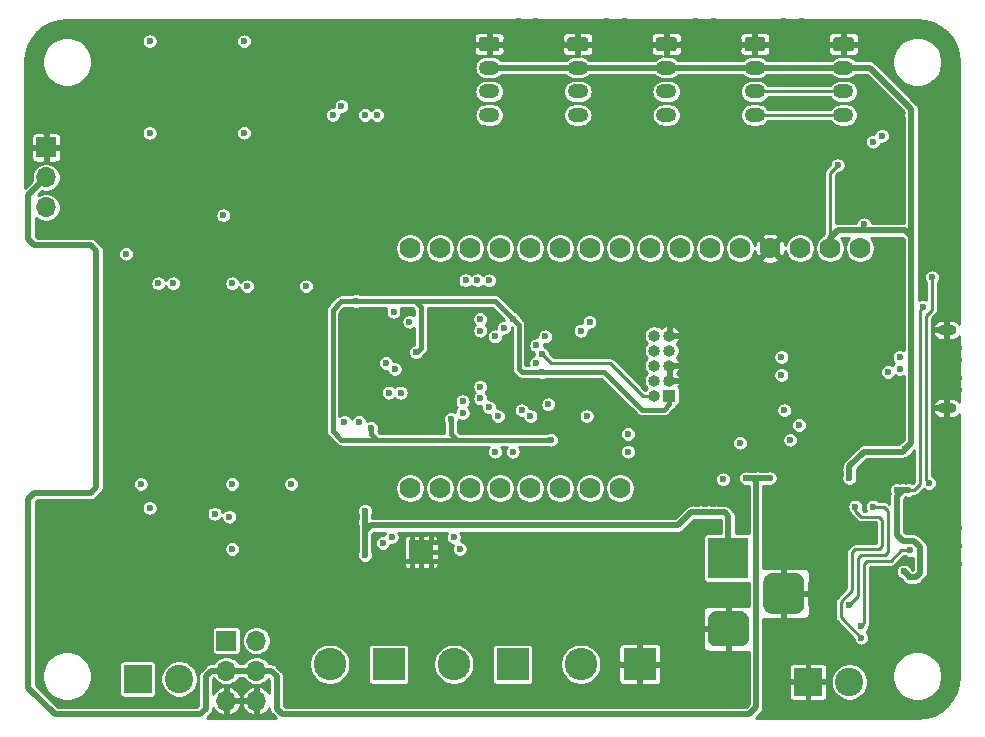
<source format=gbr>
G04 #@! TF.GenerationSoftware,KiCad,Pcbnew,5.1.5-1.fc31*
G04 #@! TF.CreationDate,2020-05-26T19:56:10+07:00*
G04 #@! TF.ProjectId,MP_SamBaseBoard_V1,4d505f53-616d-4426-9173-65426f617264,rev?*
G04 #@! TF.SameCoordinates,Original*
G04 #@! TF.FileFunction,Copper,L4,Bot*
G04 #@! TF.FilePolarity,Positive*
%FSLAX45Y45*%
G04 Gerber Fmt 4.5, Leading zero omitted, Abs format (unit mm)*
G04 Created by KiCad (PCBNEW 5.1.5-1.fc31) date 2020-05-26 19:56:10*
%MOMM*%
%LPD*%
G04 APERTURE LIST*
%ADD10C,2.750000*%
%ADD11R,2.750000X2.750000*%
%ADD12O,1.700000X1.700000*%
%ADD13R,1.700000X1.700000*%
%ADD14O,1.750000X1.200000*%
%ADD15C,0.100000*%
%ADD16O,1.000000X1.000000*%
%ADD17R,1.000000X1.000000*%
%ADD18R,3.500000X3.500000*%
%ADD19R,2.100000X2.100000*%
%ADD20C,0.500000*%
%ADD21O,1.600000X0.900000*%
%ADD22C,2.400000*%
%ADD23R,2.400000X2.400000*%
%ADD24C,1.778000*%
%ADD25C,0.600000*%
%ADD26C,0.400000*%
%ADD27C,0.500000*%
%ADD28C,0.250000*%
G04 APERTURE END LIST*
D10*
X19600000Y-21775000D03*
D11*
X20100000Y-21775000D03*
D10*
X20650000Y-21775000D03*
D11*
X21150000Y-21775000D03*
D10*
X21725000Y-21775000D03*
D11*
X22225000Y-21775000D03*
D12*
X18979000Y-22083000D03*
X18725000Y-22083000D03*
X18979000Y-21829000D03*
X18725000Y-21829000D03*
X18979000Y-21575000D03*
D13*
X18725000Y-21575000D03*
D14*
X20950000Y-17125000D03*
X20950000Y-16925000D03*
X20950000Y-16725000D03*
G04 #@! TA.AperFunction,ComponentPad*
D15*
G36*
X21014951Y-16465120D02*
G01*
X21017377Y-16465480D01*
X21019757Y-16466076D01*
X21022067Y-16466903D01*
X21024285Y-16467952D01*
X21026389Y-16469213D01*
X21028360Y-16470675D01*
X21030178Y-16472322D01*
X21031825Y-16474140D01*
X21033287Y-16476111D01*
X21034548Y-16478215D01*
X21035597Y-16480433D01*
X21036424Y-16482743D01*
X21037020Y-16485123D01*
X21037380Y-16487549D01*
X21037500Y-16490000D01*
X21037500Y-16560000D01*
X21037380Y-16562450D01*
X21037020Y-16564877D01*
X21036424Y-16567257D01*
X21035597Y-16569567D01*
X21034548Y-16571785D01*
X21033287Y-16573889D01*
X21031825Y-16575860D01*
X21030178Y-16577678D01*
X21028360Y-16579325D01*
X21026389Y-16580787D01*
X21024285Y-16582048D01*
X21022067Y-16583097D01*
X21019757Y-16583923D01*
X21017377Y-16584520D01*
X21014951Y-16584880D01*
X21012500Y-16585000D01*
X20887500Y-16585000D01*
X20885050Y-16584880D01*
X20882623Y-16584520D01*
X20880243Y-16583923D01*
X20877933Y-16583097D01*
X20875715Y-16582048D01*
X20873611Y-16580787D01*
X20871640Y-16579325D01*
X20869822Y-16577678D01*
X20868175Y-16575860D01*
X20866713Y-16573889D01*
X20865452Y-16571785D01*
X20864403Y-16569567D01*
X20863577Y-16567257D01*
X20862980Y-16564877D01*
X20862620Y-16562450D01*
X20862500Y-16560000D01*
X20862500Y-16490000D01*
X20862620Y-16487549D01*
X20862980Y-16485123D01*
X20863577Y-16482743D01*
X20864403Y-16480433D01*
X20865452Y-16478215D01*
X20866713Y-16476111D01*
X20868175Y-16474140D01*
X20869822Y-16472322D01*
X20871640Y-16470675D01*
X20873611Y-16469213D01*
X20875715Y-16467952D01*
X20877933Y-16466903D01*
X20880243Y-16466076D01*
X20882623Y-16465480D01*
X20885050Y-16465120D01*
X20887500Y-16465000D01*
X21012500Y-16465000D01*
X21014951Y-16465120D01*
G37*
G04 #@! TD.AperFunction*
D14*
X21700000Y-17125000D03*
X21700000Y-16925000D03*
X21700000Y-16725000D03*
G04 #@! TA.AperFunction,ComponentPad*
D15*
G36*
X21764951Y-16465120D02*
G01*
X21767377Y-16465480D01*
X21769757Y-16466076D01*
X21772067Y-16466903D01*
X21774285Y-16467952D01*
X21776389Y-16469213D01*
X21778360Y-16470675D01*
X21780178Y-16472322D01*
X21781825Y-16474140D01*
X21783287Y-16476111D01*
X21784548Y-16478215D01*
X21785597Y-16480433D01*
X21786424Y-16482743D01*
X21787020Y-16485123D01*
X21787380Y-16487549D01*
X21787500Y-16490000D01*
X21787500Y-16560000D01*
X21787380Y-16562450D01*
X21787020Y-16564877D01*
X21786424Y-16567257D01*
X21785597Y-16569567D01*
X21784548Y-16571785D01*
X21783287Y-16573889D01*
X21781825Y-16575860D01*
X21780178Y-16577678D01*
X21778360Y-16579325D01*
X21776389Y-16580787D01*
X21774285Y-16582048D01*
X21772067Y-16583097D01*
X21769757Y-16583923D01*
X21767377Y-16584520D01*
X21764951Y-16584880D01*
X21762500Y-16585000D01*
X21637500Y-16585000D01*
X21635050Y-16584880D01*
X21632623Y-16584520D01*
X21630243Y-16583923D01*
X21627933Y-16583097D01*
X21625715Y-16582048D01*
X21623611Y-16580787D01*
X21621640Y-16579325D01*
X21619822Y-16577678D01*
X21618175Y-16575860D01*
X21616713Y-16573889D01*
X21615452Y-16571785D01*
X21614403Y-16569567D01*
X21613577Y-16567257D01*
X21612980Y-16564877D01*
X21612620Y-16562450D01*
X21612500Y-16560000D01*
X21612500Y-16490000D01*
X21612620Y-16487549D01*
X21612980Y-16485123D01*
X21613577Y-16482743D01*
X21614403Y-16480433D01*
X21615452Y-16478215D01*
X21616713Y-16476111D01*
X21618175Y-16474140D01*
X21619822Y-16472322D01*
X21621640Y-16470675D01*
X21623611Y-16469213D01*
X21625715Y-16467952D01*
X21627933Y-16466903D01*
X21630243Y-16466076D01*
X21632623Y-16465480D01*
X21635050Y-16465120D01*
X21637500Y-16465000D01*
X21762500Y-16465000D01*
X21764951Y-16465120D01*
G37*
G04 #@! TD.AperFunction*
D14*
X22450000Y-17125000D03*
X22450000Y-16925000D03*
X22450000Y-16725000D03*
G04 #@! TA.AperFunction,ComponentPad*
D15*
G36*
X22514950Y-16465120D02*
G01*
X22517377Y-16465480D01*
X22519757Y-16466076D01*
X22522067Y-16466903D01*
X22524285Y-16467952D01*
X22526389Y-16469213D01*
X22528360Y-16470675D01*
X22530178Y-16472322D01*
X22531825Y-16474140D01*
X22533287Y-16476111D01*
X22534548Y-16478215D01*
X22535597Y-16480433D01*
X22536423Y-16482743D01*
X22537020Y-16485123D01*
X22537380Y-16487549D01*
X22537500Y-16490000D01*
X22537500Y-16560000D01*
X22537380Y-16562450D01*
X22537020Y-16564877D01*
X22536423Y-16567257D01*
X22535597Y-16569567D01*
X22534548Y-16571785D01*
X22533287Y-16573889D01*
X22531825Y-16575860D01*
X22530178Y-16577678D01*
X22528360Y-16579325D01*
X22526389Y-16580787D01*
X22524285Y-16582048D01*
X22522067Y-16583097D01*
X22519757Y-16583923D01*
X22517377Y-16584520D01*
X22514950Y-16584880D01*
X22512500Y-16585000D01*
X22387500Y-16585000D01*
X22385049Y-16584880D01*
X22382623Y-16584520D01*
X22380243Y-16583923D01*
X22377933Y-16583097D01*
X22375715Y-16582048D01*
X22373611Y-16580787D01*
X22371640Y-16579325D01*
X22369822Y-16577678D01*
X22368175Y-16575860D01*
X22366713Y-16573889D01*
X22365452Y-16571785D01*
X22364403Y-16569567D01*
X22363577Y-16567257D01*
X22362980Y-16564877D01*
X22362620Y-16562450D01*
X22362500Y-16560000D01*
X22362500Y-16490000D01*
X22362620Y-16487549D01*
X22362980Y-16485123D01*
X22363577Y-16482743D01*
X22364403Y-16480433D01*
X22365452Y-16478215D01*
X22366713Y-16476111D01*
X22368175Y-16474140D01*
X22369822Y-16472322D01*
X22371640Y-16470675D01*
X22373611Y-16469213D01*
X22375715Y-16467952D01*
X22377933Y-16466903D01*
X22380243Y-16466076D01*
X22382623Y-16465480D01*
X22385049Y-16465120D01*
X22387500Y-16465000D01*
X22512500Y-16465000D01*
X22514950Y-16465120D01*
G37*
G04 #@! TD.AperFunction*
D14*
X23200000Y-17125000D03*
X23200000Y-16925000D03*
X23200000Y-16725000D03*
G04 #@! TA.AperFunction,ComponentPad*
D15*
G36*
X23264950Y-16465120D02*
G01*
X23267377Y-16465480D01*
X23269757Y-16466076D01*
X23272067Y-16466903D01*
X23274285Y-16467952D01*
X23276389Y-16469213D01*
X23278360Y-16470675D01*
X23280178Y-16472322D01*
X23281825Y-16474140D01*
X23283287Y-16476111D01*
X23284548Y-16478215D01*
X23285597Y-16480433D01*
X23286423Y-16482743D01*
X23287020Y-16485123D01*
X23287380Y-16487549D01*
X23287500Y-16490000D01*
X23287500Y-16560000D01*
X23287380Y-16562450D01*
X23287020Y-16564877D01*
X23286423Y-16567257D01*
X23285597Y-16569567D01*
X23284548Y-16571785D01*
X23283287Y-16573889D01*
X23281825Y-16575860D01*
X23280178Y-16577678D01*
X23278360Y-16579325D01*
X23276389Y-16580787D01*
X23274285Y-16582048D01*
X23272067Y-16583097D01*
X23269757Y-16583923D01*
X23267377Y-16584520D01*
X23264950Y-16584880D01*
X23262500Y-16585000D01*
X23137500Y-16585000D01*
X23135049Y-16584880D01*
X23132623Y-16584520D01*
X23130243Y-16583923D01*
X23127933Y-16583097D01*
X23125715Y-16582048D01*
X23123611Y-16580787D01*
X23121640Y-16579325D01*
X23119822Y-16577678D01*
X23118175Y-16575860D01*
X23116713Y-16573889D01*
X23115452Y-16571785D01*
X23114403Y-16569567D01*
X23113576Y-16567257D01*
X23112980Y-16564877D01*
X23112620Y-16562450D01*
X23112500Y-16560000D01*
X23112500Y-16490000D01*
X23112620Y-16487549D01*
X23112980Y-16485123D01*
X23113576Y-16482743D01*
X23114403Y-16480433D01*
X23115452Y-16478215D01*
X23116713Y-16476111D01*
X23118175Y-16474140D01*
X23119822Y-16472322D01*
X23121640Y-16470675D01*
X23123611Y-16469213D01*
X23125715Y-16467952D01*
X23127933Y-16466903D01*
X23130243Y-16466076D01*
X23132623Y-16465480D01*
X23135049Y-16465120D01*
X23137500Y-16465000D01*
X23262500Y-16465000D01*
X23264950Y-16465120D01*
G37*
G04 #@! TD.AperFunction*
D14*
X23950000Y-17125000D03*
X23950000Y-16925000D03*
X23950000Y-16725000D03*
G04 #@! TA.AperFunction,ComponentPad*
D15*
G36*
X24014950Y-16465120D02*
G01*
X24017377Y-16465480D01*
X24019757Y-16466076D01*
X24022067Y-16466903D01*
X24024285Y-16467952D01*
X24026389Y-16469213D01*
X24028360Y-16470675D01*
X24030178Y-16472322D01*
X24031825Y-16474140D01*
X24033287Y-16476111D01*
X24034548Y-16478215D01*
X24035597Y-16480433D01*
X24036423Y-16482743D01*
X24037020Y-16485123D01*
X24037380Y-16487549D01*
X24037500Y-16490000D01*
X24037500Y-16560000D01*
X24037380Y-16562450D01*
X24037020Y-16564877D01*
X24036423Y-16567257D01*
X24035597Y-16569567D01*
X24034548Y-16571785D01*
X24033287Y-16573889D01*
X24031825Y-16575860D01*
X24030178Y-16577678D01*
X24028360Y-16579325D01*
X24026389Y-16580787D01*
X24024285Y-16582048D01*
X24022067Y-16583097D01*
X24019757Y-16583923D01*
X24017377Y-16584520D01*
X24014950Y-16584880D01*
X24012500Y-16585000D01*
X23887500Y-16585000D01*
X23885049Y-16584880D01*
X23882623Y-16584520D01*
X23880243Y-16583923D01*
X23877933Y-16583097D01*
X23875715Y-16582048D01*
X23873611Y-16580787D01*
X23871640Y-16579325D01*
X23869822Y-16577678D01*
X23868175Y-16575860D01*
X23866713Y-16573889D01*
X23865452Y-16571785D01*
X23864403Y-16569567D01*
X23863576Y-16567257D01*
X23862980Y-16564877D01*
X23862620Y-16562450D01*
X23862500Y-16560000D01*
X23862500Y-16490000D01*
X23862620Y-16487549D01*
X23862980Y-16485123D01*
X23863576Y-16482743D01*
X23864403Y-16480433D01*
X23865452Y-16478215D01*
X23866713Y-16476111D01*
X23868175Y-16474140D01*
X23869822Y-16472322D01*
X23871640Y-16470675D01*
X23873611Y-16469213D01*
X23875715Y-16467952D01*
X23877933Y-16466903D01*
X23880243Y-16466076D01*
X23882623Y-16465480D01*
X23885049Y-16465120D01*
X23887500Y-16465000D01*
X24012500Y-16465000D01*
X24014950Y-16465120D01*
G37*
G04 #@! TD.AperFunction*
D16*
X22348000Y-18992000D03*
X22475000Y-18992000D03*
X22348000Y-19119000D03*
X22475000Y-19119000D03*
X22348000Y-19246000D03*
X22475000Y-19246000D03*
X22348000Y-19373000D03*
X22475000Y-19373000D03*
X22348000Y-19500000D03*
D17*
X22475000Y-19500000D03*
D12*
X17200000Y-17908000D03*
X17200000Y-17654000D03*
D13*
X17200000Y-17400000D03*
G04 #@! TA.AperFunction,ComponentPad*
D15*
G36*
X23541076Y-21000421D02*
G01*
X23549570Y-21001681D01*
X23557900Y-21003768D01*
X23565985Y-21006661D01*
X23573747Y-21010332D01*
X23581112Y-21014746D01*
X23588009Y-21019862D01*
X23594372Y-21025628D01*
X23600138Y-21031991D01*
X23605254Y-21038888D01*
X23609668Y-21046253D01*
X23613339Y-21054015D01*
X23616232Y-21062100D01*
X23618319Y-21070430D01*
X23619579Y-21078924D01*
X23620000Y-21087500D01*
X23620000Y-21262500D01*
X23619579Y-21271077D01*
X23618319Y-21279570D01*
X23616232Y-21287900D01*
X23613339Y-21295985D01*
X23609668Y-21303747D01*
X23605254Y-21311112D01*
X23600138Y-21318009D01*
X23594372Y-21324372D01*
X23588009Y-21330138D01*
X23581112Y-21335254D01*
X23573747Y-21339668D01*
X23565985Y-21343340D01*
X23557900Y-21346232D01*
X23549570Y-21348319D01*
X23541076Y-21349579D01*
X23532500Y-21350000D01*
X23357500Y-21350000D01*
X23348923Y-21349579D01*
X23340430Y-21348319D01*
X23332100Y-21346232D01*
X23324015Y-21343340D01*
X23316253Y-21339668D01*
X23308888Y-21335254D01*
X23301991Y-21330138D01*
X23295628Y-21324372D01*
X23289862Y-21318009D01*
X23284746Y-21311112D01*
X23280332Y-21303747D01*
X23276660Y-21295985D01*
X23273768Y-21287900D01*
X23271681Y-21279570D01*
X23270421Y-21271077D01*
X23270000Y-21262500D01*
X23270000Y-21087500D01*
X23270421Y-21078924D01*
X23271681Y-21070430D01*
X23273768Y-21062100D01*
X23276660Y-21054015D01*
X23280332Y-21046253D01*
X23284746Y-21038888D01*
X23289862Y-21031991D01*
X23295628Y-21025628D01*
X23301991Y-21019862D01*
X23308888Y-21014746D01*
X23316253Y-21010332D01*
X23324015Y-21006661D01*
X23332100Y-21003768D01*
X23340430Y-21001681D01*
X23348923Y-21000421D01*
X23357500Y-21000000D01*
X23532500Y-21000000D01*
X23541076Y-21000421D01*
G37*
G04 #@! TD.AperFunction*
G04 #@! TA.AperFunction,ComponentPad*
G36*
X23082351Y-21325361D02*
G01*
X23089632Y-21326441D01*
X23096771Y-21328230D01*
X23103701Y-21330709D01*
X23110355Y-21333856D01*
X23116668Y-21337640D01*
X23122579Y-21342024D01*
X23128033Y-21346967D01*
X23132976Y-21352421D01*
X23137360Y-21358332D01*
X23141144Y-21364645D01*
X23144291Y-21371299D01*
X23146770Y-21378229D01*
X23148559Y-21385368D01*
X23149639Y-21392649D01*
X23150000Y-21400000D01*
X23150000Y-21550000D01*
X23149639Y-21557351D01*
X23148559Y-21564632D01*
X23146770Y-21571771D01*
X23144291Y-21578701D01*
X23141144Y-21585355D01*
X23137360Y-21591668D01*
X23132976Y-21597580D01*
X23128033Y-21603033D01*
X23122579Y-21607976D01*
X23116668Y-21612360D01*
X23110355Y-21616144D01*
X23103701Y-21619291D01*
X23096771Y-21621771D01*
X23089632Y-21623559D01*
X23082351Y-21624639D01*
X23075000Y-21625000D01*
X22875000Y-21625000D01*
X22867649Y-21624639D01*
X22860368Y-21623559D01*
X22853229Y-21621771D01*
X22846299Y-21619291D01*
X22839645Y-21616144D01*
X22833332Y-21612360D01*
X22827420Y-21607976D01*
X22821967Y-21603033D01*
X22817024Y-21597580D01*
X22812640Y-21591668D01*
X22808856Y-21585355D01*
X22805709Y-21578701D01*
X22803229Y-21571771D01*
X22801441Y-21564632D01*
X22800361Y-21557351D01*
X22800000Y-21550000D01*
X22800000Y-21400000D01*
X22800361Y-21392649D01*
X22801441Y-21385368D01*
X22803229Y-21378229D01*
X22805709Y-21371299D01*
X22808856Y-21364645D01*
X22812640Y-21358332D01*
X22817024Y-21352421D01*
X22821967Y-21346967D01*
X22827420Y-21342024D01*
X22833332Y-21337640D01*
X22839645Y-21333856D01*
X22846299Y-21330709D01*
X22853229Y-21328230D01*
X22860368Y-21326441D01*
X22867649Y-21325361D01*
X22875000Y-21325000D01*
X23075000Y-21325000D01*
X23082351Y-21325361D01*
G37*
G04 #@! TD.AperFunction*
D18*
X22975000Y-20875000D03*
D19*
X20374359Y-20824359D03*
D20*
X20454359Y-20744359D03*
X20454359Y-20824359D03*
X20454359Y-20904359D03*
X20374359Y-20744359D03*
X20374359Y-20824359D03*
X20374359Y-20904359D03*
X20294359Y-20744359D03*
X20294359Y-20824359D03*
X20294359Y-20904359D03*
D21*
X24825000Y-19605000D03*
X24825000Y-18945000D03*
D22*
X24000000Y-21925000D03*
D23*
X23650000Y-21925000D03*
D22*
X18325000Y-21900000D03*
D23*
X17975000Y-21900000D03*
D24*
X24090000Y-18252000D03*
X23836000Y-18252000D03*
X23582000Y-18252000D03*
X23328000Y-18252000D03*
X20280000Y-18252000D03*
X20534000Y-18252000D03*
X20788000Y-18252000D03*
X21042000Y-18252000D03*
X21296000Y-18252000D03*
X21550000Y-18252000D03*
X21804000Y-18252000D03*
X22058000Y-18252000D03*
X22312000Y-18252000D03*
X22566000Y-18252000D03*
X22820000Y-18252000D03*
X23074000Y-18252000D03*
X20280000Y-20284000D03*
X20534000Y-20284000D03*
X20788000Y-20284000D03*
X21042000Y-20284000D03*
X21296000Y-20284000D03*
X21550000Y-20284000D03*
X21804000Y-20284000D03*
X22058000Y-20284000D03*
D25*
X18550000Y-20775000D03*
X18500000Y-20725000D03*
X18500000Y-19375000D03*
X18300000Y-19575000D03*
X18700000Y-19575000D03*
X18700000Y-19175000D03*
X18300000Y-19175000D03*
X24225000Y-21125000D03*
X24225000Y-21275000D03*
X24375000Y-21275000D03*
X24375000Y-21125000D03*
X24900000Y-21230000D03*
X24800000Y-21230000D03*
X24030000Y-20625000D03*
X24130000Y-20625000D03*
X22800000Y-20640000D03*
X22850000Y-20640000D03*
X22675000Y-20360000D03*
X22740000Y-20360000D03*
X22805000Y-20360000D03*
X22870000Y-20360000D03*
X24500000Y-20650000D03*
X21475000Y-19400000D03*
X22650000Y-19275000D03*
X22650000Y-19025000D03*
X22650000Y-19525000D03*
X22025000Y-19550000D03*
X22650000Y-19150000D03*
X22650000Y-19400000D03*
X24900000Y-21040000D03*
X24800000Y-21040000D03*
X24365000Y-20070000D03*
X24425000Y-20070000D03*
X24485000Y-20070000D03*
X24925000Y-20925000D03*
X24925000Y-20775000D03*
X24925000Y-20625000D03*
X24775000Y-20375000D03*
X24775000Y-20475000D03*
X23700000Y-20115000D03*
X23700000Y-20215000D03*
X23325000Y-20450000D03*
X23525000Y-20115000D03*
X24925000Y-19350000D03*
X24925000Y-19450000D03*
X24925000Y-19200000D03*
X24925000Y-19100000D03*
X23750000Y-19950000D03*
X23250000Y-19900000D03*
X22950000Y-19275000D03*
X22950000Y-19150000D03*
X23525000Y-20215000D03*
X22950000Y-20000000D03*
X23025000Y-20000000D03*
X23125000Y-20450000D03*
X23125000Y-20325000D03*
X23325000Y-20325000D03*
X20550000Y-21025000D03*
X20200000Y-21375000D03*
X20550000Y-21375000D03*
X20550000Y-21500000D03*
X20200000Y-21500000D03*
X19675000Y-20375000D03*
X19800000Y-20375000D03*
X20150000Y-21025000D03*
X20200000Y-21025000D03*
X20600000Y-21025000D03*
X22150000Y-19625000D03*
X20600000Y-19200000D03*
X17250000Y-20675000D03*
X17250000Y-20475000D03*
X17250000Y-20575000D03*
X22100000Y-16325000D03*
X22100000Y-16425000D03*
X22850000Y-16425000D03*
X22850000Y-16325000D03*
X23600000Y-16325000D03*
X23600000Y-16425000D03*
X21350000Y-16425000D03*
X21350000Y-16325000D03*
X21575000Y-19875000D03*
X21675000Y-19875000D03*
X21775000Y-19875000D03*
X21100000Y-18575000D03*
X21175000Y-18575000D03*
X24300000Y-19450000D03*
X24300000Y-19600000D03*
X20600000Y-19350000D03*
X20725000Y-19275000D03*
X22175000Y-19125000D03*
X22175000Y-19025000D03*
X18675000Y-16350000D03*
X18275000Y-16350000D03*
X18400000Y-16350000D03*
X18550000Y-16350000D03*
X18675000Y-16950000D03*
X18275000Y-16950000D03*
X18400000Y-16950000D03*
X18550000Y-16950000D03*
X18550000Y-17125000D03*
X18400000Y-17125000D03*
X18675000Y-17125000D03*
X18275000Y-17125000D03*
X18675000Y-17725000D03*
X18550000Y-17725000D03*
X18275000Y-17725000D03*
X18400000Y-17725000D03*
X18475000Y-17900000D03*
X17875000Y-17900000D03*
X19075000Y-17900000D03*
X17750000Y-18300000D03*
X17750000Y-18550000D03*
X17750000Y-20000000D03*
X17750000Y-20250000D03*
X23425000Y-19025000D03*
X23425000Y-18875000D03*
X21950000Y-16325000D03*
X21950000Y-16425000D03*
X21200000Y-16425000D03*
X21200000Y-16325000D03*
X22700000Y-16325000D03*
X22700000Y-16425000D03*
X23450000Y-16425000D03*
X23450000Y-16325000D03*
X22725000Y-16900000D03*
X22825000Y-16900000D03*
X22075000Y-16900000D03*
X21975000Y-16900000D03*
X21325000Y-16900000D03*
X21225000Y-16900000D03*
X20900000Y-17623000D03*
X21050000Y-17623000D03*
X21125000Y-17523000D03*
X21700000Y-20725000D03*
X21800000Y-20725000D03*
X21900000Y-20725000D03*
X20350000Y-18525000D03*
X20250000Y-18525000D03*
X20650000Y-18525000D03*
X19750000Y-19175000D03*
X19750000Y-19075000D03*
X19750000Y-19275000D03*
X23100000Y-17400000D03*
X23200000Y-17400000D03*
X23400000Y-18025000D03*
X23325000Y-18025000D03*
X23250000Y-18025000D03*
X20050000Y-18525000D03*
X20150000Y-18525000D03*
X19850000Y-19175000D03*
X19850000Y-19275000D03*
X21575000Y-18825000D03*
X21650000Y-18825000D03*
X22950000Y-19525000D03*
X22950000Y-19400000D03*
X22950000Y-19025000D03*
X22400000Y-20275000D03*
X22400000Y-20150000D03*
X22400000Y-20025000D03*
X22400000Y-19900000D03*
X22400000Y-20400000D03*
X22400000Y-20800000D03*
X22400000Y-20925000D03*
X22400000Y-21050000D03*
X22400000Y-21175000D03*
X19675000Y-20850000D03*
X19800000Y-20850000D03*
X19550000Y-20375000D03*
X19925000Y-20375000D03*
X20410000Y-19725000D03*
X20510000Y-19725000D03*
X21575000Y-19775000D03*
X21675000Y-19775000D03*
X21775000Y-19775000D03*
X20875000Y-19050000D03*
X19520000Y-17375000D03*
X19520000Y-17625000D03*
X19250000Y-16350000D03*
X19500000Y-16350000D03*
X19750000Y-16350000D03*
X20000000Y-16350000D03*
X21475000Y-19875000D03*
X24000000Y-20125000D03*
X24000000Y-20200000D03*
X19825000Y-18700000D03*
X20330000Y-19135000D03*
X21150000Y-18850000D03*
X23900000Y-17550000D03*
X24125000Y-18050000D03*
X19950000Y-19775000D03*
X20625000Y-19700000D03*
X24525000Y-17125000D03*
X24475000Y-19950000D03*
X21400000Y-19300000D03*
X23125000Y-20200000D03*
X23225000Y-20200000D03*
X23325000Y-20200000D03*
X22870000Y-20490000D03*
X22675000Y-20490000D03*
X22740000Y-20490000D03*
X22805000Y-20490000D03*
X23450000Y-19625000D03*
X19900000Y-20850000D03*
X19900000Y-20475000D03*
X19900000Y-20575000D03*
X24460000Y-20990000D03*
X24510000Y-21040000D03*
X24500000Y-20300000D03*
X24450000Y-20300000D03*
X24400000Y-20300000D03*
X24625000Y-18750000D03*
X21775000Y-19675000D03*
X18700000Y-17975000D03*
X20725000Y-19650000D03*
X20000000Y-17125000D03*
X20650000Y-20700000D03*
X20125000Y-20700000D03*
X18625000Y-20500000D03*
X20050000Y-20750000D03*
X18775000Y-20800000D03*
X21150000Y-19975000D03*
X20700000Y-20800000D03*
X18075000Y-20450000D03*
X21800000Y-18875000D03*
X24275000Y-17300000D03*
X21725000Y-18950000D03*
X24200000Y-17350000D03*
X20875000Y-18850000D03*
X18875000Y-17275000D03*
X18075000Y-17275000D03*
X20875000Y-18950000D03*
X20750000Y-18525000D03*
X18875000Y-16500000D03*
X18075000Y-16500000D03*
X20950000Y-18525000D03*
X20850000Y-18525000D03*
X18775000Y-18550000D03*
X20875000Y-19525000D03*
X19700000Y-17050000D03*
X19275000Y-20250000D03*
X20875000Y-19425000D03*
X19625000Y-17125000D03*
X17875000Y-18300000D03*
X20725000Y-19550000D03*
X19900000Y-17125000D03*
X18275000Y-18550000D03*
X18775000Y-20250000D03*
X21300000Y-19675000D03*
X18150000Y-18550000D03*
X18750000Y-20525000D03*
X21225000Y-19625000D03*
X20200000Y-19475000D03*
X21425000Y-19000000D03*
X20100000Y-19475000D03*
X21400000Y-19150000D03*
X21350000Y-19225000D03*
X21350000Y-19075000D03*
X21025000Y-19675000D03*
X18900000Y-18575000D03*
X23500000Y-19875000D03*
X21000000Y-19000000D03*
X22930000Y-20210000D03*
X23075000Y-19900000D03*
X20140500Y-18789500D03*
X20150000Y-19275000D03*
X24700000Y-18500000D03*
X24675000Y-20240000D03*
X24200000Y-20440000D03*
X24000000Y-21275000D03*
X24100000Y-21450000D03*
X24510000Y-20810000D03*
X24100000Y-21550000D03*
X24050000Y-20440000D03*
X21450000Y-19575000D03*
X23425000Y-19325000D03*
X21075000Y-18925000D03*
X23425000Y-19175000D03*
X18000000Y-20250000D03*
X21000000Y-19975000D03*
X20950000Y-19600000D03*
X19400000Y-18575000D03*
X20275000Y-18875000D03*
X19725000Y-19725000D03*
X19850000Y-19725000D03*
X20075000Y-19225000D03*
X22125000Y-19825000D03*
X24425000Y-19275000D03*
X22125000Y-19975000D03*
X24325000Y-19300000D03*
X23575000Y-19750000D03*
X24425000Y-19175000D03*
D26*
X20294359Y-20904359D02*
X20294359Y-20969359D01*
X20374359Y-20904359D02*
X20374359Y-20974359D01*
X20454359Y-20904359D02*
X20454359Y-20970642D01*
X20454359Y-20824359D02*
X20524359Y-20824359D01*
X20454359Y-20744359D02*
X20519359Y-20744359D01*
X20454359Y-20744359D02*
X20454359Y-20679359D01*
X20374359Y-20744359D02*
X20374359Y-20675642D01*
X20294359Y-20744359D02*
X20294359Y-20680642D01*
X20294359Y-20904359D02*
X20229359Y-20904359D01*
X20454359Y-20904359D02*
X20520642Y-20904359D01*
D27*
X20950000Y-16725000D02*
X21700000Y-16725000D01*
X21700000Y-16725000D02*
X22450000Y-16725000D01*
X22450000Y-16725000D02*
X23200000Y-16725000D01*
X23200000Y-16725000D02*
X23950000Y-16725000D01*
X24175000Y-16725000D02*
X24525000Y-17075000D01*
X23950000Y-16725000D02*
X24175000Y-16725000D01*
X23836000Y-18252000D02*
X23836000Y-18164000D01*
X23836000Y-18164000D02*
X23900000Y-18100000D01*
X24475000Y-18100000D02*
X24525000Y-18150000D01*
X24525000Y-18150000D02*
X24525000Y-19900000D01*
X24350000Y-18100000D02*
X24475000Y-18100000D01*
X24525000Y-17975000D02*
X24525000Y-18150000D01*
X24525000Y-17700000D02*
X24525000Y-17975000D01*
D28*
X23836000Y-18252000D02*
X23836000Y-17614000D01*
X23836000Y-17614000D02*
X23900000Y-17550000D01*
X24100000Y-18075000D02*
X24125000Y-18050000D01*
D27*
X24100000Y-18100000D02*
X24350000Y-18100000D01*
D28*
X24100000Y-18100000D02*
X24100000Y-18075000D01*
D27*
X23900000Y-18100000D02*
X24100000Y-18100000D01*
X24525000Y-17225000D02*
X24525000Y-17700000D01*
D26*
X21000000Y-18700000D02*
X21150000Y-18850000D01*
X20625000Y-19825000D02*
X20675000Y-19875000D01*
X20625000Y-19700000D02*
X20625000Y-19825000D01*
X20675000Y-19875000D02*
X20050000Y-19875000D01*
X20050000Y-19875000D02*
X19700000Y-19875000D01*
X19700000Y-19875000D02*
X19625000Y-19800000D01*
X19625000Y-19800000D02*
X19625000Y-18775000D01*
X19625000Y-18775000D02*
X19700000Y-18700000D01*
X19700000Y-18700000D02*
X19825000Y-18700000D01*
X20050000Y-19875000D02*
X20000000Y-19875000D01*
X19950000Y-19825000D02*
X19950000Y-19775000D01*
X20000000Y-19875000D02*
X19950000Y-19825000D01*
X20330000Y-19135000D02*
X20340000Y-19135000D01*
X20340000Y-19135000D02*
X20375000Y-19100000D01*
X20375000Y-19100000D02*
X20375000Y-18750000D01*
X20375000Y-18750000D02*
X20325000Y-18700000D01*
X19825000Y-18700000D02*
X20325000Y-18700000D01*
X20325000Y-18700000D02*
X21000000Y-18700000D01*
D27*
X24525000Y-17075000D02*
X24525000Y-17125000D01*
X24525000Y-17125000D02*
X24525000Y-17225000D01*
X24525000Y-19900000D02*
X24475000Y-19950000D01*
X24125000Y-19975000D02*
X24000000Y-20100000D01*
X24000000Y-20100000D02*
X24000000Y-20200000D01*
X24475000Y-19950000D02*
X24450000Y-19975000D01*
X24450000Y-19975000D02*
X24125000Y-19975000D01*
D26*
X21200000Y-18900000D02*
X21150000Y-18850000D01*
X21400000Y-19300000D02*
X21225000Y-19300000D01*
X21225000Y-19300000D02*
X21200000Y-19275000D01*
X21200000Y-19275000D02*
X21200000Y-18900000D01*
X21475000Y-19875000D02*
X20675000Y-19875000D01*
X22430000Y-19620000D02*
X22475000Y-19575000D01*
X22475000Y-19575000D02*
X22475000Y-19500000D01*
X22245000Y-19620000D02*
X22430000Y-19620000D01*
X21400000Y-19300000D02*
X21925000Y-19300000D01*
X21925000Y-19300000D02*
X22245000Y-19620000D01*
D27*
X18725000Y-21829000D02*
X18971000Y-21829000D01*
X23125000Y-20200000D02*
X23125000Y-20200000D01*
X23125000Y-20200000D02*
X23175000Y-20200000D01*
X23175000Y-20200000D02*
X23325000Y-20200000D01*
X19100000Y-21829000D02*
X18979000Y-21829000D01*
X19150000Y-22150000D02*
X19150000Y-21879000D01*
X19200000Y-22200000D02*
X19150000Y-22150000D01*
X19150000Y-21879000D02*
X19100000Y-21829000D01*
X23175000Y-20200000D02*
X23182500Y-20200000D01*
X23182500Y-20200000D02*
X23210000Y-20227500D01*
X23210000Y-20227500D02*
X23210000Y-22140000D01*
X23150000Y-22200000D02*
X19200000Y-22200000D01*
X23210000Y-22140000D02*
X23150000Y-22200000D01*
X17050000Y-18175000D02*
X17050000Y-17800000D01*
X17100000Y-18225000D02*
X17050000Y-18175000D01*
X17575000Y-18225000D02*
X17100000Y-18225000D01*
X18550000Y-22150000D02*
X18500000Y-22200000D01*
X17625000Y-18275000D02*
X17575000Y-18225000D01*
X18550000Y-21875000D02*
X18550000Y-22150000D01*
X18725000Y-21829000D02*
X18596000Y-21829000D01*
X17050000Y-17800000D02*
X17200000Y-17650000D01*
X18596000Y-21829000D02*
X18550000Y-21875000D01*
X18500000Y-22200000D02*
X17275000Y-22200000D01*
X17275000Y-22200000D02*
X17050000Y-21975000D01*
X17050000Y-20375000D02*
X17100000Y-20325000D01*
X17050000Y-21975000D02*
X17050000Y-20375000D01*
X17625000Y-20275000D02*
X17625000Y-18275000D01*
X17100000Y-20325000D02*
X17575000Y-20325000D01*
X17575000Y-20325000D02*
X17625000Y-20275000D01*
X22945000Y-20490000D02*
X22675000Y-20490000D01*
X22975000Y-20520000D02*
X22945000Y-20490000D01*
X19900000Y-20475000D02*
X19900000Y-20475000D01*
X19900000Y-20475000D02*
X19900000Y-20575000D01*
X19900000Y-20625000D02*
X19900000Y-20575000D01*
X19900000Y-20850000D02*
X19900000Y-20625000D01*
X22975000Y-20875000D02*
X22975000Y-20575000D01*
X22975000Y-20575000D02*
X22975000Y-20520000D01*
X19950000Y-20600000D02*
X19900000Y-20650000D01*
X22675000Y-20490000D02*
X22660000Y-20490000D01*
X22550000Y-20600000D02*
X19950000Y-20600000D01*
X22660000Y-20490000D02*
X22550000Y-20600000D01*
X24450000Y-20300000D02*
X24500000Y-20300000D01*
X24500000Y-20300000D02*
X24500000Y-20300000D01*
X24450000Y-20300000D02*
X24450000Y-20300000D01*
X24400000Y-20300000D02*
X24450000Y-20300000D01*
X24560000Y-21040000D02*
X24510000Y-21040000D01*
X24600000Y-21000000D02*
X24560000Y-21040000D01*
X24600000Y-20780000D02*
X24600000Y-21000000D01*
X24400000Y-20350000D02*
X24400000Y-20680000D01*
X24510000Y-21040000D02*
X24460000Y-20990000D01*
X24450000Y-20300000D02*
X24400000Y-20350000D01*
X24400000Y-20680000D02*
X24450000Y-20730000D01*
X24450000Y-20730000D02*
X24550000Y-20730000D01*
X24550000Y-20730000D02*
X24600000Y-20780000D01*
D28*
X24600000Y-20250000D02*
X24550000Y-20300000D01*
X24625000Y-18750000D02*
X24600000Y-18775000D01*
X24600000Y-18775000D02*
X24600000Y-20250000D01*
X24550000Y-20300000D02*
X24500000Y-20300000D01*
X23200000Y-17125000D02*
X23950000Y-17125000D01*
X23200000Y-16925000D02*
X23950000Y-16925000D01*
X21400000Y-19150000D02*
X21475000Y-19225000D01*
X21475000Y-19225000D02*
X21975000Y-19225000D01*
X22348000Y-19500000D02*
X22250000Y-19500000D01*
X21975000Y-19225000D02*
X22250000Y-19500000D01*
X24675000Y-20240000D02*
X24650000Y-20215000D01*
X24650000Y-18825000D02*
X24700000Y-18775000D01*
X24700000Y-18775000D02*
X24700000Y-18500000D01*
X24650000Y-20215000D02*
X24650000Y-18825000D01*
X24325000Y-20475000D02*
X24290000Y-20440000D01*
X24325000Y-20825000D02*
X24325000Y-20475000D01*
X24100000Y-20850000D02*
X24300000Y-20850000D01*
X24075000Y-20875000D02*
X24100000Y-20850000D01*
X24290000Y-20440000D02*
X24200000Y-20440000D01*
X24300000Y-20850000D02*
X24325000Y-20825000D01*
X24075000Y-21200000D02*
X24075000Y-20875000D01*
X24000000Y-21275000D02*
X24075000Y-21200000D01*
X24440000Y-20810000D02*
X24350000Y-20900000D01*
X24125000Y-21425000D02*
X24100000Y-21450000D01*
X24510000Y-20810000D02*
X24440000Y-20810000D01*
X24150000Y-20900000D02*
X24125000Y-20925000D01*
X24350000Y-20900000D02*
X24150000Y-20900000D01*
X24125000Y-20925000D02*
X24125000Y-21425000D01*
X23925000Y-21375000D02*
X23925000Y-21250000D01*
X24100000Y-21550000D02*
X23925000Y-21375000D01*
X23925000Y-21250000D02*
X24025000Y-21150000D01*
X24025000Y-21150000D02*
X24025000Y-20825000D01*
X24050000Y-20800000D02*
X24250000Y-20800000D01*
X24025000Y-20825000D02*
X24050000Y-20800000D01*
X24250000Y-20800000D02*
X24275000Y-20775000D01*
X24275000Y-20775000D02*
X24275000Y-20550000D01*
X24275000Y-20550000D02*
X24250000Y-20525000D01*
X24250000Y-20525000D02*
X24100000Y-20525000D01*
X24050000Y-20475000D02*
X24100000Y-20525000D01*
X24050000Y-20440000D02*
X24050000Y-20475000D01*
G36*
X24643911Y-16326972D02*
G01*
X24710198Y-16346986D01*
X24771335Y-16379493D01*
X24824993Y-16423255D01*
X24869129Y-16476607D01*
X24902063Y-16537516D01*
X24922538Y-16603660D01*
X24929998Y-16674644D01*
X24930000Y-16675099D01*
X24930000Y-18891191D01*
X24919006Y-18879191D01*
X24905033Y-18868944D01*
X24889330Y-18861620D01*
X24872500Y-18857500D01*
X24837500Y-18857500D01*
X24837500Y-18932500D01*
X24839500Y-18932500D01*
X24839500Y-18957500D01*
X24837500Y-18957500D01*
X24837500Y-19032500D01*
X24872500Y-19032500D01*
X24889330Y-19028380D01*
X24905033Y-19021056D01*
X24919006Y-19010809D01*
X24930000Y-18998809D01*
X24930000Y-19551191D01*
X24919006Y-19539191D01*
X24905033Y-19528944D01*
X24889330Y-19521620D01*
X24872500Y-19517500D01*
X24837500Y-19517500D01*
X24837500Y-19592500D01*
X24839500Y-19592500D01*
X24839500Y-19617500D01*
X24837500Y-19617500D01*
X24837500Y-19692500D01*
X24872500Y-19692500D01*
X24889330Y-19688380D01*
X24905033Y-19681056D01*
X24919006Y-19670809D01*
X24930000Y-19658809D01*
X24930000Y-21872800D01*
X24923027Y-21943911D01*
X24903014Y-22010198D01*
X24870507Y-22071334D01*
X24826744Y-22124993D01*
X24773393Y-22169129D01*
X24712484Y-22202063D01*
X24646339Y-22222538D01*
X24575356Y-22229999D01*
X24574930Y-22230000D01*
X23208388Y-22230000D01*
X23252023Y-22186365D01*
X23254408Y-22184408D01*
X23258449Y-22179484D01*
X23262218Y-22174891D01*
X23268022Y-22164034D01*
X23268022Y-22164033D01*
X23271596Y-22152252D01*
X23272500Y-22143070D01*
X23272500Y-22143070D01*
X23272802Y-22140000D01*
X23272500Y-22136931D01*
X23272500Y-22045000D01*
X23487294Y-22045000D01*
X23488115Y-22053331D01*
X23490545Y-22061343D01*
X23494492Y-22068726D01*
X23499803Y-22075197D01*
X23506274Y-22080508D01*
X23513657Y-22084455D01*
X23521669Y-22086885D01*
X23530000Y-22087706D01*
X23626875Y-22087500D01*
X23637500Y-22076875D01*
X23637500Y-21937500D01*
X23662500Y-21937500D01*
X23662500Y-22076875D01*
X23673125Y-22087500D01*
X23770000Y-22087706D01*
X23778331Y-22086885D01*
X23786343Y-22084455D01*
X23793726Y-22080508D01*
X23800197Y-22075197D01*
X23805508Y-22068726D01*
X23809455Y-22061343D01*
X23811885Y-22053331D01*
X23812706Y-22045000D01*
X23812500Y-21948125D01*
X23801875Y-21937500D01*
X23662500Y-21937500D01*
X23637500Y-21937500D01*
X23498125Y-21937500D01*
X23487500Y-21948125D01*
X23487294Y-22045000D01*
X23272500Y-22045000D01*
X23272500Y-21805000D01*
X23487294Y-21805000D01*
X23487500Y-21901875D01*
X23498125Y-21912500D01*
X23637500Y-21912500D01*
X23637500Y-21773125D01*
X23662500Y-21773125D01*
X23662500Y-21912500D01*
X23801875Y-21912500D01*
X23804887Y-21909488D01*
X23842500Y-21909488D01*
X23842500Y-21940512D01*
X23848553Y-21970941D01*
X23860425Y-21999604D01*
X23877662Y-22025400D01*
X23899600Y-22047338D01*
X23925396Y-22064575D01*
X23954059Y-22076447D01*
X23984488Y-22082500D01*
X24015512Y-22082500D01*
X24045941Y-22076447D01*
X24074604Y-22064575D01*
X24100400Y-22047338D01*
X24122338Y-22025400D01*
X24139575Y-21999604D01*
X24151447Y-21970941D01*
X24157500Y-21940512D01*
X24157500Y-21909488D01*
X24151447Y-21879059D01*
X24141097Y-21854071D01*
X24362500Y-21854071D01*
X24362500Y-21895929D01*
X24370666Y-21936984D01*
X24386685Y-21975657D01*
X24409940Y-22010461D01*
X24439539Y-22040060D01*
X24474343Y-22063315D01*
X24513016Y-22079334D01*
X24554071Y-22087500D01*
X24595929Y-22087500D01*
X24636984Y-22079334D01*
X24675656Y-22063315D01*
X24710461Y-22040060D01*
X24740059Y-22010461D01*
X24763315Y-21975657D01*
X24779334Y-21936984D01*
X24787500Y-21895929D01*
X24787500Y-21854071D01*
X24779334Y-21813016D01*
X24763315Y-21774344D01*
X24740059Y-21739539D01*
X24710461Y-21709941D01*
X24675656Y-21686685D01*
X24636984Y-21670666D01*
X24595929Y-21662500D01*
X24554071Y-21662500D01*
X24513016Y-21670666D01*
X24474343Y-21686685D01*
X24439539Y-21709941D01*
X24409940Y-21739539D01*
X24386685Y-21774344D01*
X24370666Y-21813016D01*
X24362500Y-21854071D01*
X24141097Y-21854071D01*
X24139575Y-21850396D01*
X24122338Y-21824600D01*
X24100400Y-21802662D01*
X24074604Y-21785425D01*
X24045941Y-21773553D01*
X24015512Y-21767500D01*
X23984488Y-21767500D01*
X23954059Y-21773553D01*
X23925396Y-21785425D01*
X23899600Y-21802662D01*
X23877662Y-21824600D01*
X23860425Y-21850396D01*
X23848553Y-21879059D01*
X23842500Y-21909488D01*
X23804887Y-21909488D01*
X23812500Y-21901875D01*
X23812706Y-21805000D01*
X23811885Y-21796669D01*
X23809455Y-21788657D01*
X23805508Y-21781274D01*
X23800197Y-21774803D01*
X23793726Y-21769492D01*
X23786343Y-21765545D01*
X23778331Y-21763115D01*
X23770000Y-21762294D01*
X23673125Y-21762500D01*
X23662500Y-21773125D01*
X23637500Y-21773125D01*
X23626875Y-21762500D01*
X23530000Y-21762294D01*
X23521669Y-21763115D01*
X23513657Y-21765545D01*
X23506274Y-21769492D01*
X23499803Y-21774803D01*
X23494492Y-21781274D01*
X23490545Y-21788657D01*
X23488115Y-21796669D01*
X23487294Y-21805000D01*
X23272500Y-21805000D01*
X23272500Y-21392702D01*
X23421875Y-21392500D01*
X23432500Y-21381875D01*
X23432500Y-21187500D01*
X23457500Y-21187500D01*
X23457500Y-21381875D01*
X23468125Y-21392500D01*
X23620000Y-21392706D01*
X23628331Y-21391885D01*
X23636343Y-21389455D01*
X23643726Y-21385508D01*
X23650197Y-21380197D01*
X23655508Y-21373726D01*
X23659455Y-21366343D01*
X23661885Y-21358331D01*
X23662706Y-21350000D01*
X23662500Y-21198125D01*
X23651875Y-21187500D01*
X23457500Y-21187500D01*
X23432500Y-21187500D01*
X23430500Y-21187500D01*
X23430500Y-21162500D01*
X23432500Y-21162500D01*
X23432500Y-20968125D01*
X23457500Y-20968125D01*
X23457500Y-21162500D01*
X23651875Y-21162500D01*
X23662500Y-21151875D01*
X23662706Y-21000000D01*
X23661885Y-20991669D01*
X23659455Y-20983657D01*
X23655508Y-20976274D01*
X23650197Y-20969803D01*
X23643726Y-20964492D01*
X23636343Y-20960545D01*
X23628331Y-20958115D01*
X23620000Y-20957294D01*
X23468125Y-20957500D01*
X23457500Y-20968125D01*
X23432500Y-20968125D01*
X23421875Y-20957500D01*
X23272500Y-20957298D01*
X23272500Y-20262500D01*
X23299502Y-20262500D01*
X23305311Y-20264906D01*
X23318352Y-20267500D01*
X23331648Y-20267500D01*
X23344689Y-20264906D01*
X23356973Y-20259818D01*
X23368029Y-20252431D01*
X23377431Y-20243029D01*
X23384818Y-20231973D01*
X23389906Y-20219689D01*
X23392500Y-20206648D01*
X23392500Y-20193352D01*
X23389906Y-20180311D01*
X23384818Y-20168027D01*
X23377431Y-20156971D01*
X23368029Y-20147569D01*
X23356973Y-20140182D01*
X23344689Y-20135094D01*
X23331648Y-20132500D01*
X23318352Y-20132500D01*
X23305311Y-20135094D01*
X23299502Y-20137500D01*
X23250498Y-20137500D01*
X23244689Y-20135094D01*
X23231648Y-20132500D01*
X23218352Y-20132500D01*
X23205311Y-20135094D01*
X23199502Y-20137500D01*
X23185569Y-20137500D01*
X23182500Y-20137198D01*
X23179431Y-20137500D01*
X23150498Y-20137500D01*
X23144689Y-20135094D01*
X23131648Y-20132500D01*
X23118352Y-20132500D01*
X23105311Y-20135094D01*
X23093027Y-20140182D01*
X23081971Y-20147569D01*
X23072569Y-20156971D01*
X23065182Y-20168027D01*
X23060094Y-20180311D01*
X23057500Y-20193352D01*
X23057500Y-20206648D01*
X23060094Y-20219689D01*
X23065182Y-20231973D01*
X23072569Y-20243029D01*
X23081971Y-20252431D01*
X23093027Y-20259818D01*
X23105311Y-20264906D01*
X23118352Y-20267500D01*
X23131648Y-20267500D01*
X23144689Y-20264906D01*
X23147500Y-20263742D01*
X23147500Y-20662319D01*
X23037500Y-20662319D01*
X23037500Y-20523069D01*
X23037802Y-20520000D01*
X23037500Y-20516931D01*
X23037500Y-20516930D01*
X23036596Y-20507748D01*
X23033022Y-20495967D01*
X23027218Y-20485109D01*
X23019408Y-20475592D01*
X23017022Y-20473634D01*
X22991366Y-20447978D01*
X22989408Y-20445592D01*
X22979891Y-20437782D01*
X22969033Y-20431978D01*
X22957252Y-20428404D01*
X22948070Y-20427500D01*
X22948069Y-20427500D01*
X22945000Y-20427198D01*
X22941931Y-20427500D01*
X22895498Y-20427500D01*
X22889689Y-20425094D01*
X22876648Y-20422500D01*
X22863352Y-20422500D01*
X22850311Y-20425094D01*
X22844502Y-20427500D01*
X22830498Y-20427500D01*
X22824689Y-20425094D01*
X22811648Y-20422500D01*
X22798352Y-20422500D01*
X22785311Y-20425094D01*
X22779502Y-20427500D01*
X22765498Y-20427500D01*
X22759689Y-20425094D01*
X22746648Y-20422500D01*
X22733352Y-20422500D01*
X22720311Y-20425094D01*
X22714502Y-20427500D01*
X22700498Y-20427500D01*
X22694689Y-20425094D01*
X22681648Y-20422500D01*
X22668352Y-20422500D01*
X22655311Y-20425094D01*
X22646146Y-20428890D01*
X22635967Y-20431978D01*
X22625109Y-20437782D01*
X22615592Y-20445592D01*
X22613635Y-20447977D01*
X22524112Y-20537500D01*
X19962500Y-20537500D01*
X19962500Y-20500498D01*
X19964906Y-20494689D01*
X19967500Y-20481648D01*
X19967500Y-20468352D01*
X19964906Y-20455311D01*
X19959818Y-20443027D01*
X19952431Y-20431971D01*
X19943029Y-20422569D01*
X19931973Y-20415182D01*
X19919689Y-20410094D01*
X19906648Y-20407500D01*
X19893352Y-20407500D01*
X19880311Y-20410094D01*
X19868027Y-20415182D01*
X19856971Y-20422569D01*
X19847569Y-20431971D01*
X19840182Y-20443027D01*
X19835094Y-20455311D01*
X19832500Y-20468352D01*
X19832500Y-20481648D01*
X19835094Y-20494689D01*
X19837500Y-20500498D01*
X19837500Y-20549502D01*
X19835094Y-20555311D01*
X19832500Y-20568352D01*
X19832500Y-20581648D01*
X19835094Y-20594689D01*
X19837500Y-20600498D01*
X19837500Y-20628070D01*
X19837500Y-20628071D01*
X19837500Y-20646930D01*
X19837198Y-20650000D01*
X19837500Y-20653070D01*
X19837500Y-20824502D01*
X19835094Y-20830311D01*
X19832500Y-20843352D01*
X19832500Y-20856648D01*
X19835094Y-20869689D01*
X19840182Y-20881973D01*
X19847569Y-20893029D01*
X19856971Y-20902431D01*
X19868027Y-20909818D01*
X19880311Y-20914906D01*
X19893352Y-20917500D01*
X19906648Y-20917500D01*
X19919689Y-20914906D01*
X19931973Y-20909818D01*
X19943029Y-20902431D01*
X19952431Y-20893029D01*
X19959818Y-20881973D01*
X19964906Y-20869689D01*
X19967500Y-20856648D01*
X19967500Y-20843352D01*
X19964906Y-20830311D01*
X19962500Y-20824502D01*
X19962500Y-20675888D01*
X19975888Y-20662500D01*
X20068875Y-20662500D01*
X20065182Y-20668027D01*
X20060094Y-20680311D01*
X20059544Y-20683076D01*
X20056648Y-20682500D01*
X20043352Y-20682500D01*
X20030311Y-20685094D01*
X20018027Y-20690182D01*
X20006971Y-20697569D01*
X19997569Y-20706971D01*
X19990182Y-20718027D01*
X19985094Y-20730311D01*
X19982500Y-20743352D01*
X19982500Y-20756648D01*
X19985094Y-20769689D01*
X19990182Y-20781973D01*
X19997569Y-20793029D01*
X20006971Y-20802431D01*
X20018027Y-20809818D01*
X20030311Y-20814906D01*
X20043352Y-20817500D01*
X20056648Y-20817500D01*
X20069689Y-20814906D01*
X20081973Y-20809818D01*
X20093029Y-20802431D01*
X20102431Y-20793029D01*
X20109818Y-20781973D01*
X20114906Y-20769689D01*
X20115456Y-20766924D01*
X20118352Y-20767500D01*
X20131648Y-20767500D01*
X20144689Y-20764906D01*
X20156973Y-20759818D01*
X20168029Y-20752431D01*
X20177431Y-20743029D01*
X20178819Y-20740951D01*
X20226618Y-20740951D01*
X20226712Y-20742923D01*
X20226859Y-20801234D01*
X20229863Y-20804238D01*
X20228584Y-20807800D01*
X20227977Y-20811858D01*
X20226859Y-20811858D01*
X20226859Y-20819339D01*
X20226618Y-20820951D01*
X20226859Y-20825977D01*
X20226859Y-20836859D01*
X20227909Y-20836859D01*
X20229819Y-20844523D01*
X20226859Y-20847484D01*
X20226726Y-20900225D01*
X20226618Y-20900951D01*
X20226719Y-20903066D01*
X20226653Y-20929359D01*
X20227474Y-20937690D01*
X20229904Y-20945701D01*
X20233850Y-20953085D01*
X20239161Y-20959556D01*
X20245633Y-20964867D01*
X20253016Y-20968813D01*
X20261027Y-20971244D01*
X20269359Y-20972064D01*
X20290361Y-20972011D01*
X20290951Y-20972100D01*
X20292923Y-20972005D01*
X20351234Y-20971859D01*
X20354238Y-20968854D01*
X20357800Y-20970133D01*
X20361858Y-20970740D01*
X20361858Y-20971859D01*
X20369339Y-20971859D01*
X20370951Y-20972100D01*
X20375977Y-20971859D01*
X20386859Y-20971859D01*
X20386859Y-20970808D01*
X20394523Y-20968898D01*
X20397484Y-20971859D01*
X20450225Y-20971991D01*
X20450951Y-20972100D01*
X20453066Y-20971998D01*
X20479359Y-20972064D01*
X20487690Y-20971244D01*
X20495701Y-20968813D01*
X20503085Y-20964867D01*
X20509556Y-20959556D01*
X20514867Y-20953085D01*
X20518813Y-20945701D01*
X20521244Y-20937690D01*
X20522064Y-20929359D01*
X20522011Y-20908356D01*
X20522100Y-20907767D01*
X20522005Y-20905794D01*
X20521859Y-20847484D01*
X20518854Y-20844479D01*
X20520133Y-20840917D01*
X20520740Y-20836859D01*
X20521859Y-20836859D01*
X20521859Y-20829378D01*
X20522100Y-20827767D01*
X20521859Y-20822740D01*
X20521859Y-20811858D01*
X20520808Y-20811858D01*
X20518898Y-20804194D01*
X20521859Y-20801234D01*
X20521991Y-20748492D01*
X20522100Y-20747767D01*
X20521998Y-20745651D01*
X20522064Y-20719359D01*
X20521244Y-20711027D01*
X20518813Y-20703016D01*
X20514867Y-20695633D01*
X20509556Y-20689161D01*
X20503085Y-20683850D01*
X20495701Y-20679904D01*
X20487690Y-20677474D01*
X20479359Y-20676653D01*
X20458356Y-20676706D01*
X20457767Y-20676618D01*
X20455794Y-20676712D01*
X20397484Y-20676859D01*
X20394479Y-20679863D01*
X20390917Y-20678584D01*
X20386859Y-20677977D01*
X20386859Y-20676859D01*
X20379378Y-20676859D01*
X20377767Y-20676618D01*
X20372740Y-20676859D01*
X20361858Y-20676859D01*
X20361858Y-20677909D01*
X20354194Y-20679819D01*
X20351234Y-20676859D01*
X20298492Y-20676726D01*
X20297767Y-20676618D01*
X20295651Y-20676719D01*
X20269359Y-20676653D01*
X20261027Y-20677474D01*
X20253016Y-20679904D01*
X20245633Y-20683850D01*
X20239161Y-20689161D01*
X20233850Y-20695633D01*
X20229904Y-20703016D01*
X20227474Y-20711027D01*
X20226653Y-20719359D01*
X20226706Y-20740361D01*
X20226618Y-20740951D01*
X20178819Y-20740951D01*
X20184818Y-20731973D01*
X20189906Y-20719689D01*
X20192500Y-20706648D01*
X20192500Y-20693352D01*
X20189906Y-20680311D01*
X20184818Y-20668027D01*
X20181125Y-20662500D01*
X20593875Y-20662500D01*
X20590182Y-20668027D01*
X20585094Y-20680311D01*
X20582500Y-20693352D01*
X20582500Y-20706648D01*
X20585094Y-20719689D01*
X20590182Y-20731973D01*
X20597569Y-20743029D01*
X20606971Y-20752431D01*
X20618027Y-20759818D01*
X20630311Y-20764906D01*
X20640865Y-20767005D01*
X20640182Y-20768027D01*
X20635094Y-20780311D01*
X20632500Y-20793352D01*
X20632500Y-20806648D01*
X20635094Y-20819689D01*
X20640182Y-20831973D01*
X20647569Y-20843029D01*
X20656971Y-20852431D01*
X20668027Y-20859818D01*
X20680311Y-20864906D01*
X20693352Y-20867500D01*
X20706648Y-20867500D01*
X20719689Y-20864906D01*
X20731973Y-20859818D01*
X20743029Y-20852431D01*
X20752431Y-20843029D01*
X20759818Y-20831973D01*
X20764906Y-20819689D01*
X20767500Y-20806648D01*
X20767500Y-20793352D01*
X20764906Y-20780311D01*
X20759818Y-20768027D01*
X20752431Y-20756971D01*
X20743029Y-20747569D01*
X20731973Y-20740182D01*
X20719689Y-20735094D01*
X20709135Y-20732995D01*
X20709818Y-20731973D01*
X20714906Y-20719689D01*
X20717500Y-20706648D01*
X20717500Y-20693352D01*
X20714906Y-20680311D01*
X20709818Y-20668027D01*
X20706125Y-20662500D01*
X22546931Y-20662500D01*
X22550000Y-20662802D01*
X22553069Y-20662500D01*
X22553070Y-20662500D01*
X22562252Y-20661596D01*
X22574033Y-20658022D01*
X22584891Y-20652218D01*
X22594408Y-20644408D01*
X22596366Y-20642022D01*
X22680888Y-20557500D01*
X22681648Y-20557500D01*
X22694689Y-20554906D01*
X22700498Y-20552500D01*
X22714502Y-20552500D01*
X22720311Y-20554906D01*
X22733352Y-20557500D01*
X22746648Y-20557500D01*
X22759689Y-20554906D01*
X22765498Y-20552500D01*
X22779502Y-20552500D01*
X22785311Y-20554906D01*
X22798352Y-20557500D01*
X22811648Y-20557500D01*
X22824689Y-20554906D01*
X22830498Y-20552500D01*
X22844502Y-20552500D01*
X22850311Y-20554906D01*
X22863352Y-20557500D01*
X22876648Y-20557500D01*
X22889689Y-20554906D01*
X22895498Y-20552500D01*
X22912500Y-20552500D01*
X22912500Y-20578070D01*
X22912500Y-20578071D01*
X22912500Y-20662319D01*
X22800000Y-20662319D01*
X22792649Y-20663043D01*
X22785580Y-20665187D01*
X22779065Y-20668669D01*
X22773355Y-20673355D01*
X22768669Y-20679065D01*
X22765187Y-20685580D01*
X22763043Y-20692649D01*
X22762319Y-20700000D01*
X22762319Y-21050000D01*
X22763043Y-21057351D01*
X22765187Y-21064420D01*
X22768669Y-21070935D01*
X22773355Y-21076645D01*
X22779065Y-21081331D01*
X22785580Y-21084813D01*
X22792649Y-21086957D01*
X22800000Y-21087681D01*
X23147500Y-21087681D01*
X23147500Y-21282298D01*
X22998125Y-21282500D01*
X22987500Y-21293125D01*
X22987500Y-21462500D01*
X22989500Y-21462500D01*
X22989500Y-21487500D01*
X22987500Y-21487500D01*
X22987500Y-21656875D01*
X22998125Y-21667500D01*
X23147500Y-21667702D01*
X23147500Y-22114112D01*
X23124112Y-22137500D01*
X19225888Y-22137500D01*
X19212500Y-22124112D01*
X19212500Y-21882070D01*
X19212802Y-21879000D01*
X19212408Y-21875000D01*
X19211596Y-21866748D01*
X19208022Y-21854967D01*
X19202218Y-21844109D01*
X19194408Y-21834592D01*
X19192023Y-21832635D01*
X19146366Y-21786978D01*
X19144408Y-21784592D01*
X19134891Y-21776782D01*
X19124033Y-21770978D01*
X19112252Y-21767404D01*
X19103070Y-21766500D01*
X19103069Y-21766500D01*
X19100000Y-21766198D01*
X19096931Y-21766500D01*
X19084568Y-21766500D01*
X19078731Y-21757764D01*
X19425000Y-21757764D01*
X19425000Y-21792236D01*
X19431725Y-21826046D01*
X19444917Y-21857894D01*
X19464069Y-21886556D01*
X19488444Y-21910931D01*
X19517106Y-21930083D01*
X19548954Y-21943275D01*
X19582764Y-21950000D01*
X19617236Y-21950000D01*
X19651046Y-21943275D01*
X19682894Y-21930083D01*
X19711556Y-21910931D01*
X19735931Y-21886556D01*
X19755083Y-21857894D01*
X19768275Y-21826046D01*
X19775000Y-21792236D01*
X19775000Y-21757764D01*
X19768275Y-21723954D01*
X19755083Y-21692106D01*
X19735931Y-21663444D01*
X19711556Y-21639069D01*
X19709209Y-21637500D01*
X19924819Y-21637500D01*
X19924819Y-21912500D01*
X19925543Y-21919851D01*
X19927687Y-21926920D01*
X19931169Y-21933435D01*
X19935855Y-21939145D01*
X19941565Y-21943831D01*
X19948080Y-21947313D01*
X19955149Y-21949457D01*
X19962500Y-21950181D01*
X20237500Y-21950181D01*
X20244851Y-21949457D01*
X20251920Y-21947313D01*
X20258435Y-21943831D01*
X20264145Y-21939145D01*
X20268831Y-21933435D01*
X20272313Y-21926920D01*
X20274457Y-21919851D01*
X20275181Y-21912500D01*
X20275181Y-21757764D01*
X20475000Y-21757764D01*
X20475000Y-21792236D01*
X20481725Y-21826046D01*
X20494917Y-21857894D01*
X20514069Y-21886556D01*
X20538444Y-21910931D01*
X20567106Y-21930083D01*
X20598954Y-21943275D01*
X20632764Y-21950000D01*
X20667236Y-21950000D01*
X20701046Y-21943275D01*
X20732894Y-21930083D01*
X20761556Y-21910931D01*
X20785931Y-21886556D01*
X20805083Y-21857894D01*
X20818275Y-21826046D01*
X20825000Y-21792236D01*
X20825000Y-21757764D01*
X20818275Y-21723954D01*
X20805083Y-21692106D01*
X20785931Y-21663444D01*
X20761556Y-21639069D01*
X20759209Y-21637500D01*
X20974819Y-21637500D01*
X20974819Y-21912500D01*
X20975543Y-21919851D01*
X20977687Y-21926920D01*
X20981169Y-21933435D01*
X20985855Y-21939145D01*
X20991565Y-21943831D01*
X20998080Y-21947313D01*
X21005149Y-21949457D01*
X21012500Y-21950181D01*
X21287500Y-21950181D01*
X21294851Y-21949457D01*
X21301920Y-21947313D01*
X21308435Y-21943831D01*
X21314145Y-21939145D01*
X21318831Y-21933435D01*
X21322313Y-21926920D01*
X21324457Y-21919851D01*
X21325181Y-21912500D01*
X21325181Y-21757764D01*
X21550000Y-21757764D01*
X21550000Y-21792236D01*
X21556725Y-21826046D01*
X21569917Y-21857894D01*
X21589069Y-21886556D01*
X21613444Y-21910931D01*
X21642106Y-21930083D01*
X21673954Y-21943275D01*
X21707764Y-21950000D01*
X21742236Y-21950000D01*
X21776046Y-21943275D01*
X21807894Y-21930083D01*
X21834208Y-21912500D01*
X22044794Y-21912500D01*
X22045615Y-21920831D01*
X22048045Y-21928843D01*
X22051992Y-21936226D01*
X22057303Y-21942697D01*
X22063774Y-21948008D01*
X22071157Y-21951955D01*
X22079169Y-21954385D01*
X22087500Y-21955206D01*
X22201875Y-21955000D01*
X22212500Y-21944375D01*
X22212500Y-21787500D01*
X22237500Y-21787500D01*
X22237500Y-21944375D01*
X22248125Y-21955000D01*
X22362500Y-21955206D01*
X22370831Y-21954385D01*
X22378843Y-21951955D01*
X22386226Y-21948008D01*
X22392697Y-21942697D01*
X22398008Y-21936226D01*
X22401955Y-21928843D01*
X22404385Y-21920831D01*
X22405206Y-21912500D01*
X22405000Y-21798125D01*
X22394375Y-21787500D01*
X22237500Y-21787500D01*
X22212500Y-21787500D01*
X22055625Y-21787500D01*
X22045000Y-21798125D01*
X22044794Y-21912500D01*
X21834208Y-21912500D01*
X21836556Y-21910931D01*
X21860931Y-21886556D01*
X21880083Y-21857894D01*
X21893275Y-21826046D01*
X21900000Y-21792236D01*
X21900000Y-21757764D01*
X21893275Y-21723954D01*
X21880083Y-21692106D01*
X21860931Y-21663444D01*
X21836556Y-21639069D01*
X21834209Y-21637500D01*
X22044794Y-21637500D01*
X22045000Y-21751875D01*
X22055625Y-21762500D01*
X22212500Y-21762500D01*
X22212500Y-21605625D01*
X22237500Y-21605625D01*
X22237500Y-21762500D01*
X22394375Y-21762500D01*
X22405000Y-21751875D01*
X22405206Y-21637500D01*
X22404385Y-21629169D01*
X22403120Y-21625000D01*
X22757294Y-21625000D01*
X22758115Y-21633331D01*
X22760545Y-21641343D01*
X22764492Y-21648726D01*
X22769803Y-21655197D01*
X22776274Y-21660508D01*
X22783657Y-21664455D01*
X22791669Y-21666885D01*
X22800000Y-21667706D01*
X22951875Y-21667500D01*
X22962500Y-21656875D01*
X22962500Y-21487500D01*
X22768125Y-21487500D01*
X22757500Y-21498125D01*
X22757294Y-21625000D01*
X22403120Y-21625000D01*
X22401955Y-21621157D01*
X22398008Y-21613774D01*
X22392697Y-21607303D01*
X22386226Y-21601992D01*
X22378843Y-21598045D01*
X22370831Y-21595615D01*
X22362500Y-21594794D01*
X22248125Y-21595000D01*
X22237500Y-21605625D01*
X22212500Y-21605625D01*
X22201875Y-21595000D01*
X22087500Y-21594794D01*
X22079169Y-21595615D01*
X22071157Y-21598045D01*
X22063774Y-21601992D01*
X22057303Y-21607303D01*
X22051992Y-21613774D01*
X22048045Y-21621157D01*
X22045615Y-21629169D01*
X22044794Y-21637500D01*
X21834209Y-21637500D01*
X21807894Y-21619917D01*
X21776046Y-21606725D01*
X21742236Y-21600000D01*
X21707764Y-21600000D01*
X21673954Y-21606725D01*
X21642106Y-21619917D01*
X21613444Y-21639069D01*
X21589069Y-21663444D01*
X21569917Y-21692106D01*
X21556725Y-21723954D01*
X21550000Y-21757764D01*
X21325181Y-21757764D01*
X21325181Y-21637500D01*
X21324457Y-21630149D01*
X21322313Y-21623080D01*
X21318831Y-21616565D01*
X21314145Y-21610855D01*
X21308435Y-21606169D01*
X21301920Y-21602687D01*
X21294851Y-21600543D01*
X21287500Y-21599819D01*
X21012500Y-21599819D01*
X21005149Y-21600543D01*
X20998080Y-21602687D01*
X20991565Y-21606169D01*
X20985855Y-21610855D01*
X20981169Y-21616565D01*
X20977687Y-21623080D01*
X20975543Y-21630149D01*
X20974819Y-21637500D01*
X20759209Y-21637500D01*
X20732894Y-21619917D01*
X20701046Y-21606725D01*
X20667236Y-21600000D01*
X20632764Y-21600000D01*
X20598954Y-21606725D01*
X20567106Y-21619917D01*
X20538444Y-21639069D01*
X20514069Y-21663444D01*
X20494917Y-21692106D01*
X20481725Y-21723954D01*
X20475000Y-21757764D01*
X20275181Y-21757764D01*
X20275181Y-21637500D01*
X20274457Y-21630149D01*
X20272313Y-21623080D01*
X20268831Y-21616565D01*
X20264145Y-21610855D01*
X20258435Y-21606169D01*
X20251920Y-21602687D01*
X20244851Y-21600543D01*
X20237500Y-21599819D01*
X19962500Y-21599819D01*
X19955149Y-21600543D01*
X19948080Y-21602687D01*
X19941565Y-21606169D01*
X19935855Y-21610855D01*
X19931169Y-21616565D01*
X19927687Y-21623080D01*
X19925543Y-21630149D01*
X19924819Y-21637500D01*
X19709209Y-21637500D01*
X19682894Y-21619917D01*
X19651046Y-21606725D01*
X19617236Y-21600000D01*
X19582764Y-21600000D01*
X19548954Y-21606725D01*
X19517106Y-21619917D01*
X19488444Y-21639069D01*
X19464069Y-21663444D01*
X19444917Y-21692106D01*
X19431725Y-21723954D01*
X19425000Y-21757764D01*
X19078731Y-21757764D01*
X19074152Y-21750911D01*
X19057089Y-21733848D01*
X19037026Y-21720442D01*
X19014732Y-21711208D01*
X18991065Y-21706500D01*
X18966935Y-21706500D01*
X18943268Y-21711208D01*
X18920975Y-21720442D01*
X18900911Y-21733848D01*
X18883848Y-21750911D01*
X18873432Y-21766500D01*
X18830568Y-21766500D01*
X18820152Y-21750911D01*
X18803089Y-21733848D01*
X18783026Y-21720442D01*
X18760732Y-21711208D01*
X18737065Y-21706500D01*
X18712935Y-21706500D01*
X18689268Y-21711208D01*
X18666975Y-21720442D01*
X18646911Y-21733848D01*
X18629848Y-21750911D01*
X18619432Y-21766500D01*
X18599069Y-21766500D01*
X18596000Y-21766198D01*
X18592931Y-21766500D01*
X18592930Y-21766500D01*
X18583748Y-21767404D01*
X18571967Y-21770978D01*
X18571966Y-21770978D01*
X18561109Y-21776782D01*
X18560037Y-21777662D01*
X18551592Y-21784592D01*
X18549635Y-21786977D01*
X18507978Y-21828634D01*
X18505592Y-21830592D01*
X18497782Y-21840109D01*
X18491978Y-21850967D01*
X18488404Y-21862748D01*
X18487500Y-21871930D01*
X18487500Y-21871931D01*
X18487198Y-21875000D01*
X18487500Y-21878069D01*
X18487500Y-22124112D01*
X18474112Y-22137500D01*
X17300888Y-22137500D01*
X17112500Y-21949112D01*
X17112500Y-21854071D01*
X17162500Y-21854071D01*
X17162500Y-21895929D01*
X17170666Y-21936984D01*
X17186685Y-21975657D01*
X17209941Y-22010461D01*
X17239539Y-22040060D01*
X17274344Y-22063315D01*
X17313016Y-22079334D01*
X17354071Y-22087500D01*
X17395929Y-22087500D01*
X17436984Y-22079334D01*
X17475657Y-22063315D01*
X17510461Y-22040060D01*
X17540060Y-22010461D01*
X17563315Y-21975657D01*
X17579334Y-21936984D01*
X17587500Y-21895929D01*
X17587500Y-21854071D01*
X17579334Y-21813016D01*
X17565658Y-21780000D01*
X17817319Y-21780000D01*
X17817319Y-22020000D01*
X17818043Y-22027351D01*
X17820187Y-22034420D01*
X17823669Y-22040935D01*
X17828355Y-22046645D01*
X17834065Y-22051331D01*
X17840580Y-22054813D01*
X17847649Y-22056957D01*
X17855000Y-22057681D01*
X18095000Y-22057681D01*
X18102351Y-22056957D01*
X18109420Y-22054813D01*
X18115935Y-22051331D01*
X18121645Y-22046645D01*
X18126331Y-22040935D01*
X18129813Y-22034420D01*
X18131957Y-22027351D01*
X18132681Y-22020000D01*
X18132681Y-21884488D01*
X18167500Y-21884488D01*
X18167500Y-21915512D01*
X18173553Y-21945941D01*
X18185425Y-21974604D01*
X18202662Y-22000400D01*
X18224600Y-22022338D01*
X18250396Y-22039575D01*
X18279059Y-22051447D01*
X18309488Y-22057500D01*
X18340512Y-22057500D01*
X18370941Y-22051447D01*
X18399604Y-22039575D01*
X18425400Y-22022338D01*
X18447338Y-22000400D01*
X18464575Y-21974604D01*
X18476447Y-21945941D01*
X18482500Y-21915512D01*
X18482500Y-21884488D01*
X18476447Y-21854059D01*
X18464575Y-21825396D01*
X18447338Y-21799600D01*
X18425400Y-21777662D01*
X18399604Y-21760425D01*
X18370941Y-21748553D01*
X18340512Y-21742500D01*
X18309488Y-21742500D01*
X18279059Y-21748553D01*
X18250396Y-21760425D01*
X18224600Y-21777662D01*
X18202662Y-21799600D01*
X18185425Y-21825396D01*
X18173553Y-21854059D01*
X18167500Y-21884488D01*
X18132681Y-21884488D01*
X18132681Y-21780000D01*
X18131957Y-21772649D01*
X18129813Y-21765580D01*
X18126331Y-21759065D01*
X18121645Y-21753355D01*
X18115935Y-21748669D01*
X18109420Y-21745187D01*
X18102351Y-21743043D01*
X18095000Y-21742319D01*
X17855000Y-21742319D01*
X17847649Y-21743043D01*
X17840580Y-21745187D01*
X17834065Y-21748669D01*
X17828355Y-21753355D01*
X17823669Y-21759065D01*
X17820187Y-21765580D01*
X17818043Y-21772649D01*
X17817319Y-21780000D01*
X17565658Y-21780000D01*
X17563315Y-21774344D01*
X17540060Y-21739539D01*
X17510461Y-21709941D01*
X17475657Y-21686685D01*
X17436984Y-21670666D01*
X17395929Y-21662500D01*
X17354071Y-21662500D01*
X17313016Y-21670666D01*
X17274344Y-21686685D01*
X17239539Y-21709941D01*
X17209941Y-21739539D01*
X17186685Y-21774344D01*
X17170666Y-21813016D01*
X17162500Y-21854071D01*
X17112500Y-21854071D01*
X17112500Y-21490000D01*
X18602319Y-21490000D01*
X18602319Y-21660000D01*
X18603043Y-21667351D01*
X18605187Y-21674420D01*
X18608669Y-21680935D01*
X18613355Y-21686645D01*
X18619065Y-21691331D01*
X18625580Y-21694813D01*
X18632649Y-21696957D01*
X18640000Y-21697681D01*
X18810000Y-21697681D01*
X18817351Y-21696957D01*
X18824420Y-21694813D01*
X18830935Y-21691331D01*
X18836645Y-21686645D01*
X18841331Y-21680935D01*
X18844813Y-21674420D01*
X18846957Y-21667351D01*
X18847681Y-21660000D01*
X18847681Y-21562935D01*
X18856500Y-21562935D01*
X18856500Y-21587065D01*
X18861208Y-21610732D01*
X18870442Y-21633026D01*
X18883848Y-21653089D01*
X18900911Y-21670152D01*
X18920975Y-21683558D01*
X18943268Y-21692792D01*
X18966935Y-21697500D01*
X18991065Y-21697500D01*
X19014732Y-21692792D01*
X19037026Y-21683558D01*
X19057089Y-21670152D01*
X19074152Y-21653089D01*
X19087558Y-21633026D01*
X19096792Y-21610732D01*
X19101500Y-21587065D01*
X19101500Y-21562935D01*
X19096792Y-21539268D01*
X19087558Y-21516975D01*
X19074152Y-21496911D01*
X19057089Y-21479848D01*
X19037026Y-21466442D01*
X19014732Y-21457208D01*
X18991065Y-21452500D01*
X18966935Y-21452500D01*
X18943268Y-21457208D01*
X18920975Y-21466442D01*
X18900911Y-21479848D01*
X18883848Y-21496911D01*
X18870442Y-21516975D01*
X18861208Y-21539268D01*
X18856500Y-21562935D01*
X18847681Y-21562935D01*
X18847681Y-21490000D01*
X18846957Y-21482649D01*
X18844813Y-21475580D01*
X18841331Y-21469065D01*
X18836645Y-21463355D01*
X18830935Y-21458669D01*
X18824420Y-21455187D01*
X18817351Y-21453043D01*
X18810000Y-21452319D01*
X18640000Y-21452319D01*
X18632649Y-21453043D01*
X18625580Y-21455187D01*
X18619065Y-21458669D01*
X18613355Y-21463355D01*
X18608669Y-21469065D01*
X18605187Y-21475580D01*
X18603043Y-21482649D01*
X18602319Y-21490000D01*
X17112500Y-21490000D01*
X17112500Y-21325000D01*
X22757294Y-21325000D01*
X22757500Y-21451875D01*
X22768125Y-21462500D01*
X22962500Y-21462500D01*
X22962500Y-21293125D01*
X22951875Y-21282500D01*
X22800000Y-21282294D01*
X22791669Y-21283115D01*
X22783657Y-21285545D01*
X22776274Y-21289492D01*
X22769803Y-21294803D01*
X22764492Y-21301274D01*
X22760545Y-21308657D01*
X22758115Y-21316669D01*
X22757294Y-21325000D01*
X17112500Y-21325000D01*
X17112500Y-20793352D01*
X18707500Y-20793352D01*
X18707500Y-20806648D01*
X18710094Y-20819689D01*
X18715182Y-20831973D01*
X18722569Y-20843029D01*
X18731971Y-20852431D01*
X18743027Y-20859818D01*
X18755311Y-20864906D01*
X18768352Y-20867500D01*
X18781648Y-20867500D01*
X18794689Y-20864906D01*
X18806973Y-20859818D01*
X18818029Y-20852431D01*
X18827431Y-20843029D01*
X18834818Y-20831973D01*
X18839906Y-20819689D01*
X18842500Y-20806648D01*
X18842500Y-20793352D01*
X18839906Y-20780311D01*
X18834818Y-20768027D01*
X18827431Y-20756971D01*
X18818029Y-20747569D01*
X18806973Y-20740182D01*
X18794689Y-20735094D01*
X18781648Y-20732500D01*
X18768352Y-20732500D01*
X18755311Y-20735094D01*
X18743027Y-20740182D01*
X18731971Y-20747569D01*
X18722569Y-20756971D01*
X18715182Y-20768027D01*
X18710094Y-20780311D01*
X18707500Y-20793352D01*
X17112500Y-20793352D01*
X17112500Y-20443352D01*
X18007500Y-20443352D01*
X18007500Y-20456648D01*
X18010094Y-20469689D01*
X18015182Y-20481973D01*
X18022569Y-20493029D01*
X18031971Y-20502431D01*
X18043027Y-20509818D01*
X18055311Y-20514906D01*
X18068352Y-20517500D01*
X18081648Y-20517500D01*
X18094689Y-20514906D01*
X18106973Y-20509818D01*
X18118029Y-20502431D01*
X18127108Y-20493352D01*
X18557500Y-20493352D01*
X18557500Y-20506648D01*
X18560094Y-20519689D01*
X18565182Y-20531973D01*
X18572569Y-20543029D01*
X18581971Y-20552431D01*
X18593027Y-20559818D01*
X18605311Y-20564906D01*
X18618352Y-20567500D01*
X18631648Y-20567500D01*
X18644689Y-20564906D01*
X18656973Y-20559818D01*
X18668029Y-20552431D01*
X18677431Y-20543029D01*
X18683082Y-20534572D01*
X18685094Y-20544689D01*
X18690182Y-20556973D01*
X18697569Y-20568029D01*
X18706971Y-20577431D01*
X18718027Y-20584818D01*
X18730311Y-20589906D01*
X18743352Y-20592500D01*
X18756648Y-20592500D01*
X18769689Y-20589906D01*
X18781973Y-20584818D01*
X18793029Y-20577431D01*
X18802431Y-20568029D01*
X18809818Y-20556973D01*
X18814906Y-20544689D01*
X18817500Y-20531648D01*
X18817500Y-20518352D01*
X18814906Y-20505311D01*
X18809818Y-20493027D01*
X18802431Y-20481971D01*
X18793029Y-20472569D01*
X18781973Y-20465182D01*
X18769689Y-20460094D01*
X18756648Y-20457500D01*
X18743352Y-20457500D01*
X18730311Y-20460094D01*
X18718027Y-20465182D01*
X18706971Y-20472569D01*
X18697569Y-20481971D01*
X18691919Y-20490428D01*
X18689906Y-20480311D01*
X18684818Y-20468027D01*
X18677431Y-20456971D01*
X18668029Y-20447569D01*
X18656973Y-20440182D01*
X18644689Y-20435094D01*
X18631648Y-20432500D01*
X18618352Y-20432500D01*
X18605311Y-20435094D01*
X18593027Y-20440182D01*
X18581971Y-20447569D01*
X18572569Y-20456971D01*
X18565182Y-20468027D01*
X18560094Y-20480311D01*
X18557500Y-20493352D01*
X18127108Y-20493352D01*
X18127431Y-20493029D01*
X18134818Y-20481973D01*
X18139906Y-20469689D01*
X18142500Y-20456648D01*
X18142500Y-20443352D01*
X18139906Y-20430311D01*
X18134818Y-20418027D01*
X18127431Y-20406971D01*
X18118029Y-20397569D01*
X18106973Y-20390182D01*
X18094689Y-20385094D01*
X18081648Y-20382500D01*
X18068352Y-20382500D01*
X18055311Y-20385094D01*
X18043027Y-20390182D01*
X18031971Y-20397569D01*
X18022569Y-20406971D01*
X18015182Y-20418027D01*
X18010094Y-20430311D01*
X18007500Y-20443352D01*
X17112500Y-20443352D01*
X17112500Y-20400888D01*
X17125888Y-20387500D01*
X17571931Y-20387500D01*
X17575000Y-20387802D01*
X17578069Y-20387500D01*
X17578070Y-20387500D01*
X17587252Y-20386596D01*
X17599033Y-20383022D01*
X17609891Y-20377218D01*
X17619408Y-20369408D01*
X17621366Y-20367022D01*
X17667023Y-20321365D01*
X17669408Y-20319408D01*
X17677218Y-20309891D01*
X17683022Y-20299033D01*
X17686596Y-20287252D01*
X17687500Y-20278070D01*
X17687500Y-20278070D01*
X17687802Y-20275000D01*
X17687500Y-20271930D01*
X17687500Y-20243352D01*
X17932500Y-20243352D01*
X17932500Y-20256648D01*
X17935094Y-20269689D01*
X17940182Y-20281973D01*
X17947569Y-20293029D01*
X17956971Y-20302431D01*
X17968027Y-20309818D01*
X17980311Y-20314906D01*
X17993352Y-20317500D01*
X18006648Y-20317500D01*
X18019689Y-20314906D01*
X18031973Y-20309818D01*
X18043029Y-20302431D01*
X18052431Y-20293029D01*
X18059818Y-20281973D01*
X18064906Y-20269689D01*
X18067500Y-20256648D01*
X18067500Y-20243352D01*
X18707500Y-20243352D01*
X18707500Y-20256648D01*
X18710094Y-20269689D01*
X18715182Y-20281973D01*
X18722569Y-20293029D01*
X18731971Y-20302431D01*
X18743027Y-20309818D01*
X18755311Y-20314906D01*
X18768352Y-20317500D01*
X18781648Y-20317500D01*
X18794689Y-20314906D01*
X18806973Y-20309818D01*
X18818029Y-20302431D01*
X18827431Y-20293029D01*
X18834818Y-20281973D01*
X18839906Y-20269689D01*
X18842500Y-20256648D01*
X18842500Y-20243352D01*
X19207500Y-20243352D01*
X19207500Y-20256648D01*
X19210094Y-20269689D01*
X19215182Y-20281973D01*
X19222569Y-20293029D01*
X19231971Y-20302431D01*
X19243027Y-20309818D01*
X19255311Y-20314906D01*
X19268352Y-20317500D01*
X19281648Y-20317500D01*
X19294689Y-20314906D01*
X19306973Y-20309818D01*
X19318029Y-20302431D01*
X19327431Y-20293029D01*
X19334818Y-20281973D01*
X19339135Y-20271551D01*
X20153600Y-20271551D01*
X20153600Y-20296449D01*
X20158458Y-20320870D01*
X20167986Y-20343873D01*
X20181819Y-20364575D01*
X20199425Y-20382181D01*
X20220127Y-20396014D01*
X20243131Y-20405543D01*
X20267551Y-20410400D01*
X20292449Y-20410400D01*
X20316870Y-20405543D01*
X20339873Y-20396014D01*
X20360575Y-20382181D01*
X20378181Y-20364575D01*
X20392014Y-20343873D01*
X20401543Y-20320870D01*
X20406400Y-20296449D01*
X20406400Y-20271551D01*
X20407600Y-20271551D01*
X20407600Y-20296449D01*
X20412458Y-20320870D01*
X20421986Y-20343873D01*
X20435819Y-20364575D01*
X20453425Y-20382181D01*
X20474127Y-20396014D01*
X20497131Y-20405543D01*
X20521551Y-20410400D01*
X20546449Y-20410400D01*
X20570870Y-20405543D01*
X20593873Y-20396014D01*
X20614575Y-20382181D01*
X20632181Y-20364575D01*
X20646014Y-20343873D01*
X20655543Y-20320870D01*
X20660400Y-20296449D01*
X20660400Y-20271551D01*
X20661600Y-20271551D01*
X20661600Y-20296449D01*
X20666458Y-20320870D01*
X20675986Y-20343873D01*
X20689819Y-20364575D01*
X20707425Y-20382181D01*
X20728127Y-20396014D01*
X20751131Y-20405543D01*
X20775551Y-20410400D01*
X20800449Y-20410400D01*
X20824870Y-20405543D01*
X20847873Y-20396014D01*
X20868575Y-20382181D01*
X20886181Y-20364575D01*
X20900014Y-20343873D01*
X20909543Y-20320870D01*
X20914400Y-20296449D01*
X20914400Y-20271551D01*
X20915600Y-20271551D01*
X20915600Y-20296449D01*
X20920458Y-20320870D01*
X20929986Y-20343873D01*
X20943819Y-20364575D01*
X20961425Y-20382181D01*
X20982127Y-20396014D01*
X21005131Y-20405543D01*
X21029551Y-20410400D01*
X21054449Y-20410400D01*
X21078870Y-20405543D01*
X21101873Y-20396014D01*
X21122575Y-20382181D01*
X21140181Y-20364575D01*
X21154014Y-20343873D01*
X21163543Y-20320870D01*
X21168400Y-20296449D01*
X21168400Y-20271551D01*
X21169600Y-20271551D01*
X21169600Y-20296449D01*
X21174458Y-20320870D01*
X21183986Y-20343873D01*
X21197819Y-20364575D01*
X21215425Y-20382181D01*
X21236127Y-20396014D01*
X21259131Y-20405543D01*
X21283551Y-20410400D01*
X21308449Y-20410400D01*
X21332870Y-20405543D01*
X21355873Y-20396014D01*
X21376575Y-20382181D01*
X21394181Y-20364575D01*
X21408014Y-20343873D01*
X21417543Y-20320870D01*
X21422400Y-20296449D01*
X21422400Y-20271551D01*
X21423600Y-20271551D01*
X21423600Y-20296449D01*
X21428458Y-20320870D01*
X21437986Y-20343873D01*
X21451819Y-20364575D01*
X21469425Y-20382181D01*
X21490127Y-20396014D01*
X21513131Y-20405543D01*
X21537551Y-20410400D01*
X21562449Y-20410400D01*
X21586870Y-20405543D01*
X21609873Y-20396014D01*
X21630575Y-20382181D01*
X21648181Y-20364575D01*
X21662014Y-20343873D01*
X21671543Y-20320870D01*
X21676400Y-20296449D01*
X21676400Y-20271551D01*
X21677600Y-20271551D01*
X21677600Y-20296449D01*
X21682458Y-20320870D01*
X21691986Y-20343873D01*
X21705819Y-20364575D01*
X21723425Y-20382181D01*
X21744127Y-20396014D01*
X21767131Y-20405543D01*
X21791551Y-20410400D01*
X21816449Y-20410400D01*
X21840870Y-20405543D01*
X21863873Y-20396014D01*
X21884575Y-20382181D01*
X21902181Y-20364575D01*
X21916014Y-20343873D01*
X21925543Y-20320870D01*
X21930400Y-20296449D01*
X21930400Y-20271551D01*
X21931600Y-20271551D01*
X21931600Y-20296449D01*
X21936458Y-20320870D01*
X21945986Y-20343873D01*
X21959819Y-20364575D01*
X21977425Y-20382181D01*
X21998127Y-20396014D01*
X22021131Y-20405543D01*
X22045551Y-20410400D01*
X22070449Y-20410400D01*
X22094870Y-20405543D01*
X22117873Y-20396014D01*
X22138575Y-20382181D01*
X22156181Y-20364575D01*
X22170014Y-20343873D01*
X22179543Y-20320870D01*
X22184400Y-20296449D01*
X22184400Y-20271551D01*
X22179543Y-20247131D01*
X22170014Y-20224127D01*
X22156181Y-20203425D01*
X22156108Y-20203352D01*
X22862500Y-20203352D01*
X22862500Y-20216648D01*
X22865094Y-20229689D01*
X22870182Y-20241973D01*
X22877569Y-20253029D01*
X22886971Y-20262431D01*
X22898027Y-20269818D01*
X22910311Y-20274906D01*
X22923352Y-20277500D01*
X22936648Y-20277500D01*
X22949689Y-20274906D01*
X22961973Y-20269818D01*
X22973029Y-20262431D01*
X22982431Y-20253029D01*
X22989818Y-20241973D01*
X22994906Y-20229689D01*
X22997500Y-20216648D01*
X22997500Y-20203352D01*
X22994906Y-20190311D01*
X22989818Y-20178027D01*
X22982431Y-20166971D01*
X22973029Y-20157569D01*
X22961973Y-20150182D01*
X22949689Y-20145094D01*
X22936648Y-20142500D01*
X22923352Y-20142500D01*
X22910311Y-20145094D01*
X22898027Y-20150182D01*
X22886971Y-20157569D01*
X22877569Y-20166971D01*
X22870182Y-20178027D01*
X22865094Y-20190311D01*
X22862500Y-20203352D01*
X22156108Y-20203352D01*
X22138575Y-20185819D01*
X22117873Y-20171986D01*
X22094870Y-20162458D01*
X22070449Y-20157600D01*
X22045551Y-20157600D01*
X22021131Y-20162458D01*
X21998127Y-20171986D01*
X21977425Y-20185819D01*
X21959819Y-20203425D01*
X21945986Y-20224127D01*
X21936458Y-20247131D01*
X21931600Y-20271551D01*
X21930400Y-20271551D01*
X21925543Y-20247131D01*
X21916014Y-20224127D01*
X21902181Y-20203425D01*
X21884575Y-20185819D01*
X21863873Y-20171986D01*
X21840870Y-20162458D01*
X21816449Y-20157600D01*
X21791551Y-20157600D01*
X21767131Y-20162458D01*
X21744127Y-20171986D01*
X21723425Y-20185819D01*
X21705819Y-20203425D01*
X21691986Y-20224127D01*
X21682458Y-20247131D01*
X21677600Y-20271551D01*
X21676400Y-20271551D01*
X21671543Y-20247131D01*
X21662014Y-20224127D01*
X21648181Y-20203425D01*
X21630575Y-20185819D01*
X21609873Y-20171986D01*
X21586870Y-20162458D01*
X21562449Y-20157600D01*
X21537551Y-20157600D01*
X21513131Y-20162458D01*
X21490127Y-20171986D01*
X21469425Y-20185819D01*
X21451819Y-20203425D01*
X21437986Y-20224127D01*
X21428458Y-20247131D01*
X21423600Y-20271551D01*
X21422400Y-20271551D01*
X21417543Y-20247131D01*
X21408014Y-20224127D01*
X21394181Y-20203425D01*
X21376575Y-20185819D01*
X21355873Y-20171986D01*
X21332870Y-20162458D01*
X21308449Y-20157600D01*
X21283551Y-20157600D01*
X21259131Y-20162458D01*
X21236127Y-20171986D01*
X21215425Y-20185819D01*
X21197819Y-20203425D01*
X21183986Y-20224127D01*
X21174458Y-20247131D01*
X21169600Y-20271551D01*
X21168400Y-20271551D01*
X21163543Y-20247131D01*
X21154014Y-20224127D01*
X21140181Y-20203425D01*
X21122575Y-20185819D01*
X21101873Y-20171986D01*
X21078870Y-20162458D01*
X21054449Y-20157600D01*
X21029551Y-20157600D01*
X21005131Y-20162458D01*
X20982127Y-20171986D01*
X20961425Y-20185819D01*
X20943819Y-20203425D01*
X20929986Y-20224127D01*
X20920458Y-20247131D01*
X20915600Y-20271551D01*
X20914400Y-20271551D01*
X20909543Y-20247131D01*
X20900014Y-20224127D01*
X20886181Y-20203425D01*
X20868575Y-20185819D01*
X20847873Y-20171986D01*
X20824870Y-20162458D01*
X20800449Y-20157600D01*
X20775551Y-20157600D01*
X20751131Y-20162458D01*
X20728127Y-20171986D01*
X20707425Y-20185819D01*
X20689819Y-20203425D01*
X20675986Y-20224127D01*
X20666458Y-20247131D01*
X20661600Y-20271551D01*
X20660400Y-20271551D01*
X20655543Y-20247131D01*
X20646014Y-20224127D01*
X20632181Y-20203425D01*
X20614575Y-20185819D01*
X20593873Y-20171986D01*
X20570870Y-20162458D01*
X20546449Y-20157600D01*
X20521551Y-20157600D01*
X20497131Y-20162458D01*
X20474127Y-20171986D01*
X20453425Y-20185819D01*
X20435819Y-20203425D01*
X20421986Y-20224127D01*
X20412458Y-20247131D01*
X20407600Y-20271551D01*
X20406400Y-20271551D01*
X20401543Y-20247131D01*
X20392014Y-20224127D01*
X20378181Y-20203425D01*
X20360575Y-20185819D01*
X20339873Y-20171986D01*
X20316870Y-20162458D01*
X20292449Y-20157600D01*
X20267551Y-20157600D01*
X20243131Y-20162458D01*
X20220127Y-20171986D01*
X20199425Y-20185819D01*
X20181819Y-20203425D01*
X20167986Y-20224127D01*
X20158458Y-20247131D01*
X20153600Y-20271551D01*
X19339135Y-20271551D01*
X19339906Y-20269689D01*
X19342500Y-20256648D01*
X19342500Y-20243352D01*
X19339906Y-20230311D01*
X19334818Y-20218027D01*
X19327431Y-20206971D01*
X19318029Y-20197569D01*
X19306973Y-20190182D01*
X19294689Y-20185094D01*
X19281648Y-20182500D01*
X19268352Y-20182500D01*
X19255311Y-20185094D01*
X19243027Y-20190182D01*
X19231971Y-20197569D01*
X19222569Y-20206971D01*
X19215182Y-20218027D01*
X19210094Y-20230311D01*
X19207500Y-20243352D01*
X18842500Y-20243352D01*
X18839906Y-20230311D01*
X18834818Y-20218027D01*
X18827431Y-20206971D01*
X18818029Y-20197569D01*
X18806973Y-20190182D01*
X18794689Y-20185094D01*
X18781648Y-20182500D01*
X18768352Y-20182500D01*
X18755311Y-20185094D01*
X18743027Y-20190182D01*
X18731971Y-20197569D01*
X18722569Y-20206971D01*
X18715182Y-20218027D01*
X18710094Y-20230311D01*
X18707500Y-20243352D01*
X18067500Y-20243352D01*
X18064906Y-20230311D01*
X18059818Y-20218027D01*
X18052431Y-20206971D01*
X18043029Y-20197569D01*
X18031973Y-20190182D01*
X18019689Y-20185094D01*
X18006648Y-20182500D01*
X17993352Y-20182500D01*
X17980311Y-20185094D01*
X17968027Y-20190182D01*
X17956971Y-20197569D01*
X17947569Y-20206971D01*
X17940182Y-20218027D01*
X17935094Y-20230311D01*
X17932500Y-20243352D01*
X17687500Y-20243352D01*
X17687500Y-18775000D01*
X19567222Y-18775000D01*
X19567500Y-18777825D01*
X19567500Y-19797176D01*
X19567222Y-19800000D01*
X19567500Y-19802824D01*
X19567500Y-19802825D01*
X19568332Y-19811272D01*
X19570480Y-19818352D01*
X19571620Y-19822111D01*
X19576959Y-19832100D01*
X19579190Y-19834818D01*
X19584145Y-19840855D01*
X19586339Y-19842657D01*
X19657344Y-19913661D01*
X19659145Y-19915855D01*
X19663315Y-19919278D01*
X19667900Y-19923041D01*
X19673374Y-19925967D01*
X19677889Y-19928380D01*
X19688728Y-19931668D01*
X19697175Y-19932500D01*
X19697176Y-19932500D01*
X19700000Y-19932778D01*
X19702824Y-19932500D01*
X19997176Y-19932500D01*
X20000000Y-19932778D01*
X20002824Y-19932500D01*
X20672176Y-19932500D01*
X20675000Y-19932778D01*
X20677824Y-19932500D01*
X20947216Y-19932500D01*
X20940182Y-19943027D01*
X20935094Y-19955311D01*
X20932500Y-19968352D01*
X20932500Y-19981648D01*
X20935094Y-19994689D01*
X20940182Y-20006973D01*
X20947569Y-20018029D01*
X20956971Y-20027431D01*
X20968027Y-20034818D01*
X20980311Y-20039906D01*
X20993352Y-20042500D01*
X21006648Y-20042500D01*
X21019689Y-20039906D01*
X21031973Y-20034818D01*
X21043029Y-20027431D01*
X21052431Y-20018029D01*
X21059818Y-20006973D01*
X21064906Y-19994689D01*
X21067500Y-19981648D01*
X21067500Y-19968352D01*
X21064906Y-19955311D01*
X21059818Y-19943027D01*
X21052784Y-19932500D01*
X21097216Y-19932500D01*
X21090182Y-19943027D01*
X21085094Y-19955311D01*
X21082500Y-19968352D01*
X21082500Y-19981648D01*
X21085094Y-19994689D01*
X21090182Y-20006973D01*
X21097569Y-20018029D01*
X21106971Y-20027431D01*
X21118027Y-20034818D01*
X21130311Y-20039906D01*
X21143352Y-20042500D01*
X21156648Y-20042500D01*
X21169689Y-20039906D01*
X21181973Y-20034818D01*
X21193029Y-20027431D01*
X21202431Y-20018029D01*
X21209818Y-20006973D01*
X21214906Y-19994689D01*
X21217500Y-19981648D01*
X21217500Y-19968352D01*
X22057500Y-19968352D01*
X22057500Y-19981648D01*
X22060094Y-19994689D01*
X22065182Y-20006973D01*
X22072569Y-20018029D01*
X22081971Y-20027431D01*
X22093027Y-20034818D01*
X22105311Y-20039906D01*
X22118352Y-20042500D01*
X22131648Y-20042500D01*
X22144689Y-20039906D01*
X22156973Y-20034818D01*
X22168029Y-20027431D01*
X22177431Y-20018029D01*
X22184818Y-20006973D01*
X22189906Y-19994689D01*
X22192500Y-19981648D01*
X22192500Y-19968352D01*
X22189906Y-19955311D01*
X22184818Y-19943027D01*
X22177431Y-19931971D01*
X22168029Y-19922569D01*
X22156973Y-19915182D01*
X22144689Y-19910094D01*
X22131648Y-19907500D01*
X22118352Y-19907500D01*
X22105311Y-19910094D01*
X22093027Y-19915182D01*
X22081971Y-19922569D01*
X22072569Y-19931971D01*
X22065182Y-19943027D01*
X22060094Y-19955311D01*
X22057500Y-19968352D01*
X21217500Y-19968352D01*
X21214906Y-19955311D01*
X21209818Y-19943027D01*
X21202784Y-19932500D01*
X21439558Y-19932500D01*
X21443027Y-19934818D01*
X21455311Y-19939906D01*
X21468352Y-19942500D01*
X21481648Y-19942500D01*
X21494689Y-19939906D01*
X21506973Y-19934818D01*
X21518029Y-19927431D01*
X21527431Y-19918029D01*
X21534818Y-19906973D01*
X21539906Y-19894689D01*
X21540172Y-19893352D01*
X23007500Y-19893352D01*
X23007500Y-19906648D01*
X23010094Y-19919689D01*
X23015182Y-19931973D01*
X23022569Y-19943029D01*
X23031971Y-19952431D01*
X23043027Y-19959818D01*
X23055311Y-19964906D01*
X23068352Y-19967500D01*
X23081648Y-19967500D01*
X23094689Y-19964906D01*
X23106973Y-19959818D01*
X23118029Y-19952431D01*
X23127431Y-19943029D01*
X23134818Y-19931973D01*
X23139906Y-19919689D01*
X23142500Y-19906648D01*
X23142500Y-19893352D01*
X23139906Y-19880311D01*
X23134952Y-19868352D01*
X23432500Y-19868352D01*
X23432500Y-19881648D01*
X23435094Y-19894689D01*
X23440182Y-19906973D01*
X23447569Y-19918029D01*
X23456971Y-19927431D01*
X23468027Y-19934818D01*
X23480311Y-19939906D01*
X23493352Y-19942500D01*
X23506648Y-19942500D01*
X23519689Y-19939906D01*
X23531973Y-19934818D01*
X23543029Y-19927431D01*
X23552431Y-19918029D01*
X23559818Y-19906973D01*
X23564906Y-19894689D01*
X23567500Y-19881648D01*
X23567500Y-19868352D01*
X23564906Y-19855311D01*
X23559818Y-19843027D01*
X23552431Y-19831971D01*
X23543029Y-19822569D01*
X23531973Y-19815182D01*
X23519689Y-19810094D01*
X23506648Y-19807500D01*
X23493352Y-19807500D01*
X23480311Y-19810094D01*
X23468027Y-19815182D01*
X23456971Y-19822569D01*
X23447569Y-19831971D01*
X23440182Y-19843027D01*
X23435094Y-19855311D01*
X23432500Y-19868352D01*
X23134952Y-19868352D01*
X23134818Y-19868027D01*
X23127431Y-19856971D01*
X23118029Y-19847569D01*
X23106973Y-19840182D01*
X23094689Y-19835094D01*
X23081648Y-19832500D01*
X23068352Y-19832500D01*
X23055311Y-19835094D01*
X23043027Y-19840182D01*
X23031971Y-19847569D01*
X23022569Y-19856971D01*
X23015182Y-19868027D01*
X23010094Y-19880311D01*
X23007500Y-19893352D01*
X21540172Y-19893352D01*
X21542500Y-19881648D01*
X21542500Y-19868352D01*
X21539906Y-19855311D01*
X21534818Y-19843027D01*
X21527431Y-19831971D01*
X21518029Y-19822569D01*
X21511717Y-19818352D01*
X22057500Y-19818352D01*
X22057500Y-19831648D01*
X22060094Y-19844689D01*
X22065182Y-19856973D01*
X22072569Y-19868029D01*
X22081971Y-19877431D01*
X22093027Y-19884818D01*
X22105311Y-19889906D01*
X22118352Y-19892500D01*
X22131648Y-19892500D01*
X22144689Y-19889906D01*
X22156973Y-19884818D01*
X22168029Y-19877431D01*
X22177431Y-19868029D01*
X22184818Y-19856973D01*
X22189906Y-19844689D01*
X22192500Y-19831648D01*
X22192500Y-19818352D01*
X22189906Y-19805311D01*
X22184818Y-19793027D01*
X22177431Y-19781971D01*
X22168029Y-19772569D01*
X22156973Y-19765182D01*
X22144689Y-19760094D01*
X22131648Y-19757500D01*
X22118352Y-19757500D01*
X22105311Y-19760094D01*
X22093027Y-19765182D01*
X22081971Y-19772569D01*
X22072569Y-19781971D01*
X22065182Y-19793027D01*
X22060094Y-19805311D01*
X22057500Y-19818352D01*
X21511717Y-19818352D01*
X21506973Y-19815182D01*
X21494689Y-19810094D01*
X21481648Y-19807500D01*
X21468352Y-19807500D01*
X21455311Y-19810094D01*
X21443027Y-19815182D01*
X21439558Y-19817500D01*
X20698817Y-19817500D01*
X20682500Y-19801183D01*
X20682500Y-19743352D01*
X23507500Y-19743352D01*
X23507500Y-19756648D01*
X23510094Y-19769689D01*
X23515182Y-19781973D01*
X23522569Y-19793029D01*
X23531971Y-19802431D01*
X23543027Y-19809818D01*
X23555311Y-19814906D01*
X23568352Y-19817500D01*
X23581648Y-19817500D01*
X23594689Y-19814906D01*
X23606973Y-19809818D01*
X23618029Y-19802431D01*
X23627431Y-19793029D01*
X23634818Y-19781973D01*
X23639906Y-19769689D01*
X23642500Y-19756648D01*
X23642500Y-19743352D01*
X23639906Y-19730311D01*
X23634818Y-19718027D01*
X23627431Y-19706971D01*
X23618029Y-19697569D01*
X23606973Y-19690182D01*
X23594689Y-19685094D01*
X23581648Y-19682500D01*
X23568352Y-19682500D01*
X23555311Y-19685094D01*
X23543027Y-19690182D01*
X23531971Y-19697569D01*
X23522569Y-19706971D01*
X23515182Y-19718027D01*
X23510094Y-19730311D01*
X23507500Y-19743352D01*
X20682500Y-19743352D01*
X20682500Y-19735442D01*
X20684818Y-19731973D01*
X20689906Y-19719689D01*
X20692005Y-19709135D01*
X20693027Y-19709818D01*
X20705311Y-19714906D01*
X20718352Y-19717500D01*
X20731648Y-19717500D01*
X20744689Y-19714906D01*
X20756973Y-19709818D01*
X20768029Y-19702431D01*
X20777431Y-19693029D01*
X20784818Y-19681973D01*
X20789906Y-19669689D01*
X20792500Y-19656648D01*
X20792500Y-19643352D01*
X20789906Y-19630311D01*
X20784818Y-19618027D01*
X20777431Y-19606971D01*
X20770459Y-19600000D01*
X20777431Y-19593029D01*
X20784818Y-19581973D01*
X20789906Y-19569689D01*
X20792500Y-19556648D01*
X20792500Y-19543352D01*
X20789906Y-19530311D01*
X20784818Y-19518027D01*
X20777431Y-19506971D01*
X20768029Y-19497569D01*
X20756973Y-19490182D01*
X20744689Y-19485094D01*
X20731648Y-19482500D01*
X20718352Y-19482500D01*
X20705311Y-19485094D01*
X20693027Y-19490182D01*
X20681971Y-19497569D01*
X20672569Y-19506971D01*
X20665182Y-19518027D01*
X20660094Y-19530311D01*
X20657500Y-19543352D01*
X20657500Y-19556648D01*
X20660094Y-19569689D01*
X20665182Y-19581973D01*
X20672569Y-19593029D01*
X20679541Y-19600000D01*
X20672569Y-19606971D01*
X20665182Y-19618027D01*
X20660094Y-19630311D01*
X20657995Y-19640865D01*
X20656973Y-19640182D01*
X20644689Y-19635094D01*
X20631648Y-19632500D01*
X20618352Y-19632500D01*
X20605311Y-19635094D01*
X20593027Y-19640182D01*
X20581971Y-19647569D01*
X20572569Y-19656971D01*
X20565182Y-19668027D01*
X20560094Y-19680311D01*
X20557500Y-19693352D01*
X20557500Y-19706648D01*
X20560094Y-19719689D01*
X20565182Y-19731973D01*
X20567500Y-19735442D01*
X20567500Y-19817500D01*
X20023817Y-19817500D01*
X20010835Y-19804518D01*
X20014906Y-19794689D01*
X20017500Y-19781648D01*
X20017500Y-19768352D01*
X20014906Y-19755311D01*
X20009818Y-19743027D01*
X20002431Y-19731971D01*
X19993029Y-19722569D01*
X19981973Y-19715182D01*
X19969689Y-19710094D01*
X19956648Y-19707500D01*
X19943352Y-19707500D01*
X19930311Y-19710094D01*
X19918027Y-19715182D01*
X19917005Y-19715865D01*
X19914906Y-19705311D01*
X19909818Y-19693027D01*
X19902431Y-19681971D01*
X19893029Y-19672569D01*
X19881973Y-19665182D01*
X19869689Y-19660094D01*
X19856648Y-19657500D01*
X19843352Y-19657500D01*
X19830311Y-19660094D01*
X19818027Y-19665182D01*
X19806971Y-19672569D01*
X19797569Y-19681971D01*
X19790182Y-19693027D01*
X19787500Y-19699502D01*
X19784818Y-19693027D01*
X19777431Y-19681971D01*
X19768029Y-19672569D01*
X19756973Y-19665182D01*
X19744689Y-19660094D01*
X19731648Y-19657500D01*
X19718352Y-19657500D01*
X19705311Y-19660094D01*
X19693027Y-19665182D01*
X19682500Y-19672216D01*
X19682500Y-19468352D01*
X20032500Y-19468352D01*
X20032500Y-19481648D01*
X20035094Y-19494689D01*
X20040182Y-19506973D01*
X20047569Y-19518029D01*
X20056971Y-19527431D01*
X20068027Y-19534818D01*
X20080311Y-19539906D01*
X20093352Y-19542500D01*
X20106648Y-19542500D01*
X20119689Y-19539906D01*
X20131973Y-19534818D01*
X20143029Y-19527431D01*
X20150000Y-19520459D01*
X20156971Y-19527431D01*
X20168027Y-19534818D01*
X20180311Y-19539906D01*
X20193352Y-19542500D01*
X20206648Y-19542500D01*
X20219689Y-19539906D01*
X20231973Y-19534818D01*
X20243029Y-19527431D01*
X20252431Y-19518029D01*
X20259818Y-19506973D01*
X20264906Y-19494689D01*
X20267500Y-19481648D01*
X20267500Y-19468352D01*
X20264906Y-19455311D01*
X20259818Y-19443027D01*
X20252431Y-19431971D01*
X20243029Y-19422569D01*
X20236717Y-19418352D01*
X20807500Y-19418352D01*
X20807500Y-19431648D01*
X20810094Y-19444689D01*
X20815182Y-19456973D01*
X20822569Y-19468029D01*
X20829541Y-19475000D01*
X20822569Y-19481971D01*
X20815182Y-19493027D01*
X20810094Y-19505311D01*
X20807500Y-19518352D01*
X20807500Y-19531648D01*
X20810094Y-19544689D01*
X20815182Y-19556973D01*
X20822569Y-19568029D01*
X20831971Y-19577431D01*
X20843027Y-19584818D01*
X20855311Y-19589906D01*
X20868352Y-19592500D01*
X20881648Y-19592500D01*
X20882712Y-19592289D01*
X20882500Y-19593352D01*
X20882500Y-19606648D01*
X20885094Y-19619689D01*
X20890182Y-19631973D01*
X20897569Y-19643029D01*
X20906971Y-19652431D01*
X20918027Y-19659818D01*
X20930311Y-19664906D01*
X20943352Y-19667500D01*
X20956648Y-19667500D01*
X20957712Y-19667289D01*
X20957500Y-19668352D01*
X20957500Y-19681648D01*
X20960094Y-19694689D01*
X20965182Y-19706973D01*
X20972569Y-19718029D01*
X20981971Y-19727431D01*
X20993027Y-19734818D01*
X21005311Y-19739906D01*
X21018352Y-19742500D01*
X21031648Y-19742500D01*
X21044689Y-19739906D01*
X21056973Y-19734818D01*
X21068029Y-19727431D01*
X21077431Y-19718029D01*
X21084818Y-19706973D01*
X21089906Y-19694689D01*
X21092500Y-19681648D01*
X21092500Y-19668352D01*
X21089906Y-19655311D01*
X21084818Y-19643027D01*
X21077431Y-19631971D01*
X21068029Y-19622569D01*
X21061717Y-19618352D01*
X21157500Y-19618352D01*
X21157500Y-19631648D01*
X21160094Y-19644689D01*
X21165182Y-19656973D01*
X21172569Y-19668029D01*
X21181971Y-19677431D01*
X21193027Y-19684818D01*
X21205311Y-19689906D01*
X21218352Y-19692500D01*
X21231648Y-19692500D01*
X21234544Y-19691924D01*
X21235094Y-19694689D01*
X21240182Y-19706973D01*
X21247569Y-19718029D01*
X21256971Y-19727431D01*
X21268027Y-19734818D01*
X21280311Y-19739906D01*
X21293352Y-19742500D01*
X21306648Y-19742500D01*
X21319689Y-19739906D01*
X21331973Y-19734818D01*
X21343029Y-19727431D01*
X21352431Y-19718029D01*
X21359818Y-19706973D01*
X21364906Y-19694689D01*
X21367500Y-19681648D01*
X21367500Y-19668352D01*
X21707500Y-19668352D01*
X21707500Y-19681648D01*
X21710094Y-19694689D01*
X21715182Y-19706973D01*
X21722569Y-19718029D01*
X21731971Y-19727431D01*
X21743027Y-19734818D01*
X21755311Y-19739906D01*
X21768352Y-19742500D01*
X21781648Y-19742500D01*
X21794689Y-19739906D01*
X21806973Y-19734818D01*
X21818029Y-19727431D01*
X21827431Y-19718029D01*
X21834818Y-19706973D01*
X21839906Y-19694689D01*
X21842500Y-19681648D01*
X21842500Y-19668352D01*
X21839906Y-19655311D01*
X21834818Y-19643027D01*
X21827431Y-19631971D01*
X21818029Y-19622569D01*
X21806973Y-19615182D01*
X21794689Y-19610094D01*
X21781648Y-19607500D01*
X21768352Y-19607500D01*
X21755311Y-19610094D01*
X21743027Y-19615182D01*
X21731971Y-19622569D01*
X21722569Y-19631971D01*
X21715182Y-19643027D01*
X21710094Y-19655311D01*
X21707500Y-19668352D01*
X21367500Y-19668352D01*
X21364906Y-19655311D01*
X21359818Y-19643027D01*
X21352431Y-19631971D01*
X21343029Y-19622569D01*
X21331973Y-19615182D01*
X21319689Y-19610094D01*
X21306648Y-19607500D01*
X21293352Y-19607500D01*
X21290456Y-19608076D01*
X21289906Y-19605311D01*
X21284818Y-19593027D01*
X21277431Y-19581971D01*
X21268029Y-19572569D01*
X21261717Y-19568352D01*
X21382500Y-19568352D01*
X21382500Y-19581648D01*
X21385094Y-19594689D01*
X21390182Y-19606973D01*
X21397569Y-19618029D01*
X21406971Y-19627431D01*
X21418027Y-19634818D01*
X21430311Y-19639906D01*
X21443352Y-19642500D01*
X21456648Y-19642500D01*
X21469689Y-19639906D01*
X21481973Y-19634818D01*
X21493029Y-19627431D01*
X21502431Y-19618029D01*
X21509818Y-19606973D01*
X21514906Y-19594689D01*
X21517500Y-19581648D01*
X21517500Y-19568352D01*
X21514906Y-19555311D01*
X21509818Y-19543027D01*
X21502431Y-19531971D01*
X21493029Y-19522569D01*
X21481973Y-19515182D01*
X21469689Y-19510094D01*
X21456648Y-19507500D01*
X21443352Y-19507500D01*
X21430311Y-19510094D01*
X21418027Y-19515182D01*
X21406971Y-19522569D01*
X21397569Y-19531971D01*
X21390182Y-19543027D01*
X21385094Y-19555311D01*
X21382500Y-19568352D01*
X21261717Y-19568352D01*
X21256973Y-19565182D01*
X21244689Y-19560094D01*
X21231648Y-19557500D01*
X21218352Y-19557500D01*
X21205311Y-19560094D01*
X21193027Y-19565182D01*
X21181971Y-19572569D01*
X21172569Y-19581971D01*
X21165182Y-19593027D01*
X21160094Y-19605311D01*
X21157500Y-19618352D01*
X21061717Y-19618352D01*
X21056973Y-19615182D01*
X21044689Y-19610094D01*
X21031648Y-19607500D01*
X21018352Y-19607500D01*
X21017289Y-19607712D01*
X21017500Y-19606648D01*
X21017500Y-19593352D01*
X21014906Y-19580311D01*
X21009818Y-19568027D01*
X21002431Y-19556971D01*
X20993029Y-19547569D01*
X20981973Y-19540182D01*
X20969689Y-19535094D01*
X20956648Y-19532500D01*
X20943352Y-19532500D01*
X20942289Y-19532712D01*
X20942500Y-19531648D01*
X20942500Y-19518352D01*
X20939906Y-19505311D01*
X20934818Y-19493027D01*
X20927431Y-19481971D01*
X20920459Y-19475000D01*
X20927431Y-19468029D01*
X20934818Y-19456973D01*
X20939906Y-19444689D01*
X20942500Y-19431648D01*
X20942500Y-19418352D01*
X20939906Y-19405311D01*
X20934818Y-19393027D01*
X20927431Y-19381971D01*
X20918029Y-19372569D01*
X20906973Y-19365182D01*
X20894689Y-19360094D01*
X20881648Y-19357500D01*
X20868352Y-19357500D01*
X20855311Y-19360094D01*
X20843027Y-19365182D01*
X20831971Y-19372569D01*
X20822569Y-19381971D01*
X20815182Y-19393027D01*
X20810094Y-19405311D01*
X20807500Y-19418352D01*
X20236717Y-19418352D01*
X20231973Y-19415182D01*
X20219689Y-19410094D01*
X20206648Y-19407500D01*
X20193352Y-19407500D01*
X20180311Y-19410094D01*
X20168027Y-19415182D01*
X20156971Y-19422569D01*
X20150000Y-19429541D01*
X20143029Y-19422569D01*
X20131973Y-19415182D01*
X20119689Y-19410094D01*
X20106648Y-19407500D01*
X20093352Y-19407500D01*
X20080311Y-19410094D01*
X20068027Y-19415182D01*
X20056971Y-19422569D01*
X20047569Y-19431971D01*
X20040182Y-19443027D01*
X20035094Y-19455311D01*
X20032500Y-19468352D01*
X19682500Y-19468352D01*
X19682500Y-19218352D01*
X20007500Y-19218352D01*
X20007500Y-19231648D01*
X20010094Y-19244689D01*
X20015182Y-19256973D01*
X20022569Y-19268029D01*
X20031971Y-19277431D01*
X20043027Y-19284818D01*
X20055311Y-19289906D01*
X20068352Y-19292500D01*
X20081648Y-19292500D01*
X20084544Y-19291924D01*
X20085094Y-19294689D01*
X20090182Y-19306973D01*
X20097569Y-19318029D01*
X20106971Y-19327431D01*
X20118027Y-19334818D01*
X20130311Y-19339906D01*
X20143352Y-19342500D01*
X20156648Y-19342500D01*
X20169689Y-19339906D01*
X20181973Y-19334818D01*
X20193029Y-19327431D01*
X20202431Y-19318029D01*
X20209818Y-19306973D01*
X20214906Y-19294689D01*
X20217500Y-19281648D01*
X20217500Y-19268352D01*
X20214906Y-19255311D01*
X20209818Y-19243027D01*
X20202431Y-19231971D01*
X20193029Y-19222569D01*
X20181973Y-19215182D01*
X20169689Y-19210094D01*
X20156648Y-19207500D01*
X20143352Y-19207500D01*
X20140456Y-19208076D01*
X20139906Y-19205311D01*
X20134818Y-19193027D01*
X20127431Y-19181971D01*
X20118029Y-19172569D01*
X20106973Y-19165182D01*
X20094689Y-19160094D01*
X20081648Y-19157500D01*
X20068352Y-19157500D01*
X20055311Y-19160094D01*
X20043027Y-19165182D01*
X20031971Y-19172569D01*
X20022569Y-19181971D01*
X20015182Y-19193027D01*
X20010094Y-19205311D01*
X20007500Y-19218352D01*
X19682500Y-19218352D01*
X19682500Y-18798817D01*
X19723817Y-18757500D01*
X19789558Y-18757500D01*
X19793027Y-18759818D01*
X19805311Y-18764906D01*
X19818352Y-18767500D01*
X19831648Y-18767500D01*
X19844689Y-18764906D01*
X19856973Y-18759818D01*
X19860442Y-18757500D01*
X20080700Y-18757500D01*
X20080682Y-18757527D01*
X20075594Y-18769811D01*
X20073000Y-18782852D01*
X20073000Y-18796148D01*
X20075594Y-18809189D01*
X20080682Y-18821473D01*
X20088069Y-18832529D01*
X20097471Y-18841931D01*
X20108527Y-18849318D01*
X20120811Y-18854406D01*
X20133852Y-18857000D01*
X20147148Y-18857000D01*
X20160189Y-18854406D01*
X20172473Y-18849318D01*
X20183529Y-18841931D01*
X20192931Y-18832529D01*
X20200318Y-18821473D01*
X20205406Y-18809189D01*
X20208000Y-18796148D01*
X20208000Y-18782852D01*
X20205406Y-18769811D01*
X20200318Y-18757527D01*
X20200300Y-18757500D01*
X20301183Y-18757500D01*
X20317500Y-18773817D01*
X20317500Y-18822216D01*
X20306973Y-18815182D01*
X20294689Y-18810094D01*
X20281648Y-18807500D01*
X20268352Y-18807500D01*
X20255311Y-18810094D01*
X20243027Y-18815182D01*
X20231971Y-18822569D01*
X20222569Y-18831971D01*
X20215182Y-18843027D01*
X20210094Y-18855311D01*
X20207500Y-18868352D01*
X20207500Y-18881648D01*
X20210094Y-18894689D01*
X20215182Y-18906973D01*
X20222569Y-18918029D01*
X20231971Y-18927431D01*
X20243027Y-18934818D01*
X20255311Y-18939906D01*
X20268352Y-18942500D01*
X20281648Y-18942500D01*
X20294689Y-18939906D01*
X20306973Y-18934818D01*
X20317500Y-18927784D01*
X20317500Y-19068664D01*
X20310311Y-19070094D01*
X20298027Y-19075182D01*
X20286971Y-19082569D01*
X20277569Y-19091971D01*
X20270182Y-19103027D01*
X20265094Y-19115311D01*
X20262500Y-19128352D01*
X20262500Y-19141648D01*
X20265094Y-19154689D01*
X20270182Y-19166973D01*
X20277569Y-19178029D01*
X20286971Y-19187431D01*
X20298027Y-19194818D01*
X20310311Y-19199906D01*
X20323352Y-19202500D01*
X20336648Y-19202500D01*
X20349689Y-19199906D01*
X20361973Y-19194818D01*
X20373029Y-19187431D01*
X20382431Y-19178029D01*
X20389818Y-19166973D01*
X20390153Y-19166165D01*
X20413661Y-19142656D01*
X20415855Y-19140855D01*
X20420826Y-19134799D01*
X20423041Y-19132100D01*
X20428380Y-19122111D01*
X20428387Y-19122087D01*
X20431668Y-19111272D01*
X20432500Y-19102825D01*
X20432500Y-19102824D01*
X20432778Y-19100000D01*
X20432500Y-19097176D01*
X20432500Y-18757500D01*
X20976183Y-18757500D01*
X21076183Y-18857500D01*
X21068352Y-18857500D01*
X21055311Y-18860094D01*
X21043027Y-18865182D01*
X21031971Y-18872569D01*
X21022569Y-18881971D01*
X21015182Y-18893027D01*
X21010094Y-18905311D01*
X21007500Y-18918352D01*
X21007500Y-18931648D01*
X21007712Y-18932712D01*
X21006648Y-18932500D01*
X20993352Y-18932500D01*
X20980311Y-18935094D01*
X20968027Y-18940182D01*
X20956971Y-18947569D01*
X20947569Y-18956971D01*
X20940260Y-18967911D01*
X20942500Y-18956648D01*
X20942500Y-18943352D01*
X20939906Y-18930311D01*
X20934818Y-18918027D01*
X20927431Y-18906971D01*
X20920459Y-18900000D01*
X20927431Y-18893029D01*
X20934818Y-18881973D01*
X20939906Y-18869689D01*
X20942500Y-18856648D01*
X20942500Y-18843352D01*
X20939906Y-18830311D01*
X20934818Y-18818027D01*
X20927431Y-18806971D01*
X20918029Y-18797569D01*
X20906973Y-18790182D01*
X20894689Y-18785094D01*
X20881648Y-18782500D01*
X20868352Y-18782500D01*
X20855311Y-18785094D01*
X20843027Y-18790182D01*
X20831971Y-18797569D01*
X20822569Y-18806971D01*
X20815182Y-18818027D01*
X20810094Y-18830311D01*
X20807500Y-18843352D01*
X20807500Y-18856648D01*
X20810094Y-18869689D01*
X20815182Y-18881973D01*
X20822569Y-18893029D01*
X20829541Y-18900000D01*
X20822569Y-18906971D01*
X20815182Y-18918027D01*
X20810094Y-18930311D01*
X20807500Y-18943352D01*
X20807500Y-18956648D01*
X20810094Y-18969689D01*
X20815182Y-18981973D01*
X20822569Y-18993029D01*
X20831971Y-19002431D01*
X20843027Y-19009818D01*
X20855311Y-19014906D01*
X20868352Y-19017500D01*
X20881648Y-19017500D01*
X20894689Y-19014906D01*
X20906973Y-19009818D01*
X20918029Y-19002431D01*
X20927431Y-18993029D01*
X20934740Y-18982089D01*
X20932500Y-18993352D01*
X20932500Y-19006648D01*
X20935094Y-19019689D01*
X20940182Y-19031973D01*
X20947569Y-19043029D01*
X20956971Y-19052431D01*
X20968027Y-19059818D01*
X20980311Y-19064906D01*
X20993352Y-19067500D01*
X21006648Y-19067500D01*
X21019689Y-19064906D01*
X21031973Y-19059818D01*
X21043029Y-19052431D01*
X21052431Y-19043029D01*
X21059818Y-19031973D01*
X21064906Y-19019689D01*
X21067500Y-19006648D01*
X21067500Y-18993352D01*
X21067289Y-18992289D01*
X21068352Y-18992500D01*
X21081648Y-18992500D01*
X21094689Y-18989906D01*
X21106973Y-18984818D01*
X21118029Y-18977431D01*
X21127431Y-18968029D01*
X21134818Y-18956973D01*
X21139906Y-18944689D01*
X21142500Y-18931648D01*
X21142500Y-18923817D01*
X21142500Y-18923817D01*
X21142500Y-19272176D01*
X21142222Y-19275000D01*
X21142500Y-19277824D01*
X21142500Y-19277825D01*
X21143332Y-19286272D01*
X21145221Y-19292500D01*
X21146620Y-19297111D01*
X21151959Y-19307100D01*
X21154429Y-19310109D01*
X21159145Y-19315855D01*
X21161339Y-19317657D01*
X21182343Y-19338661D01*
X21184145Y-19340855D01*
X21192900Y-19348041D01*
X21202889Y-19353380D01*
X21213728Y-19356668D01*
X21222175Y-19357500D01*
X21222176Y-19357500D01*
X21225000Y-19357778D01*
X21227824Y-19357500D01*
X21364558Y-19357500D01*
X21368027Y-19359818D01*
X21380311Y-19364906D01*
X21393352Y-19367500D01*
X21406648Y-19367500D01*
X21419689Y-19364906D01*
X21431973Y-19359818D01*
X21435442Y-19357500D01*
X21901183Y-19357500D01*
X22202344Y-19658661D01*
X22204145Y-19660855D01*
X22206339Y-19662656D01*
X22212900Y-19668041D01*
X22215984Y-19669689D01*
X22222889Y-19673380D01*
X22233728Y-19676668D01*
X22242175Y-19677500D01*
X22242176Y-19677500D01*
X22245000Y-19677778D01*
X22247824Y-19677500D01*
X22427176Y-19677500D01*
X22430000Y-19677778D01*
X22432824Y-19677500D01*
X22432825Y-19677500D01*
X22441272Y-19676668D01*
X22452111Y-19673380D01*
X22462100Y-19668041D01*
X22470855Y-19660855D01*
X22472656Y-19658661D01*
X22512965Y-19618352D01*
X23382500Y-19618352D01*
X23382500Y-19631648D01*
X23385094Y-19644689D01*
X23390182Y-19656973D01*
X23397569Y-19668029D01*
X23406971Y-19677431D01*
X23418027Y-19684818D01*
X23430311Y-19689906D01*
X23443352Y-19692500D01*
X23456648Y-19692500D01*
X23469689Y-19689906D01*
X23481973Y-19684818D01*
X23493029Y-19677431D01*
X23502431Y-19668029D01*
X23509818Y-19656973D01*
X23514906Y-19644689D01*
X23517500Y-19631648D01*
X23517500Y-19618352D01*
X23514906Y-19605311D01*
X23509818Y-19593027D01*
X23502431Y-19581971D01*
X23493029Y-19572569D01*
X23481973Y-19565182D01*
X23469689Y-19560094D01*
X23456648Y-19557500D01*
X23443352Y-19557500D01*
X23430311Y-19560094D01*
X23418027Y-19565182D01*
X23406971Y-19572569D01*
X23397569Y-19581971D01*
X23390182Y-19593027D01*
X23385094Y-19605311D01*
X23382500Y-19618352D01*
X22512965Y-19618352D01*
X22513661Y-19617656D01*
X22515855Y-19615855D01*
X22520584Y-19610094D01*
X22523041Y-19607100D01*
X22528380Y-19597111D01*
X22529115Y-19594689D01*
X22531433Y-19587048D01*
X22532351Y-19586957D01*
X22539420Y-19584813D01*
X22545935Y-19581331D01*
X22551645Y-19576645D01*
X22556331Y-19570935D01*
X22559813Y-19564420D01*
X22561957Y-19557351D01*
X22562681Y-19550000D01*
X22562681Y-19450000D01*
X22561957Y-19442649D01*
X22559813Y-19435580D01*
X22556331Y-19429065D01*
X22551879Y-19423640D01*
X22556496Y-19416759D01*
X22563467Y-19400019D01*
X22563568Y-19399684D01*
X22555915Y-19385500D01*
X22487500Y-19385500D01*
X22487500Y-19387500D01*
X22462500Y-19387500D01*
X22462500Y-19385500D01*
X22460500Y-19385500D01*
X22460500Y-19360500D01*
X22462500Y-19360500D01*
X22462500Y-19258500D01*
X22487500Y-19258500D01*
X22487500Y-19360500D01*
X22555915Y-19360500D01*
X22563568Y-19346316D01*
X22563467Y-19345981D01*
X22556496Y-19329241D01*
X22549190Y-19318352D01*
X23357500Y-19318352D01*
X23357500Y-19331648D01*
X23360094Y-19344689D01*
X23365182Y-19356973D01*
X23372569Y-19368029D01*
X23381971Y-19377431D01*
X23393027Y-19384818D01*
X23405311Y-19389906D01*
X23418352Y-19392500D01*
X23431648Y-19392500D01*
X23444689Y-19389906D01*
X23456973Y-19384818D01*
X23468029Y-19377431D01*
X23477431Y-19368029D01*
X23484818Y-19356973D01*
X23489906Y-19344689D01*
X23492500Y-19331648D01*
X23492500Y-19318352D01*
X23489906Y-19305311D01*
X23484818Y-19293027D01*
X23477431Y-19281971D01*
X23468029Y-19272569D01*
X23456973Y-19265182D01*
X23444689Y-19260094D01*
X23431648Y-19257500D01*
X23418352Y-19257500D01*
X23405311Y-19260094D01*
X23393027Y-19265182D01*
X23381971Y-19272569D01*
X23372569Y-19281971D01*
X23365182Y-19293027D01*
X23360094Y-19305311D01*
X23357500Y-19318352D01*
X22549190Y-19318352D01*
X22546393Y-19314183D01*
X22541692Y-19309500D01*
X22546393Y-19304817D01*
X22556496Y-19289759D01*
X22563467Y-19273019D01*
X22563568Y-19272684D01*
X22555915Y-19258500D01*
X22487500Y-19258500D01*
X22462500Y-19258500D01*
X22460500Y-19258500D01*
X22460500Y-19233500D01*
X22462500Y-19233500D01*
X22462500Y-19231500D01*
X22487500Y-19231500D01*
X22487500Y-19233500D01*
X22555915Y-19233500D01*
X22563568Y-19219316D01*
X22563467Y-19218981D01*
X22556496Y-19202241D01*
X22546393Y-19187183D01*
X22538462Y-19179282D01*
X22542966Y-19174778D01*
X22547259Y-19168352D01*
X23357500Y-19168352D01*
X23357500Y-19181648D01*
X23360094Y-19194689D01*
X23365182Y-19206973D01*
X23372569Y-19218029D01*
X23381971Y-19227431D01*
X23393027Y-19234818D01*
X23405311Y-19239906D01*
X23418352Y-19242500D01*
X23431648Y-19242500D01*
X23444689Y-19239906D01*
X23456973Y-19234818D01*
X23468029Y-19227431D01*
X23477431Y-19218029D01*
X23484818Y-19206973D01*
X23489906Y-19194689D01*
X23492500Y-19181648D01*
X23492500Y-19168352D01*
X23489906Y-19155311D01*
X23484818Y-19143027D01*
X23477431Y-19131971D01*
X23468029Y-19122569D01*
X23456973Y-19115182D01*
X23444689Y-19110094D01*
X23431648Y-19107500D01*
X23418352Y-19107500D01*
X23405311Y-19110094D01*
X23393027Y-19115182D01*
X23381971Y-19122569D01*
X23372569Y-19131971D01*
X23365182Y-19143027D01*
X23360094Y-19155311D01*
X23357500Y-19168352D01*
X22547259Y-19168352D01*
X22552541Y-19160447D01*
X22559137Y-19144523D01*
X22562500Y-19127618D01*
X22562500Y-19110382D01*
X22559137Y-19093477D01*
X22552541Y-19077553D01*
X22542966Y-19063222D01*
X22538462Y-19058718D01*
X22546393Y-19050817D01*
X22556496Y-19035759D01*
X22563467Y-19019019D01*
X22563568Y-19018684D01*
X22555915Y-19004500D01*
X22487500Y-19004500D01*
X22487500Y-19006500D01*
X22462500Y-19006500D01*
X22462500Y-19004500D01*
X22460500Y-19004500D01*
X22460500Y-18979500D01*
X22462500Y-18979500D01*
X22462500Y-18910973D01*
X22487500Y-18910973D01*
X22487500Y-18979500D01*
X22555915Y-18979500D01*
X22563568Y-18965316D01*
X22563467Y-18964981D01*
X22556496Y-18948241D01*
X22546393Y-18933183D01*
X22533546Y-18920385D01*
X22518450Y-18910339D01*
X22501684Y-18903432D01*
X22487500Y-18910973D01*
X22462500Y-18910973D01*
X22448316Y-18903432D01*
X22431550Y-18910339D01*
X22416454Y-18920385D01*
X22408276Y-18928532D01*
X22403778Y-18924034D01*
X22389447Y-18914459D01*
X22373523Y-18907863D01*
X22356618Y-18904500D01*
X22339382Y-18904500D01*
X22322477Y-18907863D01*
X22306553Y-18914459D01*
X22292222Y-18924034D01*
X22280034Y-18936222D01*
X22270459Y-18950553D01*
X22263863Y-18966477D01*
X22260500Y-18983382D01*
X22260500Y-19000618D01*
X22263863Y-19017523D01*
X22270459Y-19033447D01*
X22280034Y-19047778D01*
X22287756Y-19055500D01*
X22280034Y-19063222D01*
X22270459Y-19077553D01*
X22263863Y-19093477D01*
X22260500Y-19110382D01*
X22260500Y-19127618D01*
X22263863Y-19144523D01*
X22270459Y-19160447D01*
X22280034Y-19174778D01*
X22287756Y-19182500D01*
X22280034Y-19190222D01*
X22270459Y-19204553D01*
X22263863Y-19220477D01*
X22260500Y-19237382D01*
X22260500Y-19254618D01*
X22263863Y-19271523D01*
X22270459Y-19287447D01*
X22280034Y-19301778D01*
X22287756Y-19309500D01*
X22280034Y-19317222D01*
X22270459Y-19331553D01*
X22263863Y-19347477D01*
X22260500Y-19364382D01*
X22260500Y-19381618D01*
X22263863Y-19398523D01*
X22270459Y-19414447D01*
X22280034Y-19428778D01*
X22287756Y-19436500D01*
X22280034Y-19444222D01*
X22276174Y-19450000D01*
X22270711Y-19450000D01*
X22012093Y-19191382D01*
X22010526Y-19189474D01*
X22002913Y-19183225D01*
X21994227Y-19178583D01*
X21984802Y-19175724D01*
X21977456Y-19175000D01*
X21975000Y-19174758D01*
X21972544Y-19175000D01*
X21495711Y-19175000D01*
X21467500Y-19146790D01*
X21467500Y-19143352D01*
X21464906Y-19130311D01*
X21459818Y-19118027D01*
X21452431Y-19106971D01*
X21443029Y-19097569D01*
X21431973Y-19090182D01*
X21419689Y-19085094D01*
X21416924Y-19084544D01*
X21417500Y-19081648D01*
X21417500Y-19068352D01*
X21417289Y-19067289D01*
X21418352Y-19067500D01*
X21431648Y-19067500D01*
X21444689Y-19064906D01*
X21456973Y-19059818D01*
X21468029Y-19052431D01*
X21477431Y-19043029D01*
X21484818Y-19031973D01*
X21489906Y-19019689D01*
X21492500Y-19006648D01*
X21492500Y-18993352D01*
X21489906Y-18980311D01*
X21484818Y-18968027D01*
X21477431Y-18956971D01*
X21468029Y-18947569D01*
X21461717Y-18943352D01*
X21657500Y-18943352D01*
X21657500Y-18956648D01*
X21660094Y-18969689D01*
X21665182Y-18981973D01*
X21672569Y-18993029D01*
X21681971Y-19002431D01*
X21693027Y-19009818D01*
X21705311Y-19014906D01*
X21718352Y-19017500D01*
X21731648Y-19017500D01*
X21744689Y-19014906D01*
X21756973Y-19009818D01*
X21768029Y-19002431D01*
X21777431Y-18993029D01*
X21784818Y-18981973D01*
X21789906Y-18969689D01*
X21792500Y-18956648D01*
X21792500Y-18943352D01*
X21792289Y-18942289D01*
X21793352Y-18942500D01*
X21806648Y-18942500D01*
X21819689Y-18939906D01*
X21831973Y-18934818D01*
X21843029Y-18927431D01*
X21852431Y-18918029D01*
X21859818Y-18906973D01*
X21864906Y-18894689D01*
X21867500Y-18881648D01*
X21867500Y-18868352D01*
X21864906Y-18855311D01*
X21859818Y-18843027D01*
X21852431Y-18831971D01*
X21843029Y-18822569D01*
X21831973Y-18815182D01*
X21819689Y-18810094D01*
X21806648Y-18807500D01*
X21793352Y-18807500D01*
X21780311Y-18810094D01*
X21768027Y-18815182D01*
X21756971Y-18822569D01*
X21747569Y-18831971D01*
X21740182Y-18843027D01*
X21735094Y-18855311D01*
X21732500Y-18868352D01*
X21732500Y-18881648D01*
X21732712Y-18882712D01*
X21731648Y-18882500D01*
X21718352Y-18882500D01*
X21705311Y-18885094D01*
X21693027Y-18890182D01*
X21681971Y-18897569D01*
X21672569Y-18906971D01*
X21665182Y-18918027D01*
X21660094Y-18930311D01*
X21657500Y-18943352D01*
X21461717Y-18943352D01*
X21456973Y-18940182D01*
X21444689Y-18935094D01*
X21431648Y-18932500D01*
X21418352Y-18932500D01*
X21405311Y-18935094D01*
X21393027Y-18940182D01*
X21381971Y-18947569D01*
X21372569Y-18956971D01*
X21365182Y-18968027D01*
X21360094Y-18980311D01*
X21357500Y-18993352D01*
X21357500Y-19006648D01*
X21357712Y-19007712D01*
X21356648Y-19007500D01*
X21343352Y-19007500D01*
X21330311Y-19010094D01*
X21318027Y-19015182D01*
X21306971Y-19022569D01*
X21297569Y-19031971D01*
X21290182Y-19043027D01*
X21285094Y-19055311D01*
X21282500Y-19068352D01*
X21282500Y-19081648D01*
X21285094Y-19094689D01*
X21290182Y-19106973D01*
X21297569Y-19118029D01*
X21306971Y-19127431D01*
X21318027Y-19134818D01*
X21330311Y-19139906D01*
X21333076Y-19140456D01*
X21332500Y-19143352D01*
X21332500Y-19156648D01*
X21333076Y-19159544D01*
X21330311Y-19160094D01*
X21318027Y-19165182D01*
X21306971Y-19172569D01*
X21297569Y-19181971D01*
X21290182Y-19193027D01*
X21285094Y-19205311D01*
X21282500Y-19218352D01*
X21282500Y-19231648D01*
X21284659Y-19242500D01*
X21257500Y-19242500D01*
X21257500Y-18902824D01*
X21257778Y-18900000D01*
X21257255Y-18894689D01*
X21256668Y-18888728D01*
X21253380Y-18877889D01*
X21251965Y-18875242D01*
X21248041Y-18867900D01*
X21242656Y-18861339D01*
X21240855Y-18859145D01*
X21238661Y-18857344D01*
X21215720Y-18834403D01*
X21214906Y-18830311D01*
X21209818Y-18818027D01*
X21202431Y-18806971D01*
X21193029Y-18797569D01*
X21181973Y-18790182D01*
X21169689Y-18785094D01*
X21165597Y-18784280D01*
X21042657Y-18661339D01*
X21040855Y-18659145D01*
X21032100Y-18651959D01*
X21022111Y-18646620D01*
X21011272Y-18643332D01*
X21002825Y-18642500D01*
X21002824Y-18642500D01*
X21000000Y-18642222D01*
X20997176Y-18642500D01*
X20327824Y-18642500D01*
X20325000Y-18642222D01*
X20322176Y-18642500D01*
X19860442Y-18642500D01*
X19856973Y-18640182D01*
X19844689Y-18635094D01*
X19831648Y-18632500D01*
X19818352Y-18632500D01*
X19805311Y-18635094D01*
X19793027Y-18640182D01*
X19789558Y-18642500D01*
X19702824Y-18642500D01*
X19700000Y-18642222D01*
X19697176Y-18642500D01*
X19697175Y-18642500D01*
X19688728Y-18643332D01*
X19677889Y-18646620D01*
X19667900Y-18651959D01*
X19663315Y-18655722D01*
X19659145Y-18659145D01*
X19657344Y-18661339D01*
X19586339Y-18732344D01*
X19584145Y-18734145D01*
X19582344Y-18736339D01*
X19576959Y-18742900D01*
X19571620Y-18752889D01*
X19568332Y-18763728D01*
X19567222Y-18775000D01*
X17687500Y-18775000D01*
X17687500Y-18543352D01*
X18082500Y-18543352D01*
X18082500Y-18556648D01*
X18085094Y-18569689D01*
X18090182Y-18581973D01*
X18097569Y-18593029D01*
X18106971Y-18602431D01*
X18118027Y-18609818D01*
X18130311Y-18614906D01*
X18143352Y-18617500D01*
X18156648Y-18617500D01*
X18169689Y-18614906D01*
X18181973Y-18609818D01*
X18193029Y-18602431D01*
X18202431Y-18593029D01*
X18209818Y-18581973D01*
X18212500Y-18575498D01*
X18215182Y-18581973D01*
X18222569Y-18593029D01*
X18231971Y-18602431D01*
X18243027Y-18609818D01*
X18255311Y-18614906D01*
X18268352Y-18617500D01*
X18281648Y-18617500D01*
X18294689Y-18614906D01*
X18306973Y-18609818D01*
X18318029Y-18602431D01*
X18327431Y-18593029D01*
X18334818Y-18581973D01*
X18339906Y-18569689D01*
X18342500Y-18556648D01*
X18342500Y-18543352D01*
X18707500Y-18543352D01*
X18707500Y-18556648D01*
X18710094Y-18569689D01*
X18715182Y-18581973D01*
X18722569Y-18593029D01*
X18731971Y-18602431D01*
X18743027Y-18609818D01*
X18755311Y-18614906D01*
X18768352Y-18617500D01*
X18781648Y-18617500D01*
X18794689Y-18614906D01*
X18806973Y-18609818D01*
X18818029Y-18602431D01*
X18827431Y-18593029D01*
X18833082Y-18584572D01*
X18835094Y-18594689D01*
X18840182Y-18606973D01*
X18847569Y-18618029D01*
X18856971Y-18627431D01*
X18868027Y-18634818D01*
X18880311Y-18639906D01*
X18893352Y-18642500D01*
X18906648Y-18642500D01*
X18919689Y-18639906D01*
X18931973Y-18634818D01*
X18943029Y-18627431D01*
X18952431Y-18618029D01*
X18959818Y-18606973D01*
X18964906Y-18594689D01*
X18967500Y-18581648D01*
X18967500Y-18568352D01*
X19332500Y-18568352D01*
X19332500Y-18581648D01*
X19335094Y-18594689D01*
X19340182Y-18606973D01*
X19347569Y-18618029D01*
X19356971Y-18627431D01*
X19368027Y-18634818D01*
X19380311Y-18639906D01*
X19393352Y-18642500D01*
X19406648Y-18642500D01*
X19419689Y-18639906D01*
X19431973Y-18634818D01*
X19443029Y-18627431D01*
X19452431Y-18618029D01*
X19459818Y-18606973D01*
X19464906Y-18594689D01*
X19467500Y-18581648D01*
X19467500Y-18568352D01*
X19464906Y-18555311D01*
X19459818Y-18543027D01*
X19452431Y-18531971D01*
X19443029Y-18522569D01*
X19436717Y-18518352D01*
X20682500Y-18518352D01*
X20682500Y-18531648D01*
X20685094Y-18544689D01*
X20690182Y-18556973D01*
X20697569Y-18568029D01*
X20706971Y-18577431D01*
X20718027Y-18584818D01*
X20730311Y-18589906D01*
X20743352Y-18592500D01*
X20756648Y-18592500D01*
X20769689Y-18589906D01*
X20781973Y-18584818D01*
X20793029Y-18577431D01*
X20800000Y-18570459D01*
X20806971Y-18577431D01*
X20818027Y-18584818D01*
X20830311Y-18589906D01*
X20843352Y-18592500D01*
X20856648Y-18592500D01*
X20869689Y-18589906D01*
X20881973Y-18584818D01*
X20893029Y-18577431D01*
X20900000Y-18570459D01*
X20906971Y-18577431D01*
X20918027Y-18584818D01*
X20930311Y-18589906D01*
X20943352Y-18592500D01*
X20956648Y-18592500D01*
X20969689Y-18589906D01*
X20981973Y-18584818D01*
X20993029Y-18577431D01*
X21002431Y-18568029D01*
X21009818Y-18556973D01*
X21014906Y-18544689D01*
X21017500Y-18531648D01*
X21017500Y-18518352D01*
X21014906Y-18505311D01*
X21009818Y-18493027D01*
X21002431Y-18481971D01*
X20993029Y-18472569D01*
X20981973Y-18465182D01*
X20969689Y-18460094D01*
X20956648Y-18457500D01*
X20943352Y-18457500D01*
X20930311Y-18460094D01*
X20918027Y-18465182D01*
X20906971Y-18472569D01*
X20900000Y-18479541D01*
X20893029Y-18472569D01*
X20881973Y-18465182D01*
X20869689Y-18460094D01*
X20856648Y-18457500D01*
X20843352Y-18457500D01*
X20830311Y-18460094D01*
X20818027Y-18465182D01*
X20806971Y-18472569D01*
X20800000Y-18479541D01*
X20793029Y-18472569D01*
X20781973Y-18465182D01*
X20769689Y-18460094D01*
X20756648Y-18457500D01*
X20743352Y-18457500D01*
X20730311Y-18460094D01*
X20718027Y-18465182D01*
X20706971Y-18472569D01*
X20697569Y-18481971D01*
X20690182Y-18493027D01*
X20685094Y-18505311D01*
X20682500Y-18518352D01*
X19436717Y-18518352D01*
X19431973Y-18515182D01*
X19419689Y-18510094D01*
X19406648Y-18507500D01*
X19393352Y-18507500D01*
X19380311Y-18510094D01*
X19368027Y-18515182D01*
X19356971Y-18522569D01*
X19347569Y-18531971D01*
X19340182Y-18543027D01*
X19335094Y-18555311D01*
X19332500Y-18568352D01*
X18967500Y-18568352D01*
X18964906Y-18555311D01*
X18959818Y-18543027D01*
X18952431Y-18531971D01*
X18943029Y-18522569D01*
X18931973Y-18515182D01*
X18919689Y-18510094D01*
X18906648Y-18507500D01*
X18893352Y-18507500D01*
X18880311Y-18510094D01*
X18868027Y-18515182D01*
X18856971Y-18522569D01*
X18847569Y-18531971D01*
X18841919Y-18540428D01*
X18839906Y-18530311D01*
X18834818Y-18518027D01*
X18827431Y-18506971D01*
X18818029Y-18497569D01*
X18806973Y-18490182D01*
X18794689Y-18485094D01*
X18781648Y-18482500D01*
X18768352Y-18482500D01*
X18755311Y-18485094D01*
X18743027Y-18490182D01*
X18731971Y-18497569D01*
X18722569Y-18506971D01*
X18715182Y-18518027D01*
X18710094Y-18530311D01*
X18707500Y-18543352D01*
X18342500Y-18543352D01*
X18339906Y-18530311D01*
X18334818Y-18518027D01*
X18327431Y-18506971D01*
X18318029Y-18497569D01*
X18306973Y-18490182D01*
X18294689Y-18485094D01*
X18281648Y-18482500D01*
X18268352Y-18482500D01*
X18255311Y-18485094D01*
X18243027Y-18490182D01*
X18231971Y-18497569D01*
X18222569Y-18506971D01*
X18215182Y-18518027D01*
X18212500Y-18524502D01*
X18209818Y-18518027D01*
X18202431Y-18506971D01*
X18193029Y-18497569D01*
X18181973Y-18490182D01*
X18169689Y-18485094D01*
X18156648Y-18482500D01*
X18143352Y-18482500D01*
X18130311Y-18485094D01*
X18118027Y-18490182D01*
X18106971Y-18497569D01*
X18097569Y-18506971D01*
X18090182Y-18518027D01*
X18085094Y-18530311D01*
X18082500Y-18543352D01*
X17687500Y-18543352D01*
X17687500Y-18293352D01*
X17807500Y-18293352D01*
X17807500Y-18306648D01*
X17810094Y-18319689D01*
X17815182Y-18331973D01*
X17822569Y-18343029D01*
X17831971Y-18352431D01*
X17843027Y-18359818D01*
X17855311Y-18364906D01*
X17868352Y-18367500D01*
X17881648Y-18367500D01*
X17894689Y-18364906D01*
X17906973Y-18359818D01*
X17918029Y-18352431D01*
X17927431Y-18343029D01*
X17934818Y-18331973D01*
X17939906Y-18319689D01*
X17942500Y-18306648D01*
X17942500Y-18293352D01*
X17939906Y-18280311D01*
X17934818Y-18268027D01*
X17927431Y-18256971D01*
X17918029Y-18247569D01*
X17906973Y-18240182D01*
X17905448Y-18239551D01*
X20153600Y-18239551D01*
X20153600Y-18264449D01*
X20158458Y-18288870D01*
X20167986Y-18311873D01*
X20181819Y-18332575D01*
X20199425Y-18350181D01*
X20220127Y-18364014D01*
X20243131Y-18373543D01*
X20267551Y-18378400D01*
X20292449Y-18378400D01*
X20316870Y-18373543D01*
X20339873Y-18364014D01*
X20360575Y-18350181D01*
X20378181Y-18332575D01*
X20392014Y-18311873D01*
X20401543Y-18288870D01*
X20406400Y-18264449D01*
X20406400Y-18239551D01*
X20407600Y-18239551D01*
X20407600Y-18264449D01*
X20412458Y-18288870D01*
X20421986Y-18311873D01*
X20435819Y-18332575D01*
X20453425Y-18350181D01*
X20474127Y-18364014D01*
X20497131Y-18373543D01*
X20521551Y-18378400D01*
X20546449Y-18378400D01*
X20570870Y-18373543D01*
X20593873Y-18364014D01*
X20614575Y-18350181D01*
X20632181Y-18332575D01*
X20646014Y-18311873D01*
X20655543Y-18288870D01*
X20660400Y-18264449D01*
X20660400Y-18239551D01*
X20661600Y-18239551D01*
X20661600Y-18264449D01*
X20666458Y-18288870D01*
X20675986Y-18311873D01*
X20689819Y-18332575D01*
X20707425Y-18350181D01*
X20728127Y-18364014D01*
X20751131Y-18373543D01*
X20775551Y-18378400D01*
X20800449Y-18378400D01*
X20824870Y-18373543D01*
X20847873Y-18364014D01*
X20868575Y-18350181D01*
X20886181Y-18332575D01*
X20900014Y-18311873D01*
X20909543Y-18288870D01*
X20914400Y-18264449D01*
X20914400Y-18239551D01*
X20915600Y-18239551D01*
X20915600Y-18264449D01*
X20920458Y-18288870D01*
X20929986Y-18311873D01*
X20943819Y-18332575D01*
X20961425Y-18350181D01*
X20982127Y-18364014D01*
X21005131Y-18373543D01*
X21029551Y-18378400D01*
X21054449Y-18378400D01*
X21078870Y-18373543D01*
X21101873Y-18364014D01*
X21122575Y-18350181D01*
X21140181Y-18332575D01*
X21154014Y-18311873D01*
X21163543Y-18288870D01*
X21168400Y-18264449D01*
X21168400Y-18239551D01*
X21169600Y-18239551D01*
X21169600Y-18264449D01*
X21174458Y-18288870D01*
X21183986Y-18311873D01*
X21197819Y-18332575D01*
X21215425Y-18350181D01*
X21236127Y-18364014D01*
X21259131Y-18373543D01*
X21283551Y-18378400D01*
X21308449Y-18378400D01*
X21332870Y-18373543D01*
X21355873Y-18364014D01*
X21376575Y-18350181D01*
X21394181Y-18332575D01*
X21408014Y-18311873D01*
X21417543Y-18288870D01*
X21422400Y-18264449D01*
X21422400Y-18239551D01*
X21423600Y-18239551D01*
X21423600Y-18264449D01*
X21428458Y-18288870D01*
X21437986Y-18311873D01*
X21451819Y-18332575D01*
X21469425Y-18350181D01*
X21490127Y-18364014D01*
X21513131Y-18373543D01*
X21537551Y-18378400D01*
X21562449Y-18378400D01*
X21586870Y-18373543D01*
X21609873Y-18364014D01*
X21630575Y-18350181D01*
X21648181Y-18332575D01*
X21662014Y-18311873D01*
X21671543Y-18288870D01*
X21676400Y-18264449D01*
X21676400Y-18239551D01*
X21677600Y-18239551D01*
X21677600Y-18264449D01*
X21682458Y-18288870D01*
X21691986Y-18311873D01*
X21705819Y-18332575D01*
X21723425Y-18350181D01*
X21744127Y-18364014D01*
X21767131Y-18373543D01*
X21791551Y-18378400D01*
X21816449Y-18378400D01*
X21840870Y-18373543D01*
X21863873Y-18364014D01*
X21884575Y-18350181D01*
X21902181Y-18332575D01*
X21916014Y-18311873D01*
X21925543Y-18288870D01*
X21930400Y-18264449D01*
X21930400Y-18239551D01*
X21931600Y-18239551D01*
X21931600Y-18264449D01*
X21936458Y-18288870D01*
X21945986Y-18311873D01*
X21959819Y-18332575D01*
X21977425Y-18350181D01*
X21998127Y-18364014D01*
X22021131Y-18373543D01*
X22045551Y-18378400D01*
X22070449Y-18378400D01*
X22094870Y-18373543D01*
X22117873Y-18364014D01*
X22138575Y-18350181D01*
X22156181Y-18332575D01*
X22170014Y-18311873D01*
X22179543Y-18288870D01*
X22184400Y-18264449D01*
X22184400Y-18239551D01*
X22185600Y-18239551D01*
X22185600Y-18264449D01*
X22190458Y-18288870D01*
X22199986Y-18311873D01*
X22213819Y-18332575D01*
X22231425Y-18350181D01*
X22252127Y-18364014D01*
X22275131Y-18373543D01*
X22299551Y-18378400D01*
X22324449Y-18378400D01*
X22348870Y-18373543D01*
X22371873Y-18364014D01*
X22392575Y-18350181D01*
X22410181Y-18332575D01*
X22424014Y-18311873D01*
X22433542Y-18288870D01*
X22438400Y-18264449D01*
X22438400Y-18239551D01*
X22439600Y-18239551D01*
X22439600Y-18264449D01*
X22444457Y-18288870D01*
X22453986Y-18311873D01*
X22467819Y-18332575D01*
X22485425Y-18350181D01*
X22506127Y-18364014D01*
X22529130Y-18373543D01*
X22553551Y-18378400D01*
X22578449Y-18378400D01*
X22602869Y-18373543D01*
X22625873Y-18364014D01*
X22646575Y-18350181D01*
X22664181Y-18332575D01*
X22678014Y-18311873D01*
X22687542Y-18288870D01*
X22692400Y-18264449D01*
X22692400Y-18239551D01*
X22693600Y-18239551D01*
X22693600Y-18264449D01*
X22698457Y-18288870D01*
X22707986Y-18311873D01*
X22721819Y-18332575D01*
X22739425Y-18350181D01*
X22760127Y-18364014D01*
X22783130Y-18373543D01*
X22807551Y-18378400D01*
X22832449Y-18378400D01*
X22856869Y-18373543D01*
X22879873Y-18364014D01*
X22900575Y-18350181D01*
X22918181Y-18332575D01*
X22932014Y-18311873D01*
X22941542Y-18288870D01*
X22946400Y-18264449D01*
X22946400Y-18239551D01*
X22947600Y-18239551D01*
X22947600Y-18264449D01*
X22952457Y-18288870D01*
X22961986Y-18311873D01*
X22975819Y-18332575D01*
X22993425Y-18350181D01*
X23014127Y-18364014D01*
X23037130Y-18373543D01*
X23061551Y-18378400D01*
X23086449Y-18378400D01*
X23110869Y-18373543D01*
X23133873Y-18364014D01*
X23154575Y-18350181D01*
X23158524Y-18346233D01*
X23251445Y-18346233D01*
X23260853Y-18365687D01*
X23284322Y-18376602D01*
X23309470Y-18382729D01*
X23335330Y-18383832D01*
X23360908Y-18379869D01*
X23385222Y-18370992D01*
X23395147Y-18365687D01*
X23404555Y-18346233D01*
X23328000Y-18269678D01*
X23251445Y-18346233D01*
X23158524Y-18346233D01*
X23172181Y-18332575D01*
X23186014Y-18311873D01*
X23195542Y-18288870D01*
X23198467Y-18274168D01*
X23200131Y-18284908D01*
X23209008Y-18309222D01*
X23214313Y-18319147D01*
X23233767Y-18328555D01*
X23310322Y-18252000D01*
X23345678Y-18252000D01*
X23422233Y-18328555D01*
X23441687Y-18319147D01*
X23452602Y-18295678D01*
X23457672Y-18274868D01*
X23460457Y-18288870D01*
X23469986Y-18311873D01*
X23483819Y-18332575D01*
X23501425Y-18350181D01*
X23522127Y-18364014D01*
X23545130Y-18373543D01*
X23569551Y-18378400D01*
X23594449Y-18378400D01*
X23618869Y-18373543D01*
X23641873Y-18364014D01*
X23662575Y-18350181D01*
X23680181Y-18332575D01*
X23694014Y-18311873D01*
X23703542Y-18288870D01*
X23708400Y-18264449D01*
X23708400Y-18239551D01*
X23703542Y-18215131D01*
X23694014Y-18192127D01*
X23680181Y-18171425D01*
X23662575Y-18153819D01*
X23641873Y-18139986D01*
X23618869Y-18130458D01*
X23594449Y-18125600D01*
X23569551Y-18125600D01*
X23545130Y-18130458D01*
X23522127Y-18139986D01*
X23501425Y-18153819D01*
X23483819Y-18171425D01*
X23469986Y-18192127D01*
X23460457Y-18215131D01*
X23457533Y-18229832D01*
X23455869Y-18219092D01*
X23446992Y-18194778D01*
X23441687Y-18184853D01*
X23422233Y-18175445D01*
X23345678Y-18252000D01*
X23310322Y-18252000D01*
X23233767Y-18175445D01*
X23214313Y-18184853D01*
X23203398Y-18208322D01*
X23198328Y-18229133D01*
X23195542Y-18215131D01*
X23186014Y-18192127D01*
X23172181Y-18171425D01*
X23158524Y-18157767D01*
X23251445Y-18157767D01*
X23328000Y-18234322D01*
X23404555Y-18157767D01*
X23395147Y-18138313D01*
X23371678Y-18127398D01*
X23346530Y-18121271D01*
X23320670Y-18120168D01*
X23295092Y-18124131D01*
X23270778Y-18133008D01*
X23260853Y-18138313D01*
X23251445Y-18157767D01*
X23158524Y-18157767D01*
X23154575Y-18153819D01*
X23133873Y-18139986D01*
X23110869Y-18130458D01*
X23086449Y-18125600D01*
X23061551Y-18125600D01*
X23037130Y-18130458D01*
X23014127Y-18139986D01*
X22993425Y-18153819D01*
X22975819Y-18171425D01*
X22961986Y-18192127D01*
X22952457Y-18215131D01*
X22947600Y-18239551D01*
X22946400Y-18239551D01*
X22941542Y-18215131D01*
X22932014Y-18192127D01*
X22918181Y-18171425D01*
X22900575Y-18153819D01*
X22879873Y-18139986D01*
X22856869Y-18130458D01*
X22832449Y-18125600D01*
X22807551Y-18125600D01*
X22783130Y-18130458D01*
X22760127Y-18139986D01*
X22739425Y-18153819D01*
X22721819Y-18171425D01*
X22707986Y-18192127D01*
X22698457Y-18215131D01*
X22693600Y-18239551D01*
X22692400Y-18239551D01*
X22687542Y-18215131D01*
X22678014Y-18192127D01*
X22664181Y-18171425D01*
X22646575Y-18153819D01*
X22625873Y-18139986D01*
X22602869Y-18130458D01*
X22578449Y-18125600D01*
X22553551Y-18125600D01*
X22529130Y-18130458D01*
X22506127Y-18139986D01*
X22485425Y-18153819D01*
X22467819Y-18171425D01*
X22453986Y-18192127D01*
X22444457Y-18215131D01*
X22439600Y-18239551D01*
X22438400Y-18239551D01*
X22433542Y-18215131D01*
X22424014Y-18192127D01*
X22410181Y-18171425D01*
X22392575Y-18153819D01*
X22371873Y-18139986D01*
X22348870Y-18130458D01*
X22324449Y-18125600D01*
X22299551Y-18125600D01*
X22275131Y-18130458D01*
X22252127Y-18139986D01*
X22231425Y-18153819D01*
X22213819Y-18171425D01*
X22199986Y-18192127D01*
X22190458Y-18215131D01*
X22185600Y-18239551D01*
X22184400Y-18239551D01*
X22179543Y-18215131D01*
X22170014Y-18192127D01*
X22156181Y-18171425D01*
X22138575Y-18153819D01*
X22117873Y-18139986D01*
X22094870Y-18130458D01*
X22070449Y-18125600D01*
X22045551Y-18125600D01*
X22021131Y-18130458D01*
X21998127Y-18139986D01*
X21977425Y-18153819D01*
X21959819Y-18171425D01*
X21945986Y-18192127D01*
X21936458Y-18215131D01*
X21931600Y-18239551D01*
X21930400Y-18239551D01*
X21925543Y-18215131D01*
X21916014Y-18192127D01*
X21902181Y-18171425D01*
X21884575Y-18153819D01*
X21863873Y-18139986D01*
X21840870Y-18130458D01*
X21816449Y-18125600D01*
X21791551Y-18125600D01*
X21767131Y-18130458D01*
X21744127Y-18139986D01*
X21723425Y-18153819D01*
X21705819Y-18171425D01*
X21691986Y-18192127D01*
X21682458Y-18215131D01*
X21677600Y-18239551D01*
X21676400Y-18239551D01*
X21671543Y-18215131D01*
X21662014Y-18192127D01*
X21648181Y-18171425D01*
X21630575Y-18153819D01*
X21609873Y-18139986D01*
X21586870Y-18130458D01*
X21562449Y-18125600D01*
X21537551Y-18125600D01*
X21513131Y-18130458D01*
X21490127Y-18139986D01*
X21469425Y-18153819D01*
X21451819Y-18171425D01*
X21437986Y-18192127D01*
X21428458Y-18215131D01*
X21423600Y-18239551D01*
X21422400Y-18239551D01*
X21417543Y-18215131D01*
X21408014Y-18192127D01*
X21394181Y-18171425D01*
X21376575Y-18153819D01*
X21355873Y-18139986D01*
X21332870Y-18130458D01*
X21308449Y-18125600D01*
X21283551Y-18125600D01*
X21259131Y-18130458D01*
X21236127Y-18139986D01*
X21215425Y-18153819D01*
X21197819Y-18171425D01*
X21183986Y-18192127D01*
X21174458Y-18215131D01*
X21169600Y-18239551D01*
X21168400Y-18239551D01*
X21163543Y-18215131D01*
X21154014Y-18192127D01*
X21140181Y-18171425D01*
X21122575Y-18153819D01*
X21101873Y-18139986D01*
X21078870Y-18130458D01*
X21054449Y-18125600D01*
X21029551Y-18125600D01*
X21005131Y-18130458D01*
X20982127Y-18139986D01*
X20961425Y-18153819D01*
X20943819Y-18171425D01*
X20929986Y-18192127D01*
X20920458Y-18215131D01*
X20915600Y-18239551D01*
X20914400Y-18239551D01*
X20909543Y-18215131D01*
X20900014Y-18192127D01*
X20886181Y-18171425D01*
X20868575Y-18153819D01*
X20847873Y-18139986D01*
X20824870Y-18130458D01*
X20800449Y-18125600D01*
X20775551Y-18125600D01*
X20751131Y-18130458D01*
X20728127Y-18139986D01*
X20707425Y-18153819D01*
X20689819Y-18171425D01*
X20675986Y-18192127D01*
X20666458Y-18215131D01*
X20661600Y-18239551D01*
X20660400Y-18239551D01*
X20655543Y-18215131D01*
X20646014Y-18192127D01*
X20632181Y-18171425D01*
X20614575Y-18153819D01*
X20593873Y-18139986D01*
X20570870Y-18130458D01*
X20546449Y-18125600D01*
X20521551Y-18125600D01*
X20497131Y-18130458D01*
X20474127Y-18139986D01*
X20453425Y-18153819D01*
X20435819Y-18171425D01*
X20421986Y-18192127D01*
X20412458Y-18215131D01*
X20407600Y-18239551D01*
X20406400Y-18239551D01*
X20401543Y-18215131D01*
X20392014Y-18192127D01*
X20378181Y-18171425D01*
X20360575Y-18153819D01*
X20339873Y-18139986D01*
X20316870Y-18130458D01*
X20292449Y-18125600D01*
X20267551Y-18125600D01*
X20243131Y-18130458D01*
X20220127Y-18139986D01*
X20199425Y-18153819D01*
X20181819Y-18171425D01*
X20167986Y-18192127D01*
X20158458Y-18215131D01*
X20153600Y-18239551D01*
X17905448Y-18239551D01*
X17894689Y-18235094D01*
X17881648Y-18232500D01*
X17868352Y-18232500D01*
X17855311Y-18235094D01*
X17843027Y-18240182D01*
X17831971Y-18247569D01*
X17822569Y-18256971D01*
X17815182Y-18268027D01*
X17810094Y-18280311D01*
X17807500Y-18293352D01*
X17687500Y-18293352D01*
X17687500Y-18278070D01*
X17687802Y-18275000D01*
X17687444Y-18271365D01*
X17686596Y-18262748D01*
X17683022Y-18250967D01*
X17677218Y-18240109D01*
X17669408Y-18230592D01*
X17667023Y-18228635D01*
X17621366Y-18182978D01*
X17619408Y-18180592D01*
X17609891Y-18172782D01*
X17599033Y-18166978D01*
X17587252Y-18163404D01*
X17578070Y-18162500D01*
X17578069Y-18162500D01*
X17575000Y-18162198D01*
X17571931Y-18162500D01*
X17125888Y-18162500D01*
X17112500Y-18149112D01*
X17112500Y-17993741D01*
X17121911Y-18003152D01*
X17141975Y-18016558D01*
X17164268Y-18025792D01*
X17187935Y-18030500D01*
X17212065Y-18030500D01*
X17235732Y-18025792D01*
X17258026Y-18016558D01*
X17278089Y-18003152D01*
X17295152Y-17986089D01*
X17307004Y-17968352D01*
X18632500Y-17968352D01*
X18632500Y-17981648D01*
X18635094Y-17994689D01*
X18640182Y-18006973D01*
X18647569Y-18018029D01*
X18656971Y-18027431D01*
X18668027Y-18034818D01*
X18680311Y-18039906D01*
X18693352Y-18042500D01*
X18706648Y-18042500D01*
X18719689Y-18039906D01*
X18731973Y-18034818D01*
X18743029Y-18027431D01*
X18752431Y-18018029D01*
X18759818Y-18006973D01*
X18764906Y-17994689D01*
X18767500Y-17981648D01*
X18767500Y-17968352D01*
X18764906Y-17955311D01*
X18759818Y-17943027D01*
X18752431Y-17931971D01*
X18743029Y-17922569D01*
X18731973Y-17915182D01*
X18719689Y-17910094D01*
X18706648Y-17907500D01*
X18693352Y-17907500D01*
X18680311Y-17910094D01*
X18668027Y-17915182D01*
X18656971Y-17922569D01*
X18647569Y-17931971D01*
X18640182Y-17943027D01*
X18635094Y-17955311D01*
X18632500Y-17968352D01*
X17307004Y-17968352D01*
X17308558Y-17966026D01*
X17317792Y-17943732D01*
X17322500Y-17920065D01*
X17322500Y-17895935D01*
X17317792Y-17872268D01*
X17308558Y-17849975D01*
X17295152Y-17829911D01*
X17278089Y-17812848D01*
X17258026Y-17799442D01*
X17235732Y-17790208D01*
X17212065Y-17785500D01*
X17187935Y-17785500D01*
X17164268Y-17790208D01*
X17141975Y-17799442D01*
X17132849Y-17805540D01*
X17166210Y-17772179D01*
X17187935Y-17776500D01*
X17212065Y-17776500D01*
X17235732Y-17771792D01*
X17258026Y-17762558D01*
X17278089Y-17749152D01*
X17295152Y-17732089D01*
X17308558Y-17712026D01*
X17317792Y-17689732D01*
X17322500Y-17666065D01*
X17322500Y-17641935D01*
X17317792Y-17618268D01*
X17308558Y-17595975D01*
X17295152Y-17575911D01*
X17278089Y-17558848D01*
X17258026Y-17545442D01*
X17235732Y-17536208D01*
X17212065Y-17531500D01*
X17187935Y-17531500D01*
X17164268Y-17536208D01*
X17141975Y-17545442D01*
X17121911Y-17558848D01*
X17104848Y-17575911D01*
X17091442Y-17595975D01*
X17082208Y-17618268D01*
X17077500Y-17641935D01*
X17077500Y-17666065D01*
X17080494Y-17681118D01*
X17020000Y-17741612D01*
X17020000Y-17485000D01*
X17072294Y-17485000D01*
X17073115Y-17493331D01*
X17075545Y-17501343D01*
X17079492Y-17508726D01*
X17084803Y-17515197D01*
X17091274Y-17520508D01*
X17098657Y-17524455D01*
X17106669Y-17526885D01*
X17115000Y-17527706D01*
X17176875Y-17527500D01*
X17187500Y-17516875D01*
X17187500Y-17412500D01*
X17212500Y-17412500D01*
X17212500Y-17516875D01*
X17223125Y-17527500D01*
X17285000Y-17527706D01*
X17293331Y-17526885D01*
X17301343Y-17524455D01*
X17308726Y-17520508D01*
X17315197Y-17515197D01*
X17320508Y-17508726D01*
X17324455Y-17501343D01*
X17326885Y-17493331D01*
X17327706Y-17485000D01*
X17327500Y-17423125D01*
X17316875Y-17412500D01*
X17212500Y-17412500D01*
X17187500Y-17412500D01*
X17083125Y-17412500D01*
X17072500Y-17423125D01*
X17072294Y-17485000D01*
X17020000Y-17485000D01*
X17020000Y-17315000D01*
X17072294Y-17315000D01*
X17072500Y-17376875D01*
X17083125Y-17387500D01*
X17187500Y-17387500D01*
X17187500Y-17283125D01*
X17212500Y-17283125D01*
X17212500Y-17387500D01*
X17316875Y-17387500D01*
X17327500Y-17376875D01*
X17327611Y-17343352D01*
X24132500Y-17343352D01*
X24132500Y-17356648D01*
X24135094Y-17369689D01*
X24140182Y-17381973D01*
X24147569Y-17393029D01*
X24156971Y-17402431D01*
X24168027Y-17409818D01*
X24180311Y-17414906D01*
X24193352Y-17417500D01*
X24206648Y-17417500D01*
X24219689Y-17414906D01*
X24231973Y-17409818D01*
X24243029Y-17402431D01*
X24252431Y-17393029D01*
X24259818Y-17381973D01*
X24264906Y-17369689D01*
X24265456Y-17366924D01*
X24268352Y-17367500D01*
X24281648Y-17367500D01*
X24294689Y-17364906D01*
X24306973Y-17359818D01*
X24318029Y-17352431D01*
X24327431Y-17343029D01*
X24334818Y-17331973D01*
X24339906Y-17319689D01*
X24342500Y-17306648D01*
X24342500Y-17293352D01*
X24339906Y-17280311D01*
X24334818Y-17268027D01*
X24327431Y-17256971D01*
X24318029Y-17247569D01*
X24306973Y-17240182D01*
X24294689Y-17235094D01*
X24281648Y-17232500D01*
X24268352Y-17232500D01*
X24255311Y-17235094D01*
X24243027Y-17240182D01*
X24231971Y-17247569D01*
X24222569Y-17256971D01*
X24215182Y-17268027D01*
X24210094Y-17280311D01*
X24209544Y-17283076D01*
X24206648Y-17282500D01*
X24193352Y-17282500D01*
X24180311Y-17285094D01*
X24168027Y-17290182D01*
X24156971Y-17297569D01*
X24147569Y-17306971D01*
X24140182Y-17318027D01*
X24135094Y-17330311D01*
X24132500Y-17343352D01*
X17327611Y-17343352D01*
X17327706Y-17315000D01*
X17326885Y-17306669D01*
X17324455Y-17298657D01*
X17320508Y-17291274D01*
X17315197Y-17284803D01*
X17308726Y-17279492D01*
X17301343Y-17275545D01*
X17293331Y-17273115D01*
X17285000Y-17272294D01*
X17223125Y-17272500D01*
X17212500Y-17283125D01*
X17187500Y-17283125D01*
X17176875Y-17272500D01*
X17115000Y-17272294D01*
X17106669Y-17273115D01*
X17098657Y-17275545D01*
X17091274Y-17279492D01*
X17084803Y-17284803D01*
X17079492Y-17291274D01*
X17075545Y-17298657D01*
X17073115Y-17306669D01*
X17072294Y-17315000D01*
X17020000Y-17315000D01*
X17020000Y-17268352D01*
X18007500Y-17268352D01*
X18007500Y-17281648D01*
X18010094Y-17294689D01*
X18015182Y-17306973D01*
X18022569Y-17318029D01*
X18031971Y-17327431D01*
X18043027Y-17334818D01*
X18055311Y-17339906D01*
X18068352Y-17342500D01*
X18081648Y-17342500D01*
X18094689Y-17339906D01*
X18106973Y-17334818D01*
X18118029Y-17327431D01*
X18127431Y-17318029D01*
X18134818Y-17306973D01*
X18139906Y-17294689D01*
X18142500Y-17281648D01*
X18142500Y-17268352D01*
X18807500Y-17268352D01*
X18807500Y-17281648D01*
X18810094Y-17294689D01*
X18815182Y-17306973D01*
X18822569Y-17318029D01*
X18831971Y-17327431D01*
X18843027Y-17334818D01*
X18855311Y-17339906D01*
X18868352Y-17342500D01*
X18881648Y-17342500D01*
X18894689Y-17339906D01*
X18906973Y-17334818D01*
X18918029Y-17327431D01*
X18927431Y-17318029D01*
X18934818Y-17306973D01*
X18939906Y-17294689D01*
X18942500Y-17281648D01*
X18942500Y-17268352D01*
X18939906Y-17255311D01*
X18934818Y-17243027D01*
X18927431Y-17231971D01*
X18918029Y-17222569D01*
X18906973Y-17215182D01*
X18894689Y-17210094D01*
X18881648Y-17207500D01*
X18868352Y-17207500D01*
X18855311Y-17210094D01*
X18843027Y-17215182D01*
X18831971Y-17222569D01*
X18822569Y-17231971D01*
X18815182Y-17243027D01*
X18810094Y-17255311D01*
X18807500Y-17268352D01*
X18142500Y-17268352D01*
X18139906Y-17255311D01*
X18134818Y-17243027D01*
X18127431Y-17231971D01*
X18118029Y-17222569D01*
X18106973Y-17215182D01*
X18094689Y-17210094D01*
X18081648Y-17207500D01*
X18068352Y-17207500D01*
X18055311Y-17210094D01*
X18043027Y-17215182D01*
X18031971Y-17222569D01*
X18022569Y-17231971D01*
X18015182Y-17243027D01*
X18010094Y-17255311D01*
X18007500Y-17268352D01*
X17020000Y-17268352D01*
X17020000Y-17118352D01*
X19557500Y-17118352D01*
X19557500Y-17131648D01*
X19560094Y-17144689D01*
X19565182Y-17156973D01*
X19572569Y-17168029D01*
X19581971Y-17177431D01*
X19593027Y-17184818D01*
X19605311Y-17189906D01*
X19618352Y-17192500D01*
X19631648Y-17192500D01*
X19644689Y-17189906D01*
X19656973Y-17184818D01*
X19668029Y-17177431D01*
X19677431Y-17168029D01*
X19684818Y-17156973D01*
X19689906Y-17144689D01*
X19692500Y-17131648D01*
X19692500Y-17118352D01*
X19832500Y-17118352D01*
X19832500Y-17131648D01*
X19835094Y-17144689D01*
X19840182Y-17156973D01*
X19847569Y-17168029D01*
X19856971Y-17177431D01*
X19868027Y-17184818D01*
X19880311Y-17189906D01*
X19893352Y-17192500D01*
X19906648Y-17192500D01*
X19919689Y-17189906D01*
X19931973Y-17184818D01*
X19943029Y-17177431D01*
X19950000Y-17170459D01*
X19956971Y-17177431D01*
X19968027Y-17184818D01*
X19980311Y-17189906D01*
X19993352Y-17192500D01*
X20006648Y-17192500D01*
X20019689Y-17189906D01*
X20031973Y-17184818D01*
X20043029Y-17177431D01*
X20052431Y-17168029D01*
X20059818Y-17156973D01*
X20064906Y-17144689D01*
X20067500Y-17131648D01*
X20067500Y-17125000D01*
X20824528Y-17125000D01*
X20826411Y-17144113D01*
X20831986Y-17162492D01*
X20841040Y-17179430D01*
X20853224Y-17194277D01*
X20868070Y-17206461D01*
X20885008Y-17215514D01*
X20903387Y-17221089D01*
X20917711Y-17222500D01*
X20982289Y-17222500D01*
X20996613Y-17221089D01*
X21014992Y-17215514D01*
X21031930Y-17206461D01*
X21046777Y-17194277D01*
X21058961Y-17179430D01*
X21068014Y-17162492D01*
X21073589Y-17144113D01*
X21075472Y-17125000D01*
X21574528Y-17125000D01*
X21576411Y-17144113D01*
X21581986Y-17162492D01*
X21591040Y-17179430D01*
X21603224Y-17194277D01*
X21618070Y-17206461D01*
X21635008Y-17215514D01*
X21653387Y-17221089D01*
X21667711Y-17222500D01*
X21732289Y-17222500D01*
X21746613Y-17221089D01*
X21764992Y-17215514D01*
X21781930Y-17206461D01*
X21796777Y-17194277D01*
X21808961Y-17179430D01*
X21818014Y-17162492D01*
X21823589Y-17144113D01*
X21825472Y-17125000D01*
X22324528Y-17125000D01*
X22326411Y-17144113D01*
X22331986Y-17162492D01*
X22341040Y-17179430D01*
X22353224Y-17194277D01*
X22368070Y-17206461D01*
X22385008Y-17215514D01*
X22403387Y-17221089D01*
X22417711Y-17222500D01*
X22482289Y-17222500D01*
X22496613Y-17221089D01*
X22514992Y-17215514D01*
X22531930Y-17206461D01*
X22546776Y-17194277D01*
X22558960Y-17179430D01*
X22568014Y-17162492D01*
X22573589Y-17144113D01*
X22575472Y-17125000D01*
X23074528Y-17125000D01*
X23076411Y-17144113D01*
X23081986Y-17162492D01*
X23091039Y-17179430D01*
X23103223Y-17194277D01*
X23118070Y-17206461D01*
X23135008Y-17215514D01*
X23153387Y-17221089D01*
X23167711Y-17222500D01*
X23232289Y-17222500D01*
X23246613Y-17221089D01*
X23264992Y-17215514D01*
X23281930Y-17206461D01*
X23296776Y-17194277D01*
X23308960Y-17179430D01*
X23311328Y-17175000D01*
X23838671Y-17175000D01*
X23841039Y-17179430D01*
X23853223Y-17194277D01*
X23868070Y-17206461D01*
X23885008Y-17215514D01*
X23903387Y-17221089D01*
X23917711Y-17222500D01*
X23982289Y-17222500D01*
X23996613Y-17221089D01*
X24014992Y-17215514D01*
X24031930Y-17206461D01*
X24046776Y-17194277D01*
X24058960Y-17179430D01*
X24068014Y-17162492D01*
X24073589Y-17144113D01*
X24075472Y-17125000D01*
X24073589Y-17105887D01*
X24068014Y-17087508D01*
X24058960Y-17070570D01*
X24046776Y-17055724D01*
X24031930Y-17043540D01*
X24014992Y-17034486D01*
X23996613Y-17028911D01*
X23982289Y-17027500D01*
X23917711Y-17027500D01*
X23903387Y-17028911D01*
X23885008Y-17034486D01*
X23868070Y-17043540D01*
X23853223Y-17055724D01*
X23841039Y-17070570D01*
X23838671Y-17075000D01*
X23311328Y-17075000D01*
X23308960Y-17070570D01*
X23296776Y-17055724D01*
X23281930Y-17043540D01*
X23264992Y-17034486D01*
X23246613Y-17028911D01*
X23232289Y-17027500D01*
X23167711Y-17027500D01*
X23153387Y-17028911D01*
X23135008Y-17034486D01*
X23118070Y-17043540D01*
X23103223Y-17055724D01*
X23091039Y-17070570D01*
X23081986Y-17087508D01*
X23076411Y-17105887D01*
X23074528Y-17125000D01*
X22575472Y-17125000D01*
X22573589Y-17105887D01*
X22568014Y-17087508D01*
X22558960Y-17070570D01*
X22546776Y-17055724D01*
X22531930Y-17043540D01*
X22514992Y-17034486D01*
X22496613Y-17028911D01*
X22482289Y-17027500D01*
X22417711Y-17027500D01*
X22403387Y-17028911D01*
X22385008Y-17034486D01*
X22368070Y-17043540D01*
X22353224Y-17055724D01*
X22341040Y-17070570D01*
X22331986Y-17087508D01*
X22326411Y-17105887D01*
X22324528Y-17125000D01*
X21825472Y-17125000D01*
X21823589Y-17105887D01*
X21818014Y-17087508D01*
X21808961Y-17070570D01*
X21796777Y-17055724D01*
X21781930Y-17043540D01*
X21764992Y-17034486D01*
X21746613Y-17028911D01*
X21732289Y-17027500D01*
X21667711Y-17027500D01*
X21653387Y-17028911D01*
X21635008Y-17034486D01*
X21618070Y-17043540D01*
X21603224Y-17055724D01*
X21591040Y-17070570D01*
X21581986Y-17087508D01*
X21576411Y-17105887D01*
X21574528Y-17125000D01*
X21075472Y-17125000D01*
X21073589Y-17105887D01*
X21068014Y-17087508D01*
X21058961Y-17070570D01*
X21046777Y-17055724D01*
X21031930Y-17043540D01*
X21014992Y-17034486D01*
X20996613Y-17028911D01*
X20982289Y-17027500D01*
X20917711Y-17027500D01*
X20903387Y-17028911D01*
X20885008Y-17034486D01*
X20868070Y-17043540D01*
X20853224Y-17055724D01*
X20841040Y-17070570D01*
X20831986Y-17087508D01*
X20826411Y-17105887D01*
X20824528Y-17125000D01*
X20067500Y-17125000D01*
X20067500Y-17118352D01*
X20064906Y-17105311D01*
X20059818Y-17093027D01*
X20052431Y-17081971D01*
X20043029Y-17072569D01*
X20031973Y-17065182D01*
X20019689Y-17060094D01*
X20006648Y-17057500D01*
X19993352Y-17057500D01*
X19980311Y-17060094D01*
X19968027Y-17065182D01*
X19956971Y-17072569D01*
X19950000Y-17079541D01*
X19943029Y-17072569D01*
X19931973Y-17065182D01*
X19919689Y-17060094D01*
X19906648Y-17057500D01*
X19893352Y-17057500D01*
X19880311Y-17060094D01*
X19868027Y-17065182D01*
X19856971Y-17072569D01*
X19847569Y-17081971D01*
X19840182Y-17093027D01*
X19835094Y-17105311D01*
X19832500Y-17118352D01*
X19692500Y-17118352D01*
X19692289Y-17117289D01*
X19693352Y-17117500D01*
X19706648Y-17117500D01*
X19719689Y-17114906D01*
X19731973Y-17109818D01*
X19743029Y-17102431D01*
X19752431Y-17093029D01*
X19759818Y-17081973D01*
X19764906Y-17069689D01*
X19767500Y-17056648D01*
X19767500Y-17043352D01*
X19764906Y-17030311D01*
X19759818Y-17018027D01*
X19752431Y-17006971D01*
X19743029Y-16997569D01*
X19731973Y-16990182D01*
X19719689Y-16985094D01*
X19706648Y-16982500D01*
X19693352Y-16982500D01*
X19680311Y-16985094D01*
X19668027Y-16990182D01*
X19656971Y-16997569D01*
X19647569Y-17006971D01*
X19640182Y-17018027D01*
X19635094Y-17030311D01*
X19632500Y-17043352D01*
X19632500Y-17056648D01*
X19632712Y-17057712D01*
X19631648Y-17057500D01*
X19618352Y-17057500D01*
X19605311Y-17060094D01*
X19593027Y-17065182D01*
X19581971Y-17072569D01*
X19572569Y-17081971D01*
X19565182Y-17093027D01*
X19560094Y-17105311D01*
X19557500Y-17118352D01*
X17020000Y-17118352D01*
X17020000Y-16925000D01*
X20824528Y-16925000D01*
X20826411Y-16944113D01*
X20831986Y-16962492D01*
X20841040Y-16979430D01*
X20853224Y-16994277D01*
X20868070Y-17006461D01*
X20885008Y-17015514D01*
X20903387Y-17021089D01*
X20917711Y-17022500D01*
X20982289Y-17022500D01*
X20996613Y-17021089D01*
X21014992Y-17015514D01*
X21031930Y-17006461D01*
X21046777Y-16994277D01*
X21058961Y-16979430D01*
X21068014Y-16962492D01*
X21073589Y-16944113D01*
X21075472Y-16925000D01*
X21574528Y-16925000D01*
X21576411Y-16944113D01*
X21581986Y-16962492D01*
X21591040Y-16979430D01*
X21603224Y-16994277D01*
X21618070Y-17006461D01*
X21635008Y-17015514D01*
X21653387Y-17021089D01*
X21667711Y-17022500D01*
X21732289Y-17022500D01*
X21746613Y-17021089D01*
X21764992Y-17015514D01*
X21781930Y-17006461D01*
X21796777Y-16994277D01*
X21808961Y-16979430D01*
X21818014Y-16962492D01*
X21823589Y-16944113D01*
X21825472Y-16925000D01*
X22324528Y-16925000D01*
X22326411Y-16944113D01*
X22331986Y-16962492D01*
X22341040Y-16979430D01*
X22353224Y-16994277D01*
X22368070Y-17006461D01*
X22385008Y-17015514D01*
X22403387Y-17021089D01*
X22417711Y-17022500D01*
X22482289Y-17022500D01*
X22496613Y-17021089D01*
X22514992Y-17015514D01*
X22531930Y-17006461D01*
X22546776Y-16994277D01*
X22558960Y-16979430D01*
X22568014Y-16962492D01*
X22573589Y-16944113D01*
X22575472Y-16925000D01*
X23074528Y-16925000D01*
X23076411Y-16944113D01*
X23081986Y-16962492D01*
X23091039Y-16979430D01*
X23103223Y-16994277D01*
X23118070Y-17006461D01*
X23135008Y-17015514D01*
X23153387Y-17021089D01*
X23167711Y-17022500D01*
X23232289Y-17022500D01*
X23246613Y-17021089D01*
X23264992Y-17015514D01*
X23281930Y-17006461D01*
X23296776Y-16994277D01*
X23308960Y-16979430D01*
X23311328Y-16975000D01*
X23838671Y-16975000D01*
X23841039Y-16979430D01*
X23853223Y-16994277D01*
X23868070Y-17006461D01*
X23885008Y-17015514D01*
X23903387Y-17021089D01*
X23917711Y-17022500D01*
X23982289Y-17022500D01*
X23996613Y-17021089D01*
X24014992Y-17015514D01*
X24031930Y-17006461D01*
X24046776Y-16994277D01*
X24058960Y-16979430D01*
X24068014Y-16962492D01*
X24073589Y-16944113D01*
X24075472Y-16925000D01*
X24073589Y-16905887D01*
X24068014Y-16887508D01*
X24058960Y-16870570D01*
X24046776Y-16855724D01*
X24031930Y-16843540D01*
X24014992Y-16834486D01*
X23996613Y-16828911D01*
X23982289Y-16827500D01*
X23917711Y-16827500D01*
X23903387Y-16828911D01*
X23885008Y-16834486D01*
X23868070Y-16843540D01*
X23853223Y-16855724D01*
X23841039Y-16870570D01*
X23838671Y-16875000D01*
X23311328Y-16875000D01*
X23308960Y-16870570D01*
X23296776Y-16855724D01*
X23281930Y-16843540D01*
X23264992Y-16834486D01*
X23246613Y-16828911D01*
X23232289Y-16827500D01*
X23167711Y-16827500D01*
X23153387Y-16828911D01*
X23135008Y-16834486D01*
X23118070Y-16843540D01*
X23103223Y-16855724D01*
X23091039Y-16870570D01*
X23081986Y-16887508D01*
X23076411Y-16905887D01*
X23074528Y-16925000D01*
X22575472Y-16925000D01*
X22573589Y-16905887D01*
X22568014Y-16887508D01*
X22558960Y-16870570D01*
X22546776Y-16855724D01*
X22531930Y-16843540D01*
X22514992Y-16834486D01*
X22496613Y-16828911D01*
X22482289Y-16827500D01*
X22417711Y-16827500D01*
X22403387Y-16828911D01*
X22385008Y-16834486D01*
X22368070Y-16843540D01*
X22353224Y-16855724D01*
X22341040Y-16870570D01*
X22331986Y-16887508D01*
X22326411Y-16905887D01*
X22324528Y-16925000D01*
X21825472Y-16925000D01*
X21823589Y-16905887D01*
X21818014Y-16887508D01*
X21808961Y-16870570D01*
X21796777Y-16855724D01*
X21781930Y-16843540D01*
X21764992Y-16834486D01*
X21746613Y-16828911D01*
X21732289Y-16827500D01*
X21667711Y-16827500D01*
X21653387Y-16828911D01*
X21635008Y-16834486D01*
X21618070Y-16843540D01*
X21603224Y-16855724D01*
X21591040Y-16870570D01*
X21581986Y-16887508D01*
X21576411Y-16905887D01*
X21574528Y-16925000D01*
X21075472Y-16925000D01*
X21073589Y-16905887D01*
X21068014Y-16887508D01*
X21058961Y-16870570D01*
X21046777Y-16855724D01*
X21031930Y-16843540D01*
X21014992Y-16834486D01*
X20996613Y-16828911D01*
X20982289Y-16827500D01*
X20917711Y-16827500D01*
X20903387Y-16828911D01*
X20885008Y-16834486D01*
X20868070Y-16843540D01*
X20853224Y-16855724D01*
X20841040Y-16870570D01*
X20831986Y-16887508D01*
X20826411Y-16905887D01*
X20824528Y-16925000D01*
X17020000Y-16925000D01*
X17020000Y-16677200D01*
X17022268Y-16654071D01*
X17162500Y-16654071D01*
X17162500Y-16695929D01*
X17170666Y-16736984D01*
X17186685Y-16775656D01*
X17209941Y-16810461D01*
X17239539Y-16840060D01*
X17274344Y-16863315D01*
X17313016Y-16879334D01*
X17354071Y-16887500D01*
X17395929Y-16887500D01*
X17436984Y-16879334D01*
X17475657Y-16863315D01*
X17510461Y-16840060D01*
X17540060Y-16810461D01*
X17563315Y-16775656D01*
X17579334Y-16736984D01*
X17587500Y-16695929D01*
X17587500Y-16654071D01*
X17579334Y-16613016D01*
X17567729Y-16585000D01*
X20819794Y-16585000D01*
X20820615Y-16593331D01*
X20823045Y-16601343D01*
X20826992Y-16608726D01*
X20832303Y-16615197D01*
X20838774Y-16620508D01*
X20846157Y-16624455D01*
X20854169Y-16626885D01*
X20862500Y-16627706D01*
X20917404Y-16627530D01*
X20903387Y-16628911D01*
X20885008Y-16634486D01*
X20868070Y-16643539D01*
X20853224Y-16655723D01*
X20841040Y-16670570D01*
X20831986Y-16687508D01*
X20826411Y-16705887D01*
X20824528Y-16725000D01*
X20826411Y-16744113D01*
X20831986Y-16762492D01*
X20841040Y-16779430D01*
X20853224Y-16794277D01*
X20868070Y-16806461D01*
X20885008Y-16815514D01*
X20903387Y-16821089D01*
X20917711Y-16822500D01*
X20982289Y-16822500D01*
X20996613Y-16821089D01*
X21014992Y-16815514D01*
X21031930Y-16806461D01*
X21046777Y-16794277D01*
X21052338Y-16787500D01*
X21597662Y-16787500D01*
X21603224Y-16794277D01*
X21618070Y-16806461D01*
X21635008Y-16815514D01*
X21653387Y-16821089D01*
X21667711Y-16822500D01*
X21732289Y-16822500D01*
X21746613Y-16821089D01*
X21764992Y-16815514D01*
X21781930Y-16806461D01*
X21796777Y-16794277D01*
X21802338Y-16787500D01*
X22347662Y-16787500D01*
X22353224Y-16794277D01*
X22368070Y-16806461D01*
X22385008Y-16815514D01*
X22403387Y-16821089D01*
X22417711Y-16822500D01*
X22482289Y-16822500D01*
X22496613Y-16821089D01*
X22514992Y-16815514D01*
X22531930Y-16806461D01*
X22546776Y-16794277D01*
X22552338Y-16787500D01*
X23097662Y-16787500D01*
X23103223Y-16794277D01*
X23118070Y-16806461D01*
X23135008Y-16815514D01*
X23153387Y-16821089D01*
X23167711Y-16822500D01*
X23232289Y-16822500D01*
X23246613Y-16821089D01*
X23264992Y-16815514D01*
X23281930Y-16806461D01*
X23296776Y-16794277D01*
X23302338Y-16787500D01*
X23847662Y-16787500D01*
X23853223Y-16794277D01*
X23868070Y-16806461D01*
X23885008Y-16815514D01*
X23903387Y-16821089D01*
X23917711Y-16822500D01*
X23982289Y-16822500D01*
X23996613Y-16821089D01*
X24014992Y-16815514D01*
X24031930Y-16806461D01*
X24046776Y-16794277D01*
X24052338Y-16787500D01*
X24149112Y-16787500D01*
X24462094Y-17100482D01*
X24460094Y-17105311D01*
X24457500Y-17118352D01*
X24457500Y-17131648D01*
X24460094Y-17144689D01*
X24462500Y-17150498D01*
X24462500Y-17221929D01*
X24462500Y-17221930D01*
X24462500Y-17696929D01*
X24462500Y-17696930D01*
X24462500Y-17971929D01*
X24462500Y-17971930D01*
X24462500Y-18037500D01*
X24191336Y-18037500D01*
X24189906Y-18030311D01*
X24184818Y-18018027D01*
X24177431Y-18006971D01*
X24168029Y-17997569D01*
X24156973Y-17990182D01*
X24144689Y-17985094D01*
X24131648Y-17982500D01*
X24118352Y-17982500D01*
X24105311Y-17985094D01*
X24093027Y-17990182D01*
X24081971Y-17997569D01*
X24072569Y-18006971D01*
X24065182Y-18018027D01*
X24060094Y-18030311D01*
X24058664Y-18037500D01*
X23903070Y-18037500D01*
X23900000Y-18037198D01*
X23896930Y-18037500D01*
X23896930Y-18037500D01*
X23887748Y-18038404D01*
X23886000Y-18038935D01*
X23886000Y-17634711D01*
X23903211Y-17617500D01*
X23906648Y-17617500D01*
X23919689Y-17614906D01*
X23931973Y-17609818D01*
X23943029Y-17602431D01*
X23952431Y-17593029D01*
X23959818Y-17581973D01*
X23964906Y-17569689D01*
X23967500Y-17556648D01*
X23967500Y-17543352D01*
X23964906Y-17530311D01*
X23959818Y-17518027D01*
X23952431Y-17506971D01*
X23943029Y-17497569D01*
X23931973Y-17490182D01*
X23919689Y-17485094D01*
X23906648Y-17482500D01*
X23893352Y-17482500D01*
X23880311Y-17485094D01*
X23868027Y-17490182D01*
X23856971Y-17497569D01*
X23847569Y-17506971D01*
X23840182Y-17518027D01*
X23835094Y-17530311D01*
X23832500Y-17543352D01*
X23832500Y-17546789D01*
X23802382Y-17576908D01*
X23800474Y-17578474D01*
X23794225Y-17586087D01*
X23793632Y-17587198D01*
X23789583Y-17594773D01*
X23786723Y-17604198D01*
X23785758Y-17614000D01*
X23786000Y-17616457D01*
X23786000Y-18126406D01*
X23783782Y-18129109D01*
X23778491Y-18139007D01*
X23776127Y-18139986D01*
X23755425Y-18153819D01*
X23737819Y-18171425D01*
X23723986Y-18192127D01*
X23714457Y-18215131D01*
X23709600Y-18239551D01*
X23709600Y-18264449D01*
X23714457Y-18288870D01*
X23723986Y-18311873D01*
X23737819Y-18332575D01*
X23755425Y-18350181D01*
X23776127Y-18364014D01*
X23799130Y-18373543D01*
X23823551Y-18378400D01*
X23848449Y-18378400D01*
X23872869Y-18373543D01*
X23895873Y-18364014D01*
X23916575Y-18350181D01*
X23934181Y-18332575D01*
X23948014Y-18311873D01*
X23957542Y-18288870D01*
X23962400Y-18264449D01*
X23962400Y-18239551D01*
X23957542Y-18215131D01*
X23948014Y-18192127D01*
X23934181Y-18171425D01*
X23925572Y-18162816D01*
X23925888Y-18162500D01*
X24000743Y-18162500D01*
X23991819Y-18171425D01*
X23977986Y-18192127D01*
X23968457Y-18215131D01*
X23963600Y-18239551D01*
X23963600Y-18264449D01*
X23968457Y-18288870D01*
X23977986Y-18311873D01*
X23991819Y-18332575D01*
X24009425Y-18350181D01*
X24030127Y-18364014D01*
X24053130Y-18373543D01*
X24077551Y-18378400D01*
X24102449Y-18378400D01*
X24126869Y-18373543D01*
X24149873Y-18364014D01*
X24170575Y-18350181D01*
X24188181Y-18332575D01*
X24202014Y-18311873D01*
X24211542Y-18288870D01*
X24216400Y-18264449D01*
X24216400Y-18239551D01*
X24211542Y-18215131D01*
X24202014Y-18192127D01*
X24188181Y-18171425D01*
X24179257Y-18162500D01*
X24449112Y-18162500D01*
X24462500Y-18175888D01*
X24462500Y-19118875D01*
X24456973Y-19115182D01*
X24444689Y-19110094D01*
X24431648Y-19107500D01*
X24418352Y-19107500D01*
X24405311Y-19110094D01*
X24393027Y-19115182D01*
X24381971Y-19122569D01*
X24372569Y-19131971D01*
X24365182Y-19143027D01*
X24360094Y-19155311D01*
X24357500Y-19168352D01*
X24357500Y-19181648D01*
X24360094Y-19194689D01*
X24365182Y-19206973D01*
X24372569Y-19218029D01*
X24379541Y-19225000D01*
X24372569Y-19231971D01*
X24365182Y-19243027D01*
X24364326Y-19245095D01*
X24356973Y-19240182D01*
X24344689Y-19235094D01*
X24331648Y-19232500D01*
X24318352Y-19232500D01*
X24305311Y-19235094D01*
X24293027Y-19240182D01*
X24281971Y-19247569D01*
X24272569Y-19256971D01*
X24265182Y-19268027D01*
X24260094Y-19280311D01*
X24257500Y-19293352D01*
X24257500Y-19306648D01*
X24260094Y-19319689D01*
X24265182Y-19331973D01*
X24272569Y-19343029D01*
X24281971Y-19352431D01*
X24293027Y-19359818D01*
X24305311Y-19364906D01*
X24318352Y-19367500D01*
X24331648Y-19367500D01*
X24344689Y-19364906D01*
X24356973Y-19359818D01*
X24368029Y-19352431D01*
X24377431Y-19343029D01*
X24384818Y-19331973D01*
X24385674Y-19329905D01*
X24393027Y-19334818D01*
X24405311Y-19339906D01*
X24418352Y-19342500D01*
X24431648Y-19342500D01*
X24444689Y-19339906D01*
X24456973Y-19334818D01*
X24462500Y-19331125D01*
X24462500Y-19874112D01*
X24448835Y-19887776D01*
X24443027Y-19890182D01*
X24431971Y-19897569D01*
X24422569Y-19906971D01*
X24418875Y-19912500D01*
X24128069Y-19912500D01*
X24125000Y-19912198D01*
X24121931Y-19912500D01*
X24121930Y-19912500D01*
X24112748Y-19913404D01*
X24100967Y-19916978D01*
X24090109Y-19922782D01*
X24080592Y-19930592D01*
X24078635Y-19932977D01*
X23957978Y-20053634D01*
X23955592Y-20055592D01*
X23947782Y-20065109D01*
X23941978Y-20075967D01*
X23938404Y-20087748D01*
X23937500Y-20096930D01*
X23937500Y-20096931D01*
X23937198Y-20100000D01*
X23937216Y-20100188D01*
X23935094Y-20105311D01*
X23932500Y-20118352D01*
X23932500Y-20131648D01*
X23935094Y-20144689D01*
X23937500Y-20150498D01*
X23937500Y-20174502D01*
X23935094Y-20180311D01*
X23932500Y-20193352D01*
X23932500Y-20206648D01*
X23935094Y-20219689D01*
X23940182Y-20231973D01*
X23947569Y-20243029D01*
X23956971Y-20252431D01*
X23968027Y-20259818D01*
X23980311Y-20264906D01*
X23993352Y-20267500D01*
X24006648Y-20267500D01*
X24019689Y-20264906D01*
X24031973Y-20259818D01*
X24043029Y-20252431D01*
X24052431Y-20243029D01*
X24059818Y-20231973D01*
X24064906Y-20219689D01*
X24067500Y-20206648D01*
X24067500Y-20193352D01*
X24064906Y-20180311D01*
X24062500Y-20174502D01*
X24062500Y-20150498D01*
X24064906Y-20144689D01*
X24067500Y-20131648D01*
X24067500Y-20120888D01*
X24150888Y-20037500D01*
X24446931Y-20037500D01*
X24450000Y-20037802D01*
X24453069Y-20037500D01*
X24453070Y-20037500D01*
X24462252Y-20036596D01*
X24474033Y-20033022D01*
X24484891Y-20027218D01*
X24494408Y-20019408D01*
X24496366Y-20017022D01*
X24501164Y-20012224D01*
X24506973Y-20009818D01*
X24518029Y-20002431D01*
X24527431Y-19993029D01*
X24534818Y-19981973D01*
X24537224Y-19976165D01*
X24550000Y-19963388D01*
X24550000Y-20229289D01*
X24536250Y-20243040D01*
X24531973Y-20240182D01*
X24519689Y-20235094D01*
X24506648Y-20232500D01*
X24493352Y-20232500D01*
X24480311Y-20235094D01*
X24475000Y-20237294D01*
X24469689Y-20235094D01*
X24456648Y-20232500D01*
X24443352Y-20232500D01*
X24430311Y-20235094D01*
X24425000Y-20237294D01*
X24419689Y-20235094D01*
X24406648Y-20232500D01*
X24393352Y-20232500D01*
X24380311Y-20235094D01*
X24368027Y-20240182D01*
X24356971Y-20247569D01*
X24347569Y-20256971D01*
X24340182Y-20268027D01*
X24335094Y-20280311D01*
X24332500Y-20293352D01*
X24332500Y-20306648D01*
X24335094Y-20319689D01*
X24340167Y-20331937D01*
X24338404Y-20337748D01*
X24337500Y-20346930D01*
X24337500Y-20346931D01*
X24337198Y-20350000D01*
X24337500Y-20353069D01*
X24337500Y-20416789D01*
X24327093Y-20406382D01*
X24325526Y-20404474D01*
X24317913Y-20398225D01*
X24309227Y-20393583D01*
X24299802Y-20390724D01*
X24292456Y-20390000D01*
X24290000Y-20389758D01*
X24287544Y-20390000D01*
X24245459Y-20390000D01*
X24243029Y-20387569D01*
X24231973Y-20380182D01*
X24219689Y-20375094D01*
X24206648Y-20372500D01*
X24193352Y-20372500D01*
X24180311Y-20375094D01*
X24168027Y-20380182D01*
X24156971Y-20387569D01*
X24147569Y-20396971D01*
X24140182Y-20408027D01*
X24135094Y-20420311D01*
X24132500Y-20433352D01*
X24132500Y-20446648D01*
X24135094Y-20459689D01*
X24140182Y-20471973D01*
X24142205Y-20475000D01*
X24120711Y-20475000D01*
X24112122Y-20466411D01*
X24114906Y-20459689D01*
X24117500Y-20446648D01*
X24117500Y-20433352D01*
X24114906Y-20420311D01*
X24109818Y-20408027D01*
X24102431Y-20396971D01*
X24093029Y-20387569D01*
X24081973Y-20380182D01*
X24069689Y-20375094D01*
X24056648Y-20372500D01*
X24043352Y-20372500D01*
X24030311Y-20375094D01*
X24018027Y-20380182D01*
X24006971Y-20387569D01*
X23997569Y-20396971D01*
X23990182Y-20408027D01*
X23985094Y-20420311D01*
X23982500Y-20433352D01*
X23982500Y-20446648D01*
X23985094Y-20459689D01*
X23990182Y-20471973D01*
X23997569Y-20483029D01*
X24001325Y-20486784D01*
X24003583Y-20494227D01*
X24008225Y-20502913D01*
X24014474Y-20510526D01*
X24016382Y-20512092D01*
X24062908Y-20558619D01*
X24064474Y-20560526D01*
X24066381Y-20562092D01*
X24069810Y-20564906D01*
X24072087Y-20566775D01*
X24080773Y-20571418D01*
X24090198Y-20574277D01*
X24100000Y-20575242D01*
X24102456Y-20575000D01*
X24225000Y-20575000D01*
X24225000Y-20750000D01*
X24052455Y-20750000D01*
X24050000Y-20749758D01*
X24047545Y-20750000D01*
X24047544Y-20750000D01*
X24040198Y-20750724D01*
X24030773Y-20753583D01*
X24022087Y-20758225D01*
X24014474Y-20764474D01*
X24012907Y-20766382D01*
X23991382Y-20787908D01*
X23989474Y-20789474D01*
X23983225Y-20797087D01*
X23978654Y-20805639D01*
X23978583Y-20805773D01*
X23975723Y-20815198D01*
X23974758Y-20825000D01*
X23975000Y-20827457D01*
X23975000Y-21129289D01*
X23891382Y-21212908D01*
X23889474Y-21214474D01*
X23883225Y-21222087D01*
X23882968Y-21222569D01*
X23878583Y-21230773D01*
X23875723Y-21240198D01*
X23874758Y-21250000D01*
X23875000Y-21252457D01*
X23875000Y-21372544D01*
X23874758Y-21375000D01*
X23875497Y-21382500D01*
X23875723Y-21384802D01*
X23878582Y-21394227D01*
X23883225Y-21402913D01*
X23889474Y-21410526D01*
X23891382Y-21412093D01*
X24032500Y-21553211D01*
X24032500Y-21556648D01*
X24035094Y-21569689D01*
X24040182Y-21581973D01*
X24047569Y-21593029D01*
X24056971Y-21602431D01*
X24068027Y-21609818D01*
X24080311Y-21614906D01*
X24093352Y-21617500D01*
X24106648Y-21617500D01*
X24119689Y-21614906D01*
X24131973Y-21609818D01*
X24143029Y-21602431D01*
X24152431Y-21593029D01*
X24159818Y-21581973D01*
X24164906Y-21569689D01*
X24167500Y-21556648D01*
X24167500Y-21543352D01*
X24164906Y-21530311D01*
X24159818Y-21518027D01*
X24152431Y-21506971D01*
X24145459Y-21500000D01*
X24152431Y-21493029D01*
X24159818Y-21481973D01*
X24164906Y-21469689D01*
X24167500Y-21456648D01*
X24167500Y-21451556D01*
X24171417Y-21444227D01*
X24174276Y-21434802D01*
X24175000Y-21427456D01*
X24175000Y-21427455D01*
X24175242Y-21425000D01*
X24175000Y-21422545D01*
X24175000Y-20950000D01*
X24347544Y-20950000D01*
X24350000Y-20950242D01*
X24352456Y-20950000D01*
X24359802Y-20949277D01*
X24369227Y-20946418D01*
X24377913Y-20941775D01*
X24385526Y-20935526D01*
X24387093Y-20933618D01*
X24460711Y-20860000D01*
X24464541Y-20860000D01*
X24466971Y-20862431D01*
X24478027Y-20869818D01*
X24490311Y-20874906D01*
X24503352Y-20877500D01*
X24516648Y-20877500D01*
X24529689Y-20874906D01*
X24537500Y-20871671D01*
X24537500Y-20974112D01*
X24535000Y-20976612D01*
X24522224Y-20963836D01*
X24519818Y-20958027D01*
X24512431Y-20946971D01*
X24503029Y-20937569D01*
X24491973Y-20930182D01*
X24479689Y-20925094D01*
X24466648Y-20922500D01*
X24453352Y-20922500D01*
X24440311Y-20925094D01*
X24428027Y-20930182D01*
X24416971Y-20937569D01*
X24407569Y-20946971D01*
X24400182Y-20958027D01*
X24395094Y-20970311D01*
X24392500Y-20983352D01*
X24392500Y-20996648D01*
X24395094Y-21009689D01*
X24400182Y-21021973D01*
X24407569Y-21033029D01*
X24416971Y-21042431D01*
X24428027Y-21049818D01*
X24433835Y-21052224D01*
X24447776Y-21066165D01*
X24450182Y-21071973D01*
X24457569Y-21083029D01*
X24466971Y-21092431D01*
X24478027Y-21099818D01*
X24490311Y-21104906D01*
X24503352Y-21107500D01*
X24516648Y-21107500D01*
X24529689Y-21104906D01*
X24535498Y-21102500D01*
X24556931Y-21102500D01*
X24560000Y-21102802D01*
X24563069Y-21102500D01*
X24563070Y-21102500D01*
X24572252Y-21101596D01*
X24584033Y-21098022D01*
X24594891Y-21092218D01*
X24604408Y-21084408D01*
X24606366Y-21082022D01*
X24642023Y-21046365D01*
X24644408Y-21044408D01*
X24648327Y-21039632D01*
X24652218Y-21034891D01*
X24658022Y-21024034D01*
X24658022Y-21024033D01*
X24661596Y-21012252D01*
X24662500Y-21003070D01*
X24662500Y-21003070D01*
X24662802Y-21000000D01*
X24662500Y-20996931D01*
X24662500Y-20783070D01*
X24662802Y-20780000D01*
X24662381Y-20775724D01*
X24661596Y-20767748D01*
X24658022Y-20755967D01*
X24652218Y-20745109D01*
X24644408Y-20735592D01*
X24642023Y-20733635D01*
X24596366Y-20687978D01*
X24594408Y-20685592D01*
X24584891Y-20677782D01*
X24574033Y-20671978D01*
X24562252Y-20668404D01*
X24553070Y-20667500D01*
X24553069Y-20667500D01*
X24550000Y-20667198D01*
X24546931Y-20667500D01*
X24475888Y-20667500D01*
X24462500Y-20654112D01*
X24462500Y-20375888D01*
X24475482Y-20362906D01*
X24480311Y-20364906D01*
X24493352Y-20367500D01*
X24506648Y-20367500D01*
X24519689Y-20364906D01*
X24531973Y-20359818D01*
X24543029Y-20352431D01*
X24545459Y-20350000D01*
X24547544Y-20350000D01*
X24550000Y-20350242D01*
X24552456Y-20350000D01*
X24559802Y-20349277D01*
X24569227Y-20346418D01*
X24577913Y-20341775D01*
X24585526Y-20335526D01*
X24587093Y-20333618D01*
X24630126Y-20290585D01*
X24631971Y-20292431D01*
X24643027Y-20299818D01*
X24655311Y-20304906D01*
X24668352Y-20307500D01*
X24681648Y-20307500D01*
X24694689Y-20304906D01*
X24706973Y-20299818D01*
X24718029Y-20292431D01*
X24727431Y-20283029D01*
X24734818Y-20271973D01*
X24739906Y-20259689D01*
X24742500Y-20246648D01*
X24742500Y-20233352D01*
X24739906Y-20220311D01*
X24734818Y-20208027D01*
X24727431Y-20196971D01*
X24718029Y-20187569D01*
X24706973Y-20180182D01*
X24700000Y-20177294D01*
X24700000Y-19630894D01*
X24706419Y-19630894D01*
X24710302Y-19643219D01*
X24719289Y-19658033D01*
X24730994Y-19670809D01*
X24744967Y-19681056D01*
X24760670Y-19688380D01*
X24777500Y-19692500D01*
X24812500Y-19692500D01*
X24812500Y-19617500D01*
X24714148Y-19617500D01*
X24706419Y-19630894D01*
X24700000Y-19630894D01*
X24700000Y-19579106D01*
X24706419Y-19579106D01*
X24714148Y-19592500D01*
X24812500Y-19592500D01*
X24812500Y-19517500D01*
X24777500Y-19517500D01*
X24760670Y-19521620D01*
X24744967Y-19528944D01*
X24730994Y-19539191D01*
X24719289Y-19551967D01*
X24710302Y-19566781D01*
X24706419Y-19579106D01*
X24700000Y-19579106D01*
X24700000Y-18970894D01*
X24706419Y-18970894D01*
X24710302Y-18983219D01*
X24719289Y-18998033D01*
X24730994Y-19010809D01*
X24744967Y-19021056D01*
X24760670Y-19028380D01*
X24777500Y-19032500D01*
X24812500Y-19032500D01*
X24812500Y-18957500D01*
X24714148Y-18957500D01*
X24706419Y-18970894D01*
X24700000Y-18970894D01*
X24700000Y-18919106D01*
X24706419Y-18919106D01*
X24714148Y-18932500D01*
X24812500Y-18932500D01*
X24812500Y-18857500D01*
X24777500Y-18857500D01*
X24760670Y-18861620D01*
X24744967Y-18868944D01*
X24730994Y-18879191D01*
X24719289Y-18891967D01*
X24710302Y-18906781D01*
X24706419Y-18919106D01*
X24700000Y-18919106D01*
X24700000Y-18845711D01*
X24733619Y-18812092D01*
X24735526Y-18810526D01*
X24741775Y-18802913D01*
X24746417Y-18794227D01*
X24749276Y-18784802D01*
X24750000Y-18777456D01*
X24750000Y-18777456D01*
X24750242Y-18775000D01*
X24750000Y-18772544D01*
X24750000Y-18545459D01*
X24752431Y-18543029D01*
X24759818Y-18531973D01*
X24764906Y-18519689D01*
X24767500Y-18506648D01*
X24767500Y-18493352D01*
X24764906Y-18480311D01*
X24759818Y-18468027D01*
X24752431Y-18456971D01*
X24743029Y-18447569D01*
X24731973Y-18440182D01*
X24719689Y-18435094D01*
X24706648Y-18432500D01*
X24693352Y-18432500D01*
X24680311Y-18435094D01*
X24668027Y-18440182D01*
X24656971Y-18447569D01*
X24647569Y-18456971D01*
X24640182Y-18468027D01*
X24635094Y-18480311D01*
X24632500Y-18493352D01*
X24632500Y-18506648D01*
X24635094Y-18519689D01*
X24640182Y-18531973D01*
X24647569Y-18543029D01*
X24650000Y-18545460D01*
X24650000Y-18687294D01*
X24644689Y-18685094D01*
X24631648Y-18682500D01*
X24618352Y-18682500D01*
X24605311Y-18685094D01*
X24593027Y-18690182D01*
X24587500Y-18693875D01*
X24587500Y-18153070D01*
X24587802Y-18150000D01*
X24587500Y-18146930D01*
X24587500Y-17150498D01*
X24589906Y-17144689D01*
X24592500Y-17131648D01*
X24592500Y-17118352D01*
X24589906Y-17105311D01*
X24587500Y-17099502D01*
X24587500Y-17078069D01*
X24587802Y-17075000D01*
X24587500Y-17071931D01*
X24587500Y-17071930D01*
X24586596Y-17062748D01*
X24583022Y-17050967D01*
X24577218Y-17040109D01*
X24577218Y-17040109D01*
X24571365Y-17032977D01*
X24571365Y-17032977D01*
X24569408Y-17030592D01*
X24567024Y-17028635D01*
X24221366Y-16682978D01*
X24219408Y-16680592D01*
X24209891Y-16672782D01*
X24199033Y-16666978D01*
X24187252Y-16663404D01*
X24178070Y-16662500D01*
X24178069Y-16662500D01*
X24175000Y-16662198D01*
X24171931Y-16662500D01*
X24052338Y-16662500D01*
X24046776Y-16655723D01*
X24044762Y-16654071D01*
X24362500Y-16654071D01*
X24362500Y-16695929D01*
X24370666Y-16736984D01*
X24386685Y-16775656D01*
X24409940Y-16810461D01*
X24439539Y-16840060D01*
X24474343Y-16863315D01*
X24513016Y-16879334D01*
X24554071Y-16887500D01*
X24595929Y-16887500D01*
X24636984Y-16879334D01*
X24675656Y-16863315D01*
X24710461Y-16840060D01*
X24740059Y-16810461D01*
X24763315Y-16775656D01*
X24779334Y-16736984D01*
X24787500Y-16695929D01*
X24787500Y-16654071D01*
X24779334Y-16613016D01*
X24763315Y-16574343D01*
X24740059Y-16539539D01*
X24710461Y-16509940D01*
X24675656Y-16486685D01*
X24636984Y-16470666D01*
X24595929Y-16462500D01*
X24554071Y-16462500D01*
X24513016Y-16470666D01*
X24474343Y-16486685D01*
X24439539Y-16509940D01*
X24409940Y-16539539D01*
X24386685Y-16574343D01*
X24370666Y-16613016D01*
X24362500Y-16654071D01*
X24044762Y-16654071D01*
X24031930Y-16643539D01*
X24014992Y-16634486D01*
X23996613Y-16628911D01*
X23982596Y-16627530D01*
X24037500Y-16627706D01*
X24045831Y-16626885D01*
X24053843Y-16624455D01*
X24061226Y-16620508D01*
X24067697Y-16615197D01*
X24073008Y-16608726D01*
X24076955Y-16601343D01*
X24079385Y-16593331D01*
X24080206Y-16585000D01*
X24080000Y-16548125D01*
X24069375Y-16537500D01*
X23962500Y-16537500D01*
X23962500Y-16616875D01*
X23973125Y-16627500D01*
X23926875Y-16627500D01*
X23937500Y-16616875D01*
X23937500Y-16537500D01*
X23830625Y-16537500D01*
X23820000Y-16548125D01*
X23819794Y-16585000D01*
X23820615Y-16593331D01*
X23823045Y-16601343D01*
X23826992Y-16608726D01*
X23832303Y-16615197D01*
X23838774Y-16620508D01*
X23846157Y-16624455D01*
X23854169Y-16626885D01*
X23862500Y-16627706D01*
X23917404Y-16627530D01*
X23903387Y-16628911D01*
X23885008Y-16634486D01*
X23868070Y-16643539D01*
X23853223Y-16655723D01*
X23847662Y-16662500D01*
X23302338Y-16662500D01*
X23296776Y-16655723D01*
X23281930Y-16643539D01*
X23264992Y-16634486D01*
X23246613Y-16628911D01*
X23232596Y-16627530D01*
X23287500Y-16627706D01*
X23295831Y-16626885D01*
X23303843Y-16624455D01*
X23311226Y-16620508D01*
X23317697Y-16615197D01*
X23323008Y-16608726D01*
X23326955Y-16601343D01*
X23329385Y-16593331D01*
X23330206Y-16585000D01*
X23330000Y-16548125D01*
X23319375Y-16537500D01*
X23212500Y-16537500D01*
X23212500Y-16616875D01*
X23223125Y-16627500D01*
X23176875Y-16627500D01*
X23187500Y-16616875D01*
X23187500Y-16537500D01*
X23080625Y-16537500D01*
X23070000Y-16548125D01*
X23069794Y-16585000D01*
X23070615Y-16593331D01*
X23073045Y-16601343D01*
X23076992Y-16608726D01*
X23082303Y-16615197D01*
X23088774Y-16620508D01*
X23096157Y-16624455D01*
X23104169Y-16626885D01*
X23112500Y-16627706D01*
X23167404Y-16627530D01*
X23153387Y-16628911D01*
X23135008Y-16634486D01*
X23118070Y-16643539D01*
X23103223Y-16655723D01*
X23097662Y-16662500D01*
X22552338Y-16662500D01*
X22546776Y-16655723D01*
X22531930Y-16643539D01*
X22514992Y-16634486D01*
X22496613Y-16628911D01*
X22482596Y-16627530D01*
X22537500Y-16627706D01*
X22545831Y-16626885D01*
X22553843Y-16624455D01*
X22561226Y-16620508D01*
X22567697Y-16615197D01*
X22573008Y-16608726D01*
X22576955Y-16601343D01*
X22579385Y-16593331D01*
X22580206Y-16585000D01*
X22580000Y-16548125D01*
X22569375Y-16537500D01*
X22462500Y-16537500D01*
X22462500Y-16616875D01*
X22473125Y-16627500D01*
X22426875Y-16627500D01*
X22437500Y-16616875D01*
X22437500Y-16537500D01*
X22330625Y-16537500D01*
X22320000Y-16548125D01*
X22319794Y-16585000D01*
X22320615Y-16593331D01*
X22323045Y-16601343D01*
X22326992Y-16608726D01*
X22332303Y-16615197D01*
X22338774Y-16620508D01*
X22346157Y-16624455D01*
X22354169Y-16626885D01*
X22362500Y-16627706D01*
X22417404Y-16627530D01*
X22403387Y-16628911D01*
X22385008Y-16634486D01*
X22368070Y-16643539D01*
X22353224Y-16655723D01*
X22347662Y-16662500D01*
X21802338Y-16662500D01*
X21796777Y-16655723D01*
X21781930Y-16643539D01*
X21764992Y-16634486D01*
X21746613Y-16628911D01*
X21732596Y-16627530D01*
X21787500Y-16627706D01*
X21795831Y-16626885D01*
X21803843Y-16624455D01*
X21811226Y-16620508D01*
X21817697Y-16615197D01*
X21823008Y-16608726D01*
X21826955Y-16601343D01*
X21829385Y-16593331D01*
X21830206Y-16585000D01*
X21830000Y-16548125D01*
X21819375Y-16537500D01*
X21712500Y-16537500D01*
X21712500Y-16616875D01*
X21723125Y-16627500D01*
X21676875Y-16627500D01*
X21687500Y-16616875D01*
X21687500Y-16537500D01*
X21580625Y-16537500D01*
X21570000Y-16548125D01*
X21569794Y-16585000D01*
X21570615Y-16593331D01*
X21573045Y-16601343D01*
X21576992Y-16608726D01*
X21582303Y-16615197D01*
X21588774Y-16620508D01*
X21596157Y-16624455D01*
X21604169Y-16626885D01*
X21612500Y-16627706D01*
X21667404Y-16627530D01*
X21653387Y-16628911D01*
X21635008Y-16634486D01*
X21618070Y-16643539D01*
X21603224Y-16655723D01*
X21597662Y-16662500D01*
X21052338Y-16662500D01*
X21046777Y-16655723D01*
X21031930Y-16643539D01*
X21014992Y-16634486D01*
X20996613Y-16628911D01*
X20982596Y-16627530D01*
X21037500Y-16627706D01*
X21045831Y-16626885D01*
X21053843Y-16624455D01*
X21061226Y-16620508D01*
X21067697Y-16615197D01*
X21073008Y-16608726D01*
X21076955Y-16601343D01*
X21079385Y-16593331D01*
X21080206Y-16585000D01*
X21080000Y-16548125D01*
X21069375Y-16537500D01*
X20962500Y-16537500D01*
X20962500Y-16616875D01*
X20973125Y-16627500D01*
X20926875Y-16627500D01*
X20937500Y-16616875D01*
X20937500Y-16537500D01*
X20830625Y-16537500D01*
X20820000Y-16548125D01*
X20819794Y-16585000D01*
X17567729Y-16585000D01*
X17563315Y-16574343D01*
X17540060Y-16539539D01*
X17510461Y-16509940D01*
X17485634Y-16493352D01*
X18007500Y-16493352D01*
X18007500Y-16506648D01*
X18010094Y-16519689D01*
X18015182Y-16531973D01*
X18022569Y-16543029D01*
X18031971Y-16552431D01*
X18043027Y-16559818D01*
X18055311Y-16564906D01*
X18068352Y-16567500D01*
X18081648Y-16567500D01*
X18094689Y-16564906D01*
X18106973Y-16559818D01*
X18118029Y-16552431D01*
X18127431Y-16543029D01*
X18134818Y-16531973D01*
X18139906Y-16519689D01*
X18142500Y-16506648D01*
X18142500Y-16493352D01*
X18807500Y-16493352D01*
X18807500Y-16506648D01*
X18810094Y-16519689D01*
X18815182Y-16531973D01*
X18822569Y-16543029D01*
X18831971Y-16552431D01*
X18843027Y-16559818D01*
X18855311Y-16564906D01*
X18868352Y-16567500D01*
X18881648Y-16567500D01*
X18894689Y-16564906D01*
X18906973Y-16559818D01*
X18918029Y-16552431D01*
X18927431Y-16543029D01*
X18934818Y-16531973D01*
X18939906Y-16519689D01*
X18942500Y-16506648D01*
X18942500Y-16493352D01*
X18939906Y-16480311D01*
X18934818Y-16468027D01*
X18932795Y-16465000D01*
X20819794Y-16465000D01*
X20820000Y-16501875D01*
X20830625Y-16512500D01*
X20937500Y-16512500D01*
X20937500Y-16433125D01*
X20962500Y-16433125D01*
X20962500Y-16512500D01*
X21069375Y-16512500D01*
X21080000Y-16501875D01*
X21080206Y-16465000D01*
X21569794Y-16465000D01*
X21570000Y-16501875D01*
X21580625Y-16512500D01*
X21687500Y-16512500D01*
X21687500Y-16433125D01*
X21712500Y-16433125D01*
X21712500Y-16512500D01*
X21819375Y-16512500D01*
X21830000Y-16501875D01*
X21830206Y-16465000D01*
X22319794Y-16465000D01*
X22320000Y-16501875D01*
X22330625Y-16512500D01*
X22437500Y-16512500D01*
X22437500Y-16433125D01*
X22462500Y-16433125D01*
X22462500Y-16512500D01*
X22569375Y-16512500D01*
X22580000Y-16501875D01*
X22580206Y-16465000D01*
X23069794Y-16465000D01*
X23070000Y-16501875D01*
X23080625Y-16512500D01*
X23187500Y-16512500D01*
X23187500Y-16433125D01*
X23212500Y-16433125D01*
X23212500Y-16512500D01*
X23319375Y-16512500D01*
X23330000Y-16501875D01*
X23330206Y-16465000D01*
X23819794Y-16465000D01*
X23820000Y-16501875D01*
X23830625Y-16512500D01*
X23937500Y-16512500D01*
X23937500Y-16433125D01*
X23962500Y-16433125D01*
X23962500Y-16512500D01*
X24069375Y-16512500D01*
X24080000Y-16501875D01*
X24080206Y-16465000D01*
X24079385Y-16456669D01*
X24076955Y-16448657D01*
X24073008Y-16441274D01*
X24067697Y-16434803D01*
X24061226Y-16429492D01*
X24053843Y-16425545D01*
X24045831Y-16423115D01*
X24037500Y-16422294D01*
X23973125Y-16422500D01*
X23962500Y-16433125D01*
X23937500Y-16433125D01*
X23926875Y-16422500D01*
X23862500Y-16422294D01*
X23854169Y-16423115D01*
X23846157Y-16425545D01*
X23838774Y-16429492D01*
X23832303Y-16434803D01*
X23826992Y-16441274D01*
X23823045Y-16448657D01*
X23820615Y-16456669D01*
X23819794Y-16465000D01*
X23330206Y-16465000D01*
X23329385Y-16456669D01*
X23326955Y-16448657D01*
X23323008Y-16441274D01*
X23317697Y-16434803D01*
X23311226Y-16429492D01*
X23303843Y-16425545D01*
X23295831Y-16423115D01*
X23287500Y-16422294D01*
X23223125Y-16422500D01*
X23212500Y-16433125D01*
X23187500Y-16433125D01*
X23176875Y-16422500D01*
X23112500Y-16422294D01*
X23104169Y-16423115D01*
X23096157Y-16425545D01*
X23088774Y-16429492D01*
X23082303Y-16434803D01*
X23076992Y-16441274D01*
X23073045Y-16448657D01*
X23070615Y-16456669D01*
X23069794Y-16465000D01*
X22580206Y-16465000D01*
X22579385Y-16456669D01*
X22576955Y-16448657D01*
X22573008Y-16441274D01*
X22567697Y-16434803D01*
X22561226Y-16429492D01*
X22553843Y-16425545D01*
X22545831Y-16423115D01*
X22537500Y-16422294D01*
X22473125Y-16422500D01*
X22462500Y-16433125D01*
X22437500Y-16433125D01*
X22426875Y-16422500D01*
X22362500Y-16422294D01*
X22354169Y-16423115D01*
X22346157Y-16425545D01*
X22338774Y-16429492D01*
X22332303Y-16434803D01*
X22326992Y-16441274D01*
X22323045Y-16448657D01*
X22320615Y-16456669D01*
X22319794Y-16465000D01*
X21830206Y-16465000D01*
X21829385Y-16456669D01*
X21826955Y-16448657D01*
X21823008Y-16441274D01*
X21817697Y-16434803D01*
X21811226Y-16429492D01*
X21803843Y-16425545D01*
X21795831Y-16423115D01*
X21787500Y-16422294D01*
X21723125Y-16422500D01*
X21712500Y-16433125D01*
X21687500Y-16433125D01*
X21676875Y-16422500D01*
X21612500Y-16422294D01*
X21604169Y-16423115D01*
X21596157Y-16425545D01*
X21588774Y-16429492D01*
X21582303Y-16434803D01*
X21576992Y-16441274D01*
X21573045Y-16448657D01*
X21570615Y-16456669D01*
X21569794Y-16465000D01*
X21080206Y-16465000D01*
X21079385Y-16456669D01*
X21076955Y-16448657D01*
X21073008Y-16441274D01*
X21067697Y-16434803D01*
X21061226Y-16429492D01*
X21053843Y-16425545D01*
X21045831Y-16423115D01*
X21037500Y-16422294D01*
X20973125Y-16422500D01*
X20962500Y-16433125D01*
X20937500Y-16433125D01*
X20926875Y-16422500D01*
X20862500Y-16422294D01*
X20854169Y-16423115D01*
X20846157Y-16425545D01*
X20838774Y-16429492D01*
X20832303Y-16434803D01*
X20826992Y-16441274D01*
X20823045Y-16448657D01*
X20820615Y-16456669D01*
X20819794Y-16465000D01*
X18932795Y-16465000D01*
X18927431Y-16456971D01*
X18918029Y-16447569D01*
X18906973Y-16440182D01*
X18894689Y-16435094D01*
X18881648Y-16432500D01*
X18868352Y-16432500D01*
X18855311Y-16435094D01*
X18843027Y-16440182D01*
X18831971Y-16447569D01*
X18822569Y-16456971D01*
X18815182Y-16468027D01*
X18810094Y-16480311D01*
X18807500Y-16493352D01*
X18142500Y-16493352D01*
X18139906Y-16480311D01*
X18134818Y-16468027D01*
X18127431Y-16456971D01*
X18118029Y-16447569D01*
X18106973Y-16440182D01*
X18094689Y-16435094D01*
X18081648Y-16432500D01*
X18068352Y-16432500D01*
X18055311Y-16435094D01*
X18043027Y-16440182D01*
X18031971Y-16447569D01*
X18022569Y-16456971D01*
X18015182Y-16468027D01*
X18010094Y-16480311D01*
X18007500Y-16493352D01*
X17485634Y-16493352D01*
X17475657Y-16486685D01*
X17436984Y-16470666D01*
X17395929Y-16462500D01*
X17354071Y-16462500D01*
X17313016Y-16470666D01*
X17274344Y-16486685D01*
X17239539Y-16509940D01*
X17209941Y-16539539D01*
X17186685Y-16574343D01*
X17170666Y-16613016D01*
X17162500Y-16654071D01*
X17022268Y-16654071D01*
X17026973Y-16606089D01*
X17046986Y-16539802D01*
X17079493Y-16478665D01*
X17123255Y-16425007D01*
X17176607Y-16380871D01*
X17237516Y-16347937D01*
X17303660Y-16327462D01*
X17374644Y-16320001D01*
X17375070Y-16320000D01*
X24572799Y-16320000D01*
X24643911Y-16326972D01*
G37*
X24643911Y-16326972D02*
X24710198Y-16346986D01*
X24771335Y-16379493D01*
X24824993Y-16423255D01*
X24869129Y-16476607D01*
X24902063Y-16537516D01*
X24922538Y-16603660D01*
X24929998Y-16674644D01*
X24930000Y-16675099D01*
X24930000Y-18891191D01*
X24919006Y-18879191D01*
X24905033Y-18868944D01*
X24889330Y-18861620D01*
X24872500Y-18857500D01*
X24837500Y-18857500D01*
X24837500Y-18932500D01*
X24839500Y-18932500D01*
X24839500Y-18957500D01*
X24837500Y-18957500D01*
X24837500Y-19032500D01*
X24872500Y-19032500D01*
X24889330Y-19028380D01*
X24905033Y-19021056D01*
X24919006Y-19010809D01*
X24930000Y-18998809D01*
X24930000Y-19551191D01*
X24919006Y-19539191D01*
X24905033Y-19528944D01*
X24889330Y-19521620D01*
X24872500Y-19517500D01*
X24837500Y-19517500D01*
X24837500Y-19592500D01*
X24839500Y-19592500D01*
X24839500Y-19617500D01*
X24837500Y-19617500D01*
X24837500Y-19692500D01*
X24872500Y-19692500D01*
X24889330Y-19688380D01*
X24905033Y-19681056D01*
X24919006Y-19670809D01*
X24930000Y-19658809D01*
X24930000Y-21872800D01*
X24923027Y-21943911D01*
X24903014Y-22010198D01*
X24870507Y-22071334D01*
X24826744Y-22124993D01*
X24773393Y-22169129D01*
X24712484Y-22202063D01*
X24646339Y-22222538D01*
X24575356Y-22229999D01*
X24574930Y-22230000D01*
X23208388Y-22230000D01*
X23252023Y-22186365D01*
X23254408Y-22184408D01*
X23258449Y-22179484D01*
X23262218Y-22174891D01*
X23268022Y-22164034D01*
X23268022Y-22164033D01*
X23271596Y-22152252D01*
X23272500Y-22143070D01*
X23272500Y-22143070D01*
X23272802Y-22140000D01*
X23272500Y-22136931D01*
X23272500Y-22045000D01*
X23487294Y-22045000D01*
X23488115Y-22053331D01*
X23490545Y-22061343D01*
X23494492Y-22068726D01*
X23499803Y-22075197D01*
X23506274Y-22080508D01*
X23513657Y-22084455D01*
X23521669Y-22086885D01*
X23530000Y-22087706D01*
X23626875Y-22087500D01*
X23637500Y-22076875D01*
X23637500Y-21937500D01*
X23662500Y-21937500D01*
X23662500Y-22076875D01*
X23673125Y-22087500D01*
X23770000Y-22087706D01*
X23778331Y-22086885D01*
X23786343Y-22084455D01*
X23793726Y-22080508D01*
X23800197Y-22075197D01*
X23805508Y-22068726D01*
X23809455Y-22061343D01*
X23811885Y-22053331D01*
X23812706Y-22045000D01*
X23812500Y-21948125D01*
X23801875Y-21937500D01*
X23662500Y-21937500D01*
X23637500Y-21937500D01*
X23498125Y-21937500D01*
X23487500Y-21948125D01*
X23487294Y-22045000D01*
X23272500Y-22045000D01*
X23272500Y-21805000D01*
X23487294Y-21805000D01*
X23487500Y-21901875D01*
X23498125Y-21912500D01*
X23637500Y-21912500D01*
X23637500Y-21773125D01*
X23662500Y-21773125D01*
X23662500Y-21912500D01*
X23801875Y-21912500D01*
X23804887Y-21909488D01*
X23842500Y-21909488D01*
X23842500Y-21940512D01*
X23848553Y-21970941D01*
X23860425Y-21999604D01*
X23877662Y-22025400D01*
X23899600Y-22047338D01*
X23925396Y-22064575D01*
X23954059Y-22076447D01*
X23984488Y-22082500D01*
X24015512Y-22082500D01*
X24045941Y-22076447D01*
X24074604Y-22064575D01*
X24100400Y-22047338D01*
X24122338Y-22025400D01*
X24139575Y-21999604D01*
X24151447Y-21970941D01*
X24157500Y-21940512D01*
X24157500Y-21909488D01*
X24151447Y-21879059D01*
X24141097Y-21854071D01*
X24362500Y-21854071D01*
X24362500Y-21895929D01*
X24370666Y-21936984D01*
X24386685Y-21975657D01*
X24409940Y-22010461D01*
X24439539Y-22040060D01*
X24474343Y-22063315D01*
X24513016Y-22079334D01*
X24554071Y-22087500D01*
X24595929Y-22087500D01*
X24636984Y-22079334D01*
X24675656Y-22063315D01*
X24710461Y-22040060D01*
X24740059Y-22010461D01*
X24763315Y-21975657D01*
X24779334Y-21936984D01*
X24787500Y-21895929D01*
X24787500Y-21854071D01*
X24779334Y-21813016D01*
X24763315Y-21774344D01*
X24740059Y-21739539D01*
X24710461Y-21709941D01*
X24675656Y-21686685D01*
X24636984Y-21670666D01*
X24595929Y-21662500D01*
X24554071Y-21662500D01*
X24513016Y-21670666D01*
X24474343Y-21686685D01*
X24439539Y-21709941D01*
X24409940Y-21739539D01*
X24386685Y-21774344D01*
X24370666Y-21813016D01*
X24362500Y-21854071D01*
X24141097Y-21854071D01*
X24139575Y-21850396D01*
X24122338Y-21824600D01*
X24100400Y-21802662D01*
X24074604Y-21785425D01*
X24045941Y-21773553D01*
X24015512Y-21767500D01*
X23984488Y-21767500D01*
X23954059Y-21773553D01*
X23925396Y-21785425D01*
X23899600Y-21802662D01*
X23877662Y-21824600D01*
X23860425Y-21850396D01*
X23848553Y-21879059D01*
X23842500Y-21909488D01*
X23804887Y-21909488D01*
X23812500Y-21901875D01*
X23812706Y-21805000D01*
X23811885Y-21796669D01*
X23809455Y-21788657D01*
X23805508Y-21781274D01*
X23800197Y-21774803D01*
X23793726Y-21769492D01*
X23786343Y-21765545D01*
X23778331Y-21763115D01*
X23770000Y-21762294D01*
X23673125Y-21762500D01*
X23662500Y-21773125D01*
X23637500Y-21773125D01*
X23626875Y-21762500D01*
X23530000Y-21762294D01*
X23521669Y-21763115D01*
X23513657Y-21765545D01*
X23506274Y-21769492D01*
X23499803Y-21774803D01*
X23494492Y-21781274D01*
X23490545Y-21788657D01*
X23488115Y-21796669D01*
X23487294Y-21805000D01*
X23272500Y-21805000D01*
X23272500Y-21392702D01*
X23421875Y-21392500D01*
X23432500Y-21381875D01*
X23432500Y-21187500D01*
X23457500Y-21187500D01*
X23457500Y-21381875D01*
X23468125Y-21392500D01*
X23620000Y-21392706D01*
X23628331Y-21391885D01*
X23636343Y-21389455D01*
X23643726Y-21385508D01*
X23650197Y-21380197D01*
X23655508Y-21373726D01*
X23659455Y-21366343D01*
X23661885Y-21358331D01*
X23662706Y-21350000D01*
X23662500Y-21198125D01*
X23651875Y-21187500D01*
X23457500Y-21187500D01*
X23432500Y-21187500D01*
X23430500Y-21187500D01*
X23430500Y-21162500D01*
X23432500Y-21162500D01*
X23432500Y-20968125D01*
X23457500Y-20968125D01*
X23457500Y-21162500D01*
X23651875Y-21162500D01*
X23662500Y-21151875D01*
X23662706Y-21000000D01*
X23661885Y-20991669D01*
X23659455Y-20983657D01*
X23655508Y-20976274D01*
X23650197Y-20969803D01*
X23643726Y-20964492D01*
X23636343Y-20960545D01*
X23628331Y-20958115D01*
X23620000Y-20957294D01*
X23468125Y-20957500D01*
X23457500Y-20968125D01*
X23432500Y-20968125D01*
X23421875Y-20957500D01*
X23272500Y-20957298D01*
X23272500Y-20262500D01*
X23299502Y-20262500D01*
X23305311Y-20264906D01*
X23318352Y-20267500D01*
X23331648Y-20267500D01*
X23344689Y-20264906D01*
X23356973Y-20259818D01*
X23368029Y-20252431D01*
X23377431Y-20243029D01*
X23384818Y-20231973D01*
X23389906Y-20219689D01*
X23392500Y-20206648D01*
X23392500Y-20193352D01*
X23389906Y-20180311D01*
X23384818Y-20168027D01*
X23377431Y-20156971D01*
X23368029Y-20147569D01*
X23356973Y-20140182D01*
X23344689Y-20135094D01*
X23331648Y-20132500D01*
X23318352Y-20132500D01*
X23305311Y-20135094D01*
X23299502Y-20137500D01*
X23250498Y-20137500D01*
X23244689Y-20135094D01*
X23231648Y-20132500D01*
X23218352Y-20132500D01*
X23205311Y-20135094D01*
X23199502Y-20137500D01*
X23185569Y-20137500D01*
X23182500Y-20137198D01*
X23179431Y-20137500D01*
X23150498Y-20137500D01*
X23144689Y-20135094D01*
X23131648Y-20132500D01*
X23118352Y-20132500D01*
X23105311Y-20135094D01*
X23093027Y-20140182D01*
X23081971Y-20147569D01*
X23072569Y-20156971D01*
X23065182Y-20168027D01*
X23060094Y-20180311D01*
X23057500Y-20193352D01*
X23057500Y-20206648D01*
X23060094Y-20219689D01*
X23065182Y-20231973D01*
X23072569Y-20243029D01*
X23081971Y-20252431D01*
X23093027Y-20259818D01*
X23105311Y-20264906D01*
X23118352Y-20267500D01*
X23131648Y-20267500D01*
X23144689Y-20264906D01*
X23147500Y-20263742D01*
X23147500Y-20662319D01*
X23037500Y-20662319D01*
X23037500Y-20523069D01*
X23037802Y-20520000D01*
X23037500Y-20516931D01*
X23037500Y-20516930D01*
X23036596Y-20507748D01*
X23033022Y-20495967D01*
X23027218Y-20485109D01*
X23019408Y-20475592D01*
X23017022Y-20473634D01*
X22991366Y-20447978D01*
X22989408Y-20445592D01*
X22979891Y-20437782D01*
X22969033Y-20431978D01*
X22957252Y-20428404D01*
X22948070Y-20427500D01*
X22948069Y-20427500D01*
X22945000Y-20427198D01*
X22941931Y-20427500D01*
X22895498Y-20427500D01*
X22889689Y-20425094D01*
X22876648Y-20422500D01*
X22863352Y-20422500D01*
X22850311Y-20425094D01*
X22844502Y-20427500D01*
X22830498Y-20427500D01*
X22824689Y-20425094D01*
X22811648Y-20422500D01*
X22798352Y-20422500D01*
X22785311Y-20425094D01*
X22779502Y-20427500D01*
X22765498Y-20427500D01*
X22759689Y-20425094D01*
X22746648Y-20422500D01*
X22733352Y-20422500D01*
X22720311Y-20425094D01*
X22714502Y-20427500D01*
X22700498Y-20427500D01*
X22694689Y-20425094D01*
X22681648Y-20422500D01*
X22668352Y-20422500D01*
X22655311Y-20425094D01*
X22646146Y-20428890D01*
X22635967Y-20431978D01*
X22625109Y-20437782D01*
X22615592Y-20445592D01*
X22613635Y-20447977D01*
X22524112Y-20537500D01*
X19962500Y-20537500D01*
X19962500Y-20500498D01*
X19964906Y-20494689D01*
X19967500Y-20481648D01*
X19967500Y-20468352D01*
X19964906Y-20455311D01*
X19959818Y-20443027D01*
X19952431Y-20431971D01*
X19943029Y-20422569D01*
X19931973Y-20415182D01*
X19919689Y-20410094D01*
X19906648Y-20407500D01*
X19893352Y-20407500D01*
X19880311Y-20410094D01*
X19868027Y-20415182D01*
X19856971Y-20422569D01*
X19847569Y-20431971D01*
X19840182Y-20443027D01*
X19835094Y-20455311D01*
X19832500Y-20468352D01*
X19832500Y-20481648D01*
X19835094Y-20494689D01*
X19837500Y-20500498D01*
X19837500Y-20549502D01*
X19835094Y-20555311D01*
X19832500Y-20568352D01*
X19832500Y-20581648D01*
X19835094Y-20594689D01*
X19837500Y-20600498D01*
X19837500Y-20628070D01*
X19837500Y-20628071D01*
X19837500Y-20646930D01*
X19837198Y-20650000D01*
X19837500Y-20653070D01*
X19837500Y-20824502D01*
X19835094Y-20830311D01*
X19832500Y-20843352D01*
X19832500Y-20856648D01*
X19835094Y-20869689D01*
X19840182Y-20881973D01*
X19847569Y-20893029D01*
X19856971Y-20902431D01*
X19868027Y-20909818D01*
X19880311Y-20914906D01*
X19893352Y-20917500D01*
X19906648Y-20917500D01*
X19919689Y-20914906D01*
X19931973Y-20909818D01*
X19943029Y-20902431D01*
X19952431Y-20893029D01*
X19959818Y-20881973D01*
X19964906Y-20869689D01*
X19967500Y-20856648D01*
X19967500Y-20843352D01*
X19964906Y-20830311D01*
X19962500Y-20824502D01*
X19962500Y-20675888D01*
X19975888Y-20662500D01*
X20068875Y-20662500D01*
X20065182Y-20668027D01*
X20060094Y-20680311D01*
X20059544Y-20683076D01*
X20056648Y-20682500D01*
X20043352Y-20682500D01*
X20030311Y-20685094D01*
X20018027Y-20690182D01*
X20006971Y-20697569D01*
X19997569Y-20706971D01*
X19990182Y-20718027D01*
X19985094Y-20730311D01*
X19982500Y-20743352D01*
X19982500Y-20756648D01*
X19985094Y-20769689D01*
X19990182Y-20781973D01*
X19997569Y-20793029D01*
X20006971Y-20802431D01*
X20018027Y-20809818D01*
X20030311Y-20814906D01*
X20043352Y-20817500D01*
X20056648Y-20817500D01*
X20069689Y-20814906D01*
X20081973Y-20809818D01*
X20093029Y-20802431D01*
X20102431Y-20793029D01*
X20109818Y-20781973D01*
X20114906Y-20769689D01*
X20115456Y-20766924D01*
X20118352Y-20767500D01*
X20131648Y-20767500D01*
X20144689Y-20764906D01*
X20156973Y-20759818D01*
X20168029Y-20752431D01*
X20177431Y-20743029D01*
X20178819Y-20740951D01*
X20226618Y-20740951D01*
X20226712Y-20742923D01*
X20226859Y-20801234D01*
X20229863Y-20804238D01*
X20228584Y-20807800D01*
X20227977Y-20811858D01*
X20226859Y-20811858D01*
X20226859Y-20819339D01*
X20226618Y-20820951D01*
X20226859Y-20825977D01*
X20226859Y-20836859D01*
X20227909Y-20836859D01*
X20229819Y-20844523D01*
X20226859Y-20847484D01*
X20226726Y-20900225D01*
X20226618Y-20900951D01*
X20226719Y-20903066D01*
X20226653Y-20929359D01*
X20227474Y-20937690D01*
X20229904Y-20945701D01*
X20233850Y-20953085D01*
X20239161Y-20959556D01*
X20245633Y-20964867D01*
X20253016Y-20968813D01*
X20261027Y-20971244D01*
X20269359Y-20972064D01*
X20290361Y-20972011D01*
X20290951Y-20972100D01*
X20292923Y-20972005D01*
X20351234Y-20971859D01*
X20354238Y-20968854D01*
X20357800Y-20970133D01*
X20361858Y-20970740D01*
X20361858Y-20971859D01*
X20369339Y-20971859D01*
X20370951Y-20972100D01*
X20375977Y-20971859D01*
X20386859Y-20971859D01*
X20386859Y-20970808D01*
X20394523Y-20968898D01*
X20397484Y-20971859D01*
X20450225Y-20971991D01*
X20450951Y-20972100D01*
X20453066Y-20971998D01*
X20479359Y-20972064D01*
X20487690Y-20971244D01*
X20495701Y-20968813D01*
X20503085Y-20964867D01*
X20509556Y-20959556D01*
X20514867Y-20953085D01*
X20518813Y-20945701D01*
X20521244Y-20937690D01*
X20522064Y-20929359D01*
X20522011Y-20908356D01*
X20522100Y-20907767D01*
X20522005Y-20905794D01*
X20521859Y-20847484D01*
X20518854Y-20844479D01*
X20520133Y-20840917D01*
X20520740Y-20836859D01*
X20521859Y-20836859D01*
X20521859Y-20829378D01*
X20522100Y-20827767D01*
X20521859Y-20822740D01*
X20521859Y-20811858D01*
X20520808Y-20811858D01*
X20518898Y-20804194D01*
X20521859Y-20801234D01*
X20521991Y-20748492D01*
X20522100Y-20747767D01*
X20521998Y-20745651D01*
X20522064Y-20719359D01*
X20521244Y-20711027D01*
X20518813Y-20703016D01*
X20514867Y-20695633D01*
X20509556Y-20689161D01*
X20503085Y-20683850D01*
X20495701Y-20679904D01*
X20487690Y-20677474D01*
X20479359Y-20676653D01*
X20458356Y-20676706D01*
X20457767Y-20676618D01*
X20455794Y-20676712D01*
X20397484Y-20676859D01*
X20394479Y-20679863D01*
X20390917Y-20678584D01*
X20386859Y-20677977D01*
X20386859Y-20676859D01*
X20379378Y-20676859D01*
X20377767Y-20676618D01*
X20372740Y-20676859D01*
X20361858Y-20676859D01*
X20361858Y-20677909D01*
X20354194Y-20679819D01*
X20351234Y-20676859D01*
X20298492Y-20676726D01*
X20297767Y-20676618D01*
X20295651Y-20676719D01*
X20269359Y-20676653D01*
X20261027Y-20677474D01*
X20253016Y-20679904D01*
X20245633Y-20683850D01*
X20239161Y-20689161D01*
X20233850Y-20695633D01*
X20229904Y-20703016D01*
X20227474Y-20711027D01*
X20226653Y-20719359D01*
X20226706Y-20740361D01*
X20226618Y-20740951D01*
X20178819Y-20740951D01*
X20184818Y-20731973D01*
X20189906Y-20719689D01*
X20192500Y-20706648D01*
X20192500Y-20693352D01*
X20189906Y-20680311D01*
X20184818Y-20668027D01*
X20181125Y-20662500D01*
X20593875Y-20662500D01*
X20590182Y-20668027D01*
X20585094Y-20680311D01*
X20582500Y-20693352D01*
X20582500Y-20706648D01*
X20585094Y-20719689D01*
X20590182Y-20731973D01*
X20597569Y-20743029D01*
X20606971Y-20752431D01*
X20618027Y-20759818D01*
X20630311Y-20764906D01*
X20640865Y-20767005D01*
X20640182Y-20768027D01*
X20635094Y-20780311D01*
X20632500Y-20793352D01*
X20632500Y-20806648D01*
X20635094Y-20819689D01*
X20640182Y-20831973D01*
X20647569Y-20843029D01*
X20656971Y-20852431D01*
X20668027Y-20859818D01*
X20680311Y-20864906D01*
X20693352Y-20867500D01*
X20706648Y-20867500D01*
X20719689Y-20864906D01*
X20731973Y-20859818D01*
X20743029Y-20852431D01*
X20752431Y-20843029D01*
X20759818Y-20831973D01*
X20764906Y-20819689D01*
X20767500Y-20806648D01*
X20767500Y-20793352D01*
X20764906Y-20780311D01*
X20759818Y-20768027D01*
X20752431Y-20756971D01*
X20743029Y-20747569D01*
X20731973Y-20740182D01*
X20719689Y-20735094D01*
X20709135Y-20732995D01*
X20709818Y-20731973D01*
X20714906Y-20719689D01*
X20717500Y-20706648D01*
X20717500Y-20693352D01*
X20714906Y-20680311D01*
X20709818Y-20668027D01*
X20706125Y-20662500D01*
X22546931Y-20662500D01*
X22550000Y-20662802D01*
X22553069Y-20662500D01*
X22553070Y-20662500D01*
X22562252Y-20661596D01*
X22574033Y-20658022D01*
X22584891Y-20652218D01*
X22594408Y-20644408D01*
X22596366Y-20642022D01*
X22680888Y-20557500D01*
X22681648Y-20557500D01*
X22694689Y-20554906D01*
X22700498Y-20552500D01*
X22714502Y-20552500D01*
X22720311Y-20554906D01*
X22733352Y-20557500D01*
X22746648Y-20557500D01*
X22759689Y-20554906D01*
X22765498Y-20552500D01*
X22779502Y-20552500D01*
X22785311Y-20554906D01*
X22798352Y-20557500D01*
X22811648Y-20557500D01*
X22824689Y-20554906D01*
X22830498Y-20552500D01*
X22844502Y-20552500D01*
X22850311Y-20554906D01*
X22863352Y-20557500D01*
X22876648Y-20557500D01*
X22889689Y-20554906D01*
X22895498Y-20552500D01*
X22912500Y-20552500D01*
X22912500Y-20578070D01*
X22912500Y-20578071D01*
X22912500Y-20662319D01*
X22800000Y-20662319D01*
X22792649Y-20663043D01*
X22785580Y-20665187D01*
X22779065Y-20668669D01*
X22773355Y-20673355D01*
X22768669Y-20679065D01*
X22765187Y-20685580D01*
X22763043Y-20692649D01*
X22762319Y-20700000D01*
X22762319Y-21050000D01*
X22763043Y-21057351D01*
X22765187Y-21064420D01*
X22768669Y-21070935D01*
X22773355Y-21076645D01*
X22779065Y-21081331D01*
X22785580Y-21084813D01*
X22792649Y-21086957D01*
X22800000Y-21087681D01*
X23147500Y-21087681D01*
X23147500Y-21282298D01*
X22998125Y-21282500D01*
X22987500Y-21293125D01*
X22987500Y-21462500D01*
X22989500Y-21462500D01*
X22989500Y-21487500D01*
X22987500Y-21487500D01*
X22987500Y-21656875D01*
X22998125Y-21667500D01*
X23147500Y-21667702D01*
X23147500Y-22114112D01*
X23124112Y-22137500D01*
X19225888Y-22137500D01*
X19212500Y-22124112D01*
X19212500Y-21882070D01*
X19212802Y-21879000D01*
X19212408Y-21875000D01*
X19211596Y-21866748D01*
X19208022Y-21854967D01*
X19202218Y-21844109D01*
X19194408Y-21834592D01*
X19192023Y-21832635D01*
X19146366Y-21786978D01*
X19144408Y-21784592D01*
X19134891Y-21776782D01*
X19124033Y-21770978D01*
X19112252Y-21767404D01*
X19103070Y-21766500D01*
X19103069Y-21766500D01*
X19100000Y-21766198D01*
X19096931Y-21766500D01*
X19084568Y-21766500D01*
X19078731Y-21757764D01*
X19425000Y-21757764D01*
X19425000Y-21792236D01*
X19431725Y-21826046D01*
X19444917Y-21857894D01*
X19464069Y-21886556D01*
X19488444Y-21910931D01*
X19517106Y-21930083D01*
X19548954Y-21943275D01*
X19582764Y-21950000D01*
X19617236Y-21950000D01*
X19651046Y-21943275D01*
X19682894Y-21930083D01*
X19711556Y-21910931D01*
X19735931Y-21886556D01*
X19755083Y-21857894D01*
X19768275Y-21826046D01*
X19775000Y-21792236D01*
X19775000Y-21757764D01*
X19768275Y-21723954D01*
X19755083Y-21692106D01*
X19735931Y-21663444D01*
X19711556Y-21639069D01*
X19709209Y-21637500D01*
X19924819Y-21637500D01*
X19924819Y-21912500D01*
X19925543Y-21919851D01*
X19927687Y-21926920D01*
X19931169Y-21933435D01*
X19935855Y-21939145D01*
X19941565Y-21943831D01*
X19948080Y-21947313D01*
X19955149Y-21949457D01*
X19962500Y-21950181D01*
X20237500Y-21950181D01*
X20244851Y-21949457D01*
X20251920Y-21947313D01*
X20258435Y-21943831D01*
X20264145Y-21939145D01*
X20268831Y-21933435D01*
X20272313Y-21926920D01*
X20274457Y-21919851D01*
X20275181Y-21912500D01*
X20275181Y-21757764D01*
X20475000Y-21757764D01*
X20475000Y-21792236D01*
X20481725Y-21826046D01*
X20494917Y-21857894D01*
X20514069Y-21886556D01*
X20538444Y-21910931D01*
X20567106Y-21930083D01*
X20598954Y-21943275D01*
X20632764Y-21950000D01*
X20667236Y-21950000D01*
X20701046Y-21943275D01*
X20732894Y-21930083D01*
X20761556Y-21910931D01*
X20785931Y-21886556D01*
X20805083Y-21857894D01*
X20818275Y-21826046D01*
X20825000Y-21792236D01*
X20825000Y-21757764D01*
X20818275Y-21723954D01*
X20805083Y-21692106D01*
X20785931Y-21663444D01*
X20761556Y-21639069D01*
X20759209Y-21637500D01*
X20974819Y-21637500D01*
X20974819Y-21912500D01*
X20975543Y-21919851D01*
X20977687Y-21926920D01*
X20981169Y-21933435D01*
X20985855Y-21939145D01*
X20991565Y-21943831D01*
X20998080Y-21947313D01*
X21005149Y-21949457D01*
X21012500Y-21950181D01*
X21287500Y-21950181D01*
X21294851Y-21949457D01*
X21301920Y-21947313D01*
X21308435Y-21943831D01*
X21314145Y-21939145D01*
X21318831Y-21933435D01*
X21322313Y-21926920D01*
X21324457Y-21919851D01*
X21325181Y-21912500D01*
X21325181Y-21757764D01*
X21550000Y-21757764D01*
X21550000Y-21792236D01*
X21556725Y-21826046D01*
X21569917Y-21857894D01*
X21589069Y-21886556D01*
X21613444Y-21910931D01*
X21642106Y-21930083D01*
X21673954Y-21943275D01*
X21707764Y-21950000D01*
X21742236Y-21950000D01*
X21776046Y-21943275D01*
X21807894Y-21930083D01*
X21834208Y-21912500D01*
X22044794Y-21912500D01*
X22045615Y-21920831D01*
X22048045Y-21928843D01*
X22051992Y-21936226D01*
X22057303Y-21942697D01*
X22063774Y-21948008D01*
X22071157Y-21951955D01*
X22079169Y-21954385D01*
X22087500Y-21955206D01*
X22201875Y-21955000D01*
X22212500Y-21944375D01*
X22212500Y-21787500D01*
X22237500Y-21787500D01*
X22237500Y-21944375D01*
X22248125Y-21955000D01*
X22362500Y-21955206D01*
X22370831Y-21954385D01*
X22378843Y-21951955D01*
X22386226Y-21948008D01*
X22392697Y-21942697D01*
X22398008Y-21936226D01*
X22401955Y-21928843D01*
X22404385Y-21920831D01*
X22405206Y-21912500D01*
X22405000Y-21798125D01*
X22394375Y-21787500D01*
X22237500Y-21787500D01*
X22212500Y-21787500D01*
X22055625Y-21787500D01*
X22045000Y-21798125D01*
X22044794Y-21912500D01*
X21834208Y-21912500D01*
X21836556Y-21910931D01*
X21860931Y-21886556D01*
X21880083Y-21857894D01*
X21893275Y-21826046D01*
X21900000Y-21792236D01*
X21900000Y-21757764D01*
X21893275Y-21723954D01*
X21880083Y-21692106D01*
X21860931Y-21663444D01*
X21836556Y-21639069D01*
X21834209Y-21637500D01*
X22044794Y-21637500D01*
X22045000Y-21751875D01*
X22055625Y-21762500D01*
X22212500Y-21762500D01*
X22212500Y-21605625D01*
X22237500Y-21605625D01*
X22237500Y-21762500D01*
X22394375Y-21762500D01*
X22405000Y-21751875D01*
X22405206Y-21637500D01*
X22404385Y-21629169D01*
X22403120Y-21625000D01*
X22757294Y-21625000D01*
X22758115Y-21633331D01*
X22760545Y-21641343D01*
X22764492Y-21648726D01*
X22769803Y-21655197D01*
X22776274Y-21660508D01*
X22783657Y-21664455D01*
X22791669Y-21666885D01*
X22800000Y-21667706D01*
X22951875Y-21667500D01*
X22962500Y-21656875D01*
X22962500Y-21487500D01*
X22768125Y-21487500D01*
X22757500Y-21498125D01*
X22757294Y-21625000D01*
X22403120Y-21625000D01*
X22401955Y-21621157D01*
X22398008Y-21613774D01*
X22392697Y-21607303D01*
X22386226Y-21601992D01*
X22378843Y-21598045D01*
X22370831Y-21595615D01*
X22362500Y-21594794D01*
X22248125Y-21595000D01*
X22237500Y-21605625D01*
X22212500Y-21605625D01*
X22201875Y-21595000D01*
X22087500Y-21594794D01*
X22079169Y-21595615D01*
X22071157Y-21598045D01*
X22063774Y-21601992D01*
X22057303Y-21607303D01*
X22051992Y-21613774D01*
X22048045Y-21621157D01*
X22045615Y-21629169D01*
X22044794Y-21637500D01*
X21834209Y-21637500D01*
X21807894Y-21619917D01*
X21776046Y-21606725D01*
X21742236Y-21600000D01*
X21707764Y-21600000D01*
X21673954Y-21606725D01*
X21642106Y-21619917D01*
X21613444Y-21639069D01*
X21589069Y-21663444D01*
X21569917Y-21692106D01*
X21556725Y-21723954D01*
X21550000Y-21757764D01*
X21325181Y-21757764D01*
X21325181Y-21637500D01*
X21324457Y-21630149D01*
X21322313Y-21623080D01*
X21318831Y-21616565D01*
X21314145Y-21610855D01*
X21308435Y-21606169D01*
X21301920Y-21602687D01*
X21294851Y-21600543D01*
X21287500Y-21599819D01*
X21012500Y-21599819D01*
X21005149Y-21600543D01*
X20998080Y-21602687D01*
X20991565Y-21606169D01*
X20985855Y-21610855D01*
X20981169Y-21616565D01*
X20977687Y-21623080D01*
X20975543Y-21630149D01*
X20974819Y-21637500D01*
X20759209Y-21637500D01*
X20732894Y-21619917D01*
X20701046Y-21606725D01*
X20667236Y-21600000D01*
X20632764Y-21600000D01*
X20598954Y-21606725D01*
X20567106Y-21619917D01*
X20538444Y-21639069D01*
X20514069Y-21663444D01*
X20494917Y-21692106D01*
X20481725Y-21723954D01*
X20475000Y-21757764D01*
X20275181Y-21757764D01*
X20275181Y-21637500D01*
X20274457Y-21630149D01*
X20272313Y-21623080D01*
X20268831Y-21616565D01*
X20264145Y-21610855D01*
X20258435Y-21606169D01*
X20251920Y-21602687D01*
X20244851Y-21600543D01*
X20237500Y-21599819D01*
X19962500Y-21599819D01*
X19955149Y-21600543D01*
X19948080Y-21602687D01*
X19941565Y-21606169D01*
X19935855Y-21610855D01*
X19931169Y-21616565D01*
X19927687Y-21623080D01*
X19925543Y-21630149D01*
X19924819Y-21637500D01*
X19709209Y-21637500D01*
X19682894Y-21619917D01*
X19651046Y-21606725D01*
X19617236Y-21600000D01*
X19582764Y-21600000D01*
X19548954Y-21606725D01*
X19517106Y-21619917D01*
X19488444Y-21639069D01*
X19464069Y-21663444D01*
X19444917Y-21692106D01*
X19431725Y-21723954D01*
X19425000Y-21757764D01*
X19078731Y-21757764D01*
X19074152Y-21750911D01*
X19057089Y-21733848D01*
X19037026Y-21720442D01*
X19014732Y-21711208D01*
X18991065Y-21706500D01*
X18966935Y-21706500D01*
X18943268Y-21711208D01*
X18920975Y-21720442D01*
X18900911Y-21733848D01*
X18883848Y-21750911D01*
X18873432Y-21766500D01*
X18830568Y-21766500D01*
X18820152Y-21750911D01*
X18803089Y-21733848D01*
X18783026Y-21720442D01*
X18760732Y-21711208D01*
X18737065Y-21706500D01*
X18712935Y-21706500D01*
X18689268Y-21711208D01*
X18666975Y-21720442D01*
X18646911Y-21733848D01*
X18629848Y-21750911D01*
X18619432Y-21766500D01*
X18599069Y-21766500D01*
X18596000Y-21766198D01*
X18592931Y-21766500D01*
X18592930Y-21766500D01*
X18583748Y-21767404D01*
X18571967Y-21770978D01*
X18571966Y-21770978D01*
X18561109Y-21776782D01*
X18560037Y-21777662D01*
X18551592Y-21784592D01*
X18549635Y-21786977D01*
X18507978Y-21828634D01*
X18505592Y-21830592D01*
X18497782Y-21840109D01*
X18491978Y-21850967D01*
X18488404Y-21862748D01*
X18487500Y-21871930D01*
X18487500Y-21871931D01*
X18487198Y-21875000D01*
X18487500Y-21878069D01*
X18487500Y-22124112D01*
X18474112Y-22137500D01*
X17300888Y-22137500D01*
X17112500Y-21949112D01*
X17112500Y-21854071D01*
X17162500Y-21854071D01*
X17162500Y-21895929D01*
X17170666Y-21936984D01*
X17186685Y-21975657D01*
X17209941Y-22010461D01*
X17239539Y-22040060D01*
X17274344Y-22063315D01*
X17313016Y-22079334D01*
X17354071Y-22087500D01*
X17395929Y-22087500D01*
X17436984Y-22079334D01*
X17475657Y-22063315D01*
X17510461Y-22040060D01*
X17540060Y-22010461D01*
X17563315Y-21975657D01*
X17579334Y-21936984D01*
X17587500Y-21895929D01*
X17587500Y-21854071D01*
X17579334Y-21813016D01*
X17565658Y-21780000D01*
X17817319Y-21780000D01*
X17817319Y-22020000D01*
X17818043Y-22027351D01*
X17820187Y-22034420D01*
X17823669Y-22040935D01*
X17828355Y-22046645D01*
X17834065Y-22051331D01*
X17840580Y-22054813D01*
X17847649Y-22056957D01*
X17855000Y-22057681D01*
X18095000Y-22057681D01*
X18102351Y-22056957D01*
X18109420Y-22054813D01*
X18115935Y-22051331D01*
X18121645Y-22046645D01*
X18126331Y-22040935D01*
X18129813Y-22034420D01*
X18131957Y-22027351D01*
X18132681Y-22020000D01*
X18132681Y-21884488D01*
X18167500Y-21884488D01*
X18167500Y-21915512D01*
X18173553Y-21945941D01*
X18185425Y-21974604D01*
X18202662Y-22000400D01*
X18224600Y-22022338D01*
X18250396Y-22039575D01*
X18279059Y-22051447D01*
X18309488Y-22057500D01*
X18340512Y-22057500D01*
X18370941Y-22051447D01*
X18399604Y-22039575D01*
X18425400Y-22022338D01*
X18447338Y-22000400D01*
X18464575Y-21974604D01*
X18476447Y-21945941D01*
X18482500Y-21915512D01*
X18482500Y-21884488D01*
X18476447Y-21854059D01*
X18464575Y-21825396D01*
X18447338Y-21799600D01*
X18425400Y-21777662D01*
X18399604Y-21760425D01*
X18370941Y-21748553D01*
X18340512Y-21742500D01*
X18309488Y-21742500D01*
X18279059Y-21748553D01*
X18250396Y-21760425D01*
X18224600Y-21777662D01*
X18202662Y-21799600D01*
X18185425Y-21825396D01*
X18173553Y-21854059D01*
X18167500Y-21884488D01*
X18132681Y-21884488D01*
X18132681Y-21780000D01*
X18131957Y-21772649D01*
X18129813Y-21765580D01*
X18126331Y-21759065D01*
X18121645Y-21753355D01*
X18115935Y-21748669D01*
X18109420Y-21745187D01*
X18102351Y-21743043D01*
X18095000Y-21742319D01*
X17855000Y-21742319D01*
X17847649Y-21743043D01*
X17840580Y-21745187D01*
X17834065Y-21748669D01*
X17828355Y-21753355D01*
X17823669Y-21759065D01*
X17820187Y-21765580D01*
X17818043Y-21772649D01*
X17817319Y-21780000D01*
X17565658Y-21780000D01*
X17563315Y-21774344D01*
X17540060Y-21739539D01*
X17510461Y-21709941D01*
X17475657Y-21686685D01*
X17436984Y-21670666D01*
X17395929Y-21662500D01*
X17354071Y-21662500D01*
X17313016Y-21670666D01*
X17274344Y-21686685D01*
X17239539Y-21709941D01*
X17209941Y-21739539D01*
X17186685Y-21774344D01*
X17170666Y-21813016D01*
X17162500Y-21854071D01*
X17112500Y-21854071D01*
X17112500Y-21490000D01*
X18602319Y-21490000D01*
X18602319Y-21660000D01*
X18603043Y-21667351D01*
X18605187Y-21674420D01*
X18608669Y-21680935D01*
X18613355Y-21686645D01*
X18619065Y-21691331D01*
X18625580Y-21694813D01*
X18632649Y-21696957D01*
X18640000Y-21697681D01*
X18810000Y-21697681D01*
X18817351Y-21696957D01*
X18824420Y-21694813D01*
X18830935Y-21691331D01*
X18836645Y-21686645D01*
X18841331Y-21680935D01*
X18844813Y-21674420D01*
X18846957Y-21667351D01*
X18847681Y-21660000D01*
X18847681Y-21562935D01*
X18856500Y-21562935D01*
X18856500Y-21587065D01*
X18861208Y-21610732D01*
X18870442Y-21633026D01*
X18883848Y-21653089D01*
X18900911Y-21670152D01*
X18920975Y-21683558D01*
X18943268Y-21692792D01*
X18966935Y-21697500D01*
X18991065Y-21697500D01*
X19014732Y-21692792D01*
X19037026Y-21683558D01*
X19057089Y-21670152D01*
X19074152Y-21653089D01*
X19087558Y-21633026D01*
X19096792Y-21610732D01*
X19101500Y-21587065D01*
X19101500Y-21562935D01*
X19096792Y-21539268D01*
X19087558Y-21516975D01*
X19074152Y-21496911D01*
X19057089Y-21479848D01*
X19037026Y-21466442D01*
X19014732Y-21457208D01*
X18991065Y-21452500D01*
X18966935Y-21452500D01*
X18943268Y-21457208D01*
X18920975Y-21466442D01*
X18900911Y-21479848D01*
X18883848Y-21496911D01*
X18870442Y-21516975D01*
X18861208Y-21539268D01*
X18856500Y-21562935D01*
X18847681Y-21562935D01*
X18847681Y-21490000D01*
X18846957Y-21482649D01*
X18844813Y-21475580D01*
X18841331Y-21469065D01*
X18836645Y-21463355D01*
X18830935Y-21458669D01*
X18824420Y-21455187D01*
X18817351Y-21453043D01*
X18810000Y-21452319D01*
X18640000Y-21452319D01*
X18632649Y-21453043D01*
X18625580Y-21455187D01*
X18619065Y-21458669D01*
X18613355Y-21463355D01*
X18608669Y-21469065D01*
X18605187Y-21475580D01*
X18603043Y-21482649D01*
X18602319Y-21490000D01*
X17112500Y-21490000D01*
X17112500Y-21325000D01*
X22757294Y-21325000D01*
X22757500Y-21451875D01*
... [119988 chars truncated]
</source>
